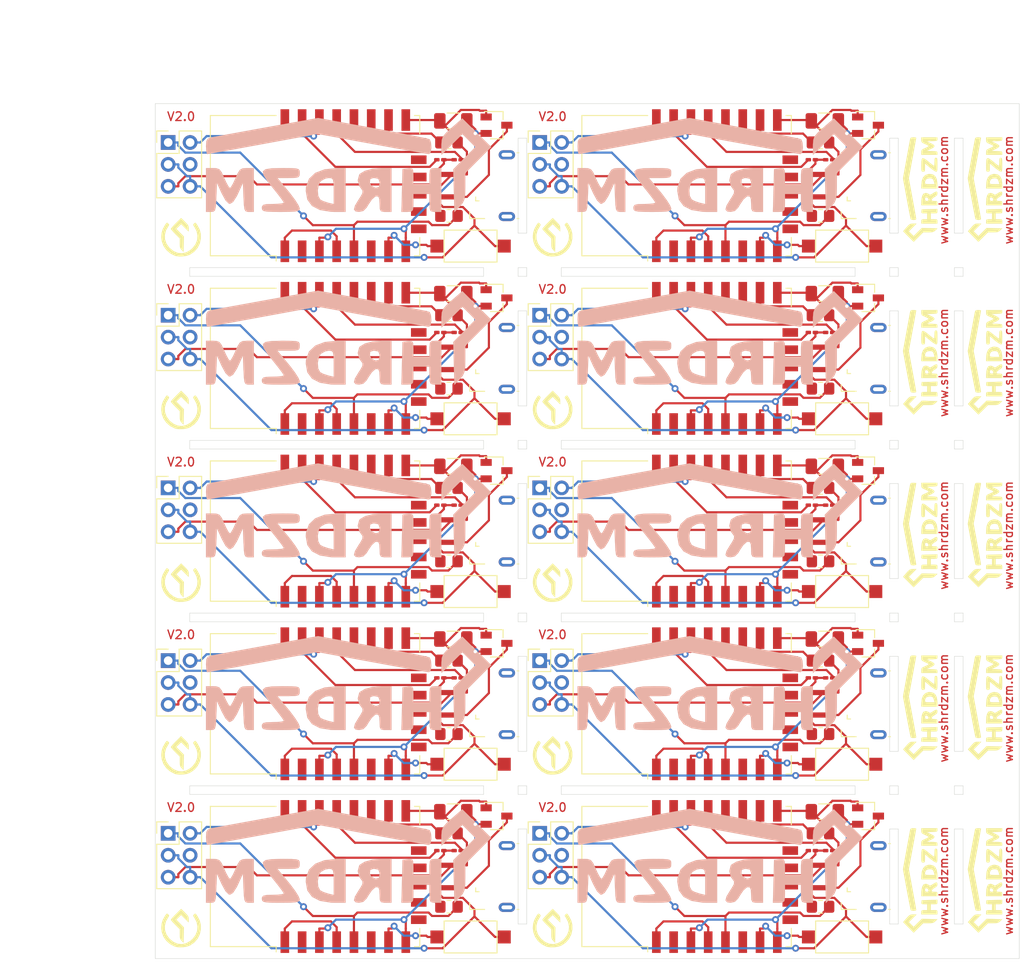
<source format=kicad_pcb>
(kicad_pcb (version 20171130) (host pcbnew "(5.1.9)-1")
  (layers (0 F.Cu signal) (31 B.Cu signal) (34 B.Paste user) (35 F.Paste user) (36 B.SilkS user) (37 F.SilkS user) (38 B.Mask user) (39 F.Mask user) (44 Edge.Cuts user))
  (net 0 "")
  (net 1 +3V3)
  (net 2 "Net-(C2-Pad2)")
  (net 3 /GPIO3)
  (net 4 "Net-(J5-Pad1)")
  (net 5 "Net-(J7-Pad5)")
  (net 6 "Net-(J7-Pad4)")
  (net 7 "Net-(J7-Pad2)")
  (net 8 "Net-(J7-Pad1)")
  (net 9 "Net-(R1-Pad1)")
  (net 10 /GPIO4)
  (net 11 "Net-(SW1-Pad1)")
  (net 12 "Net-(U2-Pad1)")
  (net 13 "Net-(U2-Pad2)")
  (net 14 "Net-(U2-Pad6)")
  (net 15 "Net-(U2-Pad9)")
  (net 16 "Net-(U2-Pad10)")
  (net 17 "Net-(U2-Pad11)")
  (net 18 "Net-(U2-Pad12)")
  (net 19 "Net-(U2-Pad13)")
  (net 20 "Net-(U2-Pad14)")
  (net 21 "Net-(U2-Pad17)")
  (net 22 "Net-(U2-Pad18)")
  (net 23 "Net-(U2-Pad22)")
  (module "SHRDZM:SHRDZM 12x4" (layer F.Cu) (at 124.5 114.5 90)
    (fp_text reference G*** hide)
    (fp_text value LOGO hide)
  )
  (module "SHRDZM:SHRDZM 12x4" (layer F.Cu) (at 117 114.5 90)
    (fp_text reference G*** hide)
    (fp_text value LOGO hide)
  )
  (module "SHRDZM:SHRDZM 12x4" (layer F.Cu) (at 124.5 94.5 90)
    (fp_text reference G*** hide)
    (fp_text value LOGO hide)
  )
  (module "SHRDZM:SHRDZM 12x4" (layer F.Cu) (at 117 94.5 90)
    (fp_text reference G*** hide)
    (fp_text value LOGO hide)
  )
  (module "SHRDZM:SHRDZM 12x4" (layer F.Cu) (at 124.5 74.5 90)
    (fp_text reference G*** hide)
    (fp_text value LOGO hide)
  )
  (module "SHRDZM:SHRDZM 12x4" (layer F.Cu) (at 117 74.5 90)
    (fp_text reference G*** hide)
    (fp_text value LOGO hide)
  )
  (module "SHRDZM:SHRDZM 12x4" (layer F.Cu) (at 117 54.5 90)
    (fp_text reference G*** hide)
    (fp_text value LOGO hide)
  )
  (module "SHRDZM:SHRDZM 12x4" (layer F.Cu) (at 124.5 54.5 90)
    (fp_text reference G*** hide)
    (fp_text value LOGO hide)
  )
  (module "SHRDZM:SHRDZM 12x4" (layer F.Cu) (at 124.5 34.5 90)
    (fp_text reference G*** hide)
    (fp_text value LOGO hide)
  )
  (module "SHRDZM:SHRDZM 12x4" (layer F.Cu) (at 117 34.5 90)
    (fp_text reference G*** hide)
    (fp_text value LOGO hide)
  )
  (module ErichCollection:SOT-23_Handsoldering (layer F.Cu) (at 68 107)
    (fp_text reference U1 hide)
    (fp_text value MCP1700-3302E_SOT23)
    (pad 1 smd rect (at -1.2 -0.95) (size 1.3 0.8) (layers F.Cu F.Paste F.Mask) (net 2 "Net-(C2-Pad2)"))
    (pad 2 smd rect (at -1.2 0.95) (size 1.3 0.8) (layers F.Cu F.Paste F.Mask) (net 1 +3V3))
    (pad 3 smd rect (at 1.2 0) (size 1.3 0.8) (layers F.Cu F.Paste F.Mask) (net 4 "Net-(J5-Pad1)"))
  )
  (module Capacitor_SMD:C_1206_3216Metric_Pad1.33x1.80mm_HandSolder (layer F.Cu) (at 63 106.5 180)
    (fp_text reference C2 hide)
    (fp_text value 100nF hide)
    (pad 1 smd roundrect (at -1.5625 0 180) (size 1.325 1.8) (layers F.Cu F.Paste F.Mask) (roundrect_rratio 0.1886784905660377) (net 1 +3V3))
    (pad 2 smd roundrect (at 1.5625 0 180) (size 1.325 1.8) (layers F.Cu F.Paste F.Mask) (roundrect_rratio 0.1886784905660377) (net 2 "Net-(C2-Pad2)"))
  )
  (module Connector_PinHeader_2.54mm:PinHeader_2x03_P2.54mm_Vertical (layer F.Cu) (at 73 109)
    (fp_text reference J7 hide)
    (fp_text value RJ12)
    (pad 1 thru_hole rect (at 0 0) (size 1.7 1.7) (drill 1) (layers *.Cu *.Mask) (net 8 "Net-(J7-Pad1)"))
    (pad 2 thru_hole oval (at 2.54 0) (size 1.7 1.7) (drill 1) (layers *.Cu *.Mask) (net 7 "Net-(J7-Pad2)"))
    (pad 3 thru_hole oval (at 0 2.54) (size 1.7 1.7) (drill 1) (layers *.Cu *.Mask) (net 2 "Net-(C2-Pad2)"))
    (pad 4 thru_hole oval (at 2.54 2.54) (size 1.7 1.7) (drill 1) (layers *.Cu *.Mask) (net 6 "Net-(J7-Pad4)"))
    (pad 5 thru_hole oval (at 0 5.08) (size 1.7 1.7) (drill 1) (layers *.Cu *.Mask) (net 5 "Net-(J7-Pad5)"))
    (pad 6 thru_hole oval (at 2.54 5.08) (size 1.7 1.7) (drill 1) (layers *.Cu *.Mask) (net 2 "Net-(C2-Pad2)"))
  )
  (module "SHRDZM:SHRDZM Symbol 5x5" (layer F.Cu) (at 74.5 120)
    (fp_text reference G1 hide)
    (fp_text value LOGO hide)
  )
  (module Resistor_SMD:R_0805_2012Metric_Pad1.20x1.40mm_HandSolder (layer F.Cu) (at 105.5 117.5 180)
    (fp_text reference R5 hide)
    (fp_text value 10k hide)
    (pad 2 smd roundrect (at 1 0 180) (size 1.2 1.4) (layers F.Cu F.Paste F.Mask) (roundrect_rratio 0.2083325) (net 5 "Net-(J7-Pad5)"))
    (pad 1 smd roundrect (at -1 0 180) (size 1.2 1.4) (layers F.Cu F.Paste F.Mask) (roundrect_rratio 0.2083325) (net 8 "Net-(J7-Pad1)"))
  )
  (module Resistor_SMD:R_0201_0603Metric_Pad0.64x0.40mm_HandSolder (layer F.Cu) (at 106.5 111)
    (fp_text reference P4 hide)
    (fp_text value 0R)
    (pad 1 smd roundrect (at -0.4075 0) (size 0.635 0.4) (layers F.Cu F.Mask) (net 5 "Net-(J7-Pad5)"))
    (pad 2 smd roundrect (at 0.4075 0) (size 0.635 0.4) (layers F.Cu F.Mask) (net 10 /GPIO4))
  )
  (module SHRDZM:USB_Micro-B_Power (layer F.Cu) (at 111 114 90)
    (fp_text reference J5 hide)
    (fp_text value USB_B_Micro_Power)
    (pad 1 smd rect (at -1.3 -5.15 90) (size 0.6 2.8) (layers F.Cu F.Paste F.Mask) (net 4 "Net-(J5-Pad1)"))
    (pad 5 smd rect (at 1.3 -5.15 90) (size 0.6 2.8) (layers F.Cu F.Paste F.Mask) (net 2 "Net-(C2-Pad2)"))
    (pad "" thru_hole oval (at -3.575 1.2 270) (size 1.05 1.9) (drill oval 0.45 1.25) (layers *.Cu *.Mask))
    (pad "" thru_hole oval (at 3.575 1.2 90) (size 1.05 1.9) (drill oval 0.45 1.25) (layers *.Cu *.Mask))
  )
  (module SHRDZM:USB_Micro-B_Power (layer F.Cu) (at 68 114 90)
    (fp_text reference J5 hide)
    (fp_text value USB_B_Micro_Power)
    (pad "" thru_hole oval (at 3.575 1.2 90) (size 1.05 1.9) (drill oval 0.45 1.25) (layers *.Cu *.Mask))
    (pad "" thru_hole oval (at -3.575 1.2 270) (size 1.05 1.9) (drill oval 0.45 1.25) (layers *.Cu *.Mask))
    (pad 5 smd rect (at 1.3 -5.15 90) (size 0.6 2.8) (layers F.Cu F.Paste F.Mask) (net 2 "Net-(C2-Pad2)"))
    (pad 1 smd rect (at -1.3 -5.15 90) (size 0.6 2.8) (layers F.Cu F.Paste F.Mask) (net 4 "Net-(J5-Pad1)"))
  )
  (module "SHRDZM:SHRDZM Symbol 5x5" (layer F.Cu) (at 31.5 120)
    (fp_text reference G1 hide)
    (fp_text value LOGO hide)
  )
  (module Resistor_SMD:R_0805_2012Metric_Pad1.20x1.40mm_HandSolder (layer F.Cu) (at 62.5 117.5 180)
    (fp_text reference R5 hide)
    (fp_text value 10k hide)
    (pad 1 smd roundrect (at -1 0 180) (size 1.2 1.4) (layers F.Cu F.Paste F.Mask) (roundrect_rratio 0.2083325) (net 8 "Net-(J7-Pad1)"))
    (pad 2 smd roundrect (at 1 0 180) (size 1.2 1.4) (layers F.Cu F.Paste F.Mask) (roundrect_rratio 0.2083325) (net 5 "Net-(J7-Pad5)"))
  )
  (module Button_Switch_SMD:SW_SPST_CK_RS282G05A3 (layer F.Cu) (at 65 121)
    (fp_text reference SW1 hide)
    (fp_text value Pairing hide)
    (pad 1 smd rect (at -3.9 0) (size 1.5 1.5) (layers F.Cu F.Paste F.Mask) (net 11 "Net-(SW1-Pad1)"))
    (pad 2 smd rect (at 3.9 0) (size 1.5 1.5) (layers F.Cu F.Paste F.Mask) (net 2 "Net-(C2-Pad2)"))
  )
  (module Resistor_SMD:R_0805_2012Metric_Pad1.20x1.40mm_HandSolder (layer F.Cu) (at 62.5 109)
    (fp_text reference R1 hide)
    (fp_text value 10k)
    (pad 2 smd roundrect (at 1 0) (size 1.2 1.4) (layers F.Cu F.Paste F.Mask) (roundrect_rratio 0.2083325) (net 2 "Net-(C2-Pad2)"))
    (pad 1 smd roundrect (at -1 0) (size 1.2 1.4) (layers F.Cu F.Paste F.Mask) (roundrect_rratio 0.2083325) (net 9 "Net-(R1-Pad1)"))
  )
  (module "SHRDZM:SHRDZM 33x11" (layer B.Cu) (at 51 111.5 180)
    (fp_text reference G2 hide)
    (fp_text value LOGO hide)
  )
  (module Button_Switch_SMD:SW_SPST_CK_RS282G05A3 (layer F.Cu) (at 108 121)
    (fp_text reference SW1 hide)
    (fp_text value Pairing hide)
    (pad 2 smd rect (at 3.9 0) (size 1.5 1.5) (layers F.Cu F.Paste F.Mask) (net 2 "Net-(C2-Pad2)"))
    (pad 1 smd rect (at -3.9 0) (size 1.5 1.5) (layers F.Cu F.Paste F.Mask) (net 11 "Net-(SW1-Pad1)"))
  )
  (module Resistor_SMD:R_0201_0603Metric_Pad0.64x0.40mm_HandSolder (layer F.Cu) (at 104.5 111 180)
    (fp_text reference P3 hide)
    (fp_text value 0R)
    (pad 2 smd roundrect (at 0.4075 0 180) (size 0.635 0.4) (layers F.Cu F.Mask) (net 3 /GPIO3))
    (pad 1 smd roundrect (at -0.4075 0 180) (size 0.635 0.4) (layers F.Cu F.Mask) (net 5 "Net-(J7-Pad5)"))
  )
  (module Resistor_SMD:R_0805_2012Metric_Pad1.20x1.40mm_HandSolder (layer F.Cu) (at 105.5 109)
    (fp_text reference R1 hide)
    (fp_text value 10k)
    (pad 1 smd roundrect (at -1 0) (size 1.2 1.4) (layers F.Cu F.Paste F.Mask) (roundrect_rratio 0.2083325) (net 9 "Net-(R1-Pad1)"))
    (pad 2 smd roundrect (at 1 0) (size 1.2 1.4) (layers F.Cu F.Paste F.Mask) (roundrect_rratio 0.2083325) (net 2 "Net-(C2-Pad2)"))
  )
  (module ErichCollection:SOT-23_Handsoldering (layer F.Cu) (at 111 107)
    (fp_text reference U1 hide)
    (fp_text value MCP1700-3302E_SOT23)
    (pad 3 smd rect (at 1.2 0) (size 1.3 0.8) (layers F.Cu F.Paste F.Mask) (net 4 "Net-(J5-Pad1)"))
    (pad 2 smd rect (at -1.2 0.95) (size 1.3 0.8) (layers F.Cu F.Paste F.Mask) (net 1 +3V3))
    (pad 1 smd rect (at -1.2 -0.95) (size 1.3 0.8) (layers F.Cu F.Paste F.Mask) (net 2 "Net-(C2-Pad2)"))
  )
  (module Resistor_SMD:R_0201_0603Metric_Pad0.64x0.40mm_HandSolder (layer F.Cu) (at 63.5 111)
    (fp_text reference P4 hide)
    (fp_text value 0R)
    (pad 2 smd roundrect (at 0.4075 0) (size 0.635 0.4) (layers F.Cu F.Mask) (net 10 /GPIO4))
    (pad 1 smd roundrect (at -0.4075 0) (size 0.635 0.4) (layers F.Cu F.Mask) (net 5 "Net-(J7-Pad5)"))
  )
  (module "SHRDZM:SHRDZM 33x11" (layer B.Cu) (at 94 111.5 180)
    (fp_text reference G2 hide)
    (fp_text value LOGO hide)
  )
  (module Capacitor_SMD:C_1206_3216Metric_Pad1.33x1.80mm_HandSolder (layer F.Cu) (at 106 106.5 180)
    (fp_text reference C2 hide)
    (fp_text value 100nF hide)
    (pad 2 smd roundrect (at 1.5625 0 180) (size 1.325 1.8) (layers F.Cu F.Paste F.Mask) (roundrect_rratio 0.1886784905660377) (net 2 "Net-(C2-Pad2)"))
    (pad 1 smd roundrect (at -1.5625 0 180) (size 1.325 1.8) (layers F.Cu F.Paste F.Mask) (roundrect_rratio 0.1886784905660377) (net 1 +3V3))
  )
  (module RF_Module:ESP-12E (layer F.Cu) (at 90 114 90)
    (fp_text reference U2 hide)
    (fp_text value ESP-12F)
    (pad 22 smd rect (at 7.6 -3.5 90) (size 2.5 1) (layers F.Cu F.Paste F.Mask) (net 23 "Net-(U2-Pad22)"))
    (pad 21 smd rect (at 7.6 -1.5 90) (size 2.5 1) (layers F.Cu F.Paste F.Mask) (net 3 /GPIO3))
    (pad 20 smd rect (at 7.6 0.5 90) (size 2.5 1) (layers F.Cu F.Paste F.Mask) (net 7 "Net-(J7-Pad2)"))
    (pad 19 smd rect (at 7.6 2.5 90) (size 2.5 1) (layers F.Cu F.Paste F.Mask) (net 10 /GPIO4))
    (pad 18 smd rect (at 7.6 4.5 90) (size 2.5 1) (layers F.Cu F.Paste F.Mask) (net 22 "Net-(U2-Pad18)"))
    (pad 17 smd rect (at 7.6 6.5 90) (size 2.5 1) (layers F.Cu F.Paste F.Mask) (net 21 "Net-(U2-Pad17)"))
    (pad 16 smd rect (at 7.6 8.5 90) (size 2.5 1) (layers F.Cu F.Paste F.Mask) (net 9 "Net-(R1-Pad1)"))
    (pad 15 smd rect (at 7.6 10.5 90) (size 2.5 1) (layers F.Cu F.Paste F.Mask) (net 2 "Net-(C2-Pad2)"))
    (pad 14 smd rect (at 5 12 90) (size 1 1.8) (layers F.Cu F.Paste F.Mask) (net 20 "Net-(U2-Pad14)"))
    (pad 13 smd rect (at 3 12 90) (size 1 1.8) (layers F.Cu F.Paste F.Mask) (net 19 "Net-(U2-Pad13)"))
    (pad 12 smd rect (at 1 12 90) (size 1 1.8) (layers F.Cu F.Paste F.Mask) (net 18 "Net-(U2-Pad12)"))
    (pad 11 smd rect (at -1 12 90) (size 1 1.8) (layers F.Cu F.Paste F.Mask) (net 17 "Net-(U2-Pad11)"))
    (pad 10 smd rect (at -3 12 90) (size 1 1.8) (layers F.Cu F.Paste F.Mask) (net 16 "Net-(U2-Pad10)"))
    (pad 9 smd rect (at -5 12 90) (size 1 1.8) (layers F.Cu F.Paste F.Mask) (net 15 "Net-(U2-Pad9)"))
    (pad 8 smd rect (at -7.6 10.5 90) (size 2.5 1) (layers F.Cu F.Paste F.Mask) (net 1 +3V3))
    (pad 7 smd rect (at -7.6 8.5 90) (size 2.5 1) (layers F.Cu F.Paste F.Mask) (net 11 "Net-(SW1-Pad1)"))
    (pad 6 smd rect (at -7.6 6.5 90) (size 2.5 1) (layers F.Cu F.Paste F.Mask) (net 14 "Net-(U2-Pad6)"))
    (pad 5 smd rect (at -7.6 4.5 90) (size 2.5 1) (layers F.Cu F.Paste F.Mask) (net 8 "Net-(J7-Pad1)"))
    (pad 4 smd rect (at -7.6 2.5 90) (size 2.5 1) (layers F.Cu F.Paste F.Mask) (net 12 "Net-(U2-Pad1)"))
    (pad 3 smd rect (at -7.6 0.5 90) (size 2.5 1) (layers F.Cu F.Paste F.Mask) (net 1 +3V3))
    (pad 2 smd rect (at -7.6 -1.5 90) (size 2.5 1) (layers F.Cu F.Paste F.Mask) (net 13 "Net-(U2-Pad2)"))
    (pad 1 smd rect (at -7.6 -3.5 90) (size 2.5 1) (layers F.Cu F.Paste F.Mask) (net 12 "Net-(U2-Pad1)"))
  )
  (module RF_Module:ESP-12E (layer F.Cu) (at 47 114 90)
    (fp_text reference U2 hide)
    (fp_text value ESP-12F)
    (pad 1 smd rect (at -7.6 -3.5 90) (size 2.5 1) (layers F.Cu F.Paste F.Mask) (net 12 "Net-(U2-Pad1)"))
    (pad 2 smd rect (at -7.6 -1.5 90) (size 2.5 1) (layers F.Cu F.Paste F.Mask) (net 13 "Net-(U2-Pad2)"))
    (pad 3 smd rect (at -7.6 0.5 90) (size 2.5 1) (layers F.Cu F.Paste F.Mask) (net 1 +3V3))
    (pad 4 smd rect (at -7.6 2.5 90) (size 2.5 1) (layers F.Cu F.Paste F.Mask) (net 12 "Net-(U2-Pad1)"))
    (pad 5 smd rect (at -7.6 4.5 90) (size 2.5 1) (layers F.Cu F.Paste F.Mask) (net 8 "Net-(J7-Pad1)"))
    (pad 6 smd rect (at -7.6 6.5 90) (size 2.5 1) (layers F.Cu F.Paste F.Mask) (net 14 "Net-(U2-Pad6)"))
    (pad 7 smd rect (at -7.6 8.5 90) (size 2.5 1) (layers F.Cu F.Paste F.Mask) (net 11 "Net-(SW1-Pad1)"))
    (pad 8 smd rect (at -7.6 10.5 90) (size 2.5 1) (layers F.Cu F.Paste F.Mask) (net 1 +3V3))
    (pad 9 smd rect (at -5 12 90) (size 1 1.8) (layers F.Cu F.Paste F.Mask) (net 15 "Net-(U2-Pad9)"))
    (pad 10 smd rect (at -3 12 90) (size 1 1.8) (layers F.Cu F.Paste F.Mask) (net 16 "Net-(U2-Pad10)"))
    (pad 11 smd rect (at -1 12 90) (size 1 1.8) (layers F.Cu F.Paste F.Mask) (net 17 "Net-(U2-Pad11)"))
    (pad 12 smd rect (at 1 12 90) (size 1 1.8) (layers F.Cu F.Paste F.Mask) (net 18 "Net-(U2-Pad12)"))
    (pad 13 smd rect (at 3 12 90) (size 1 1.8) (layers F.Cu F.Paste F.Mask) (net 19 "Net-(U2-Pad13)"))
    (pad 14 smd rect (at 5 12 90) (size 1 1.8) (layers F.Cu F.Paste F.Mask) (net 20 "Net-(U2-Pad14)"))
    (pad 15 smd rect (at 7.6 10.5 90) (size 2.5 1) (layers F.Cu F.Paste F.Mask) (net 2 "Net-(C2-Pad2)"))
    (pad 16 smd rect (at 7.6 8.5 90) (size 2.5 1) (layers F.Cu F.Paste F.Mask) (net 9 "Net-(R1-Pad1)"))
    (pad 17 smd rect (at 7.6 6.5 90) (size 2.5 1) (layers F.Cu F.Paste F.Mask) (net 21 "Net-(U2-Pad17)"))
    (pad 18 smd rect (at 7.6 4.5 90) (size 2.5 1) (layers F.Cu F.Paste F.Mask) (net 22 "Net-(U2-Pad18)"))
    (pad 19 smd rect (at 7.6 2.5 90) (size 2.5 1) (layers F.Cu F.Paste F.Mask) (net 10 /GPIO4))
    (pad 20 smd rect (at 7.6 0.5 90) (size 2.5 1) (layers F.Cu F.Paste F.Mask) (net 7 "Net-(J7-Pad2)"))
    (pad 21 smd rect (at 7.6 -1.5 90) (size 2.5 1) (layers F.Cu F.Paste F.Mask) (net 3 /GPIO3))
    (pad 22 smd rect (at 7.6 -3.5 90) (size 2.5 1) (layers F.Cu F.Paste F.Mask) (net 23 "Net-(U2-Pad22)"))
  )
  (module Resistor_SMD:R_0201_0603Metric_Pad0.64x0.40mm_HandSolder (layer F.Cu) (at 61.5 111 180)
    (fp_text reference P3 hide)
    (fp_text value 0R)
    (pad 1 smd roundrect (at -0.4075 0 180) (size 0.635 0.4) (layers F.Cu F.Mask) (net 5 "Net-(J7-Pad5)"))
    (pad 2 smd roundrect (at 0.4075 0 180) (size 0.635 0.4) (layers F.Cu F.Mask) (net 3 /GPIO3))
  )
  (module Connector_PinHeader_2.54mm:PinHeader_2x03_P2.54mm_Vertical (layer F.Cu) (at 30 109)
    (fp_text reference J7 hide)
    (fp_text value RJ12)
    (pad 6 thru_hole oval (at 2.54 5.08) (size 1.7 1.7) (drill 1) (layers *.Cu *.Mask) (net 2 "Net-(C2-Pad2)"))
    (pad 5 thru_hole oval (at 0 5.08) (size 1.7 1.7) (drill 1) (layers *.Cu *.Mask) (net 5 "Net-(J7-Pad5)"))
    (pad 4 thru_hole oval (at 2.54 2.54) (size 1.7 1.7) (drill 1) (layers *.Cu *.Mask) (net 6 "Net-(J7-Pad4)"))
    (pad 3 thru_hole oval (at 0 2.54) (size 1.7 1.7) (drill 1) (layers *.Cu *.Mask) (net 2 "Net-(C2-Pad2)"))
    (pad 2 thru_hole oval (at 2.54 0) (size 1.7 1.7) (drill 1) (layers *.Cu *.Mask) (net 7 "Net-(J7-Pad2)"))
    (pad 1 thru_hole rect (at 0 0) (size 1.7 1.7) (drill 1) (layers *.Cu *.Mask) (net 8 "Net-(J7-Pad1)"))
  )
  (module "SHRDZM:SHRDZM 33x11" (layer B.Cu) (at 51 91.5 180)
    (fp_text reference G2 hide)
    (fp_text value LOGO hide)
  )
  (module SHRDZM:USB_Micro-B_Power (layer F.Cu) (at 68 94 90)
    (fp_text reference J5 hide)
    (fp_text value USB_B_Micro_Power)
    (pad 1 smd rect (at -1.3 -5.15 90) (size 0.6 2.8) (layers F.Cu F.Paste F.Mask) (net 4 "Net-(J5-Pad1)"))
    (pad 5 smd rect (at 1.3 -5.15 90) (size 0.6 2.8) (layers F.Cu F.Paste F.Mask) (net 2 "Net-(C2-Pad2)"))
    (pad "" thru_hole oval (at -3.575 1.2 270) (size 1.05 1.9) (drill oval 0.45 1.25) (layers *.Cu *.Mask))
    (pad "" thru_hole oval (at 3.575 1.2 90) (size 1.05 1.9) (drill oval 0.45 1.25) (layers *.Cu *.Mask))
  )
  (module "SHRDZM:SHRDZM Symbol 5x5" (layer F.Cu) (at 31.5 100)
    (fp_text reference G1 hide)
    (fp_text value LOGO hide)
  )
  (module ErichCollection:SOT-23_Handsoldering (layer F.Cu) (at 68 87)
    (fp_text reference U1 hide)
    (fp_text value MCP1700-3302E_SOT23)
    (pad 3 smd rect (at 1.2 0) (size 1.3 0.8) (layers F.Cu F.Paste F.Mask) (net 4 "Net-(J5-Pad1)"))
    (pad 2 smd rect (at -1.2 0.95) (size 1.3 0.8) (layers F.Cu F.Paste F.Mask) (net 1 +3V3))
    (pad 1 smd rect (at -1.2 -0.95) (size 1.3 0.8) (layers F.Cu F.Paste F.Mask) (net 2 "Net-(C2-Pad2)"))
  )
  (module Resistor_SMD:R_0805_2012Metric_Pad1.20x1.40mm_HandSolder (layer F.Cu) (at 62.5 89)
    (fp_text reference R1 hide)
    (fp_text value 10k)
    (pad 1 smd roundrect (at -1 0) (size 1.2 1.4) (layers F.Cu F.Paste F.Mask) (roundrect_rratio 0.2083325) (net 9 "Net-(R1-Pad1)"))
    (pad 2 smd roundrect (at 1 0) (size 1.2 1.4) (layers F.Cu F.Paste F.Mask) (roundrect_rratio 0.2083325) (net 2 "Net-(C2-Pad2)"))
  )
  (module Connector_PinHeader_2.54mm:PinHeader_2x03_P2.54mm_Vertical (layer F.Cu) (at 73 89)
    (fp_text reference J7 hide)
    (fp_text value RJ12)
    (pad 6 thru_hole oval (at 2.54 5.08) (size 1.7 1.7) (drill 1) (layers *.Cu *.Mask) (net 2 "Net-(C2-Pad2)"))
    (pad 5 thru_hole oval (at 0 5.08) (size 1.7 1.7) (drill 1) (layers *.Cu *.Mask) (net 5 "Net-(J7-Pad5)"))
    (pad 4 thru_hole oval (at 2.54 2.54) (size 1.7 1.7) (drill 1) (layers *.Cu *.Mask) (net 6 "Net-(J7-Pad4)"))
    (pad 3 thru_hole oval (at 0 2.54) (size 1.7 1.7) (drill 1) (layers *.Cu *.Mask) (net 2 "Net-(C2-Pad2)"))
    (pad 2 thru_hole oval (at 2.54 0) (size 1.7 1.7) (drill 1) (layers *.Cu *.Mask) (net 7 "Net-(J7-Pad2)"))
    (pad 1 thru_hole rect (at 0 0) (size 1.7 1.7) (drill 1) (layers *.Cu *.Mask) (net 8 "Net-(J7-Pad1)"))
  )
  (module Resistor_SMD:R_0805_2012Metric_Pad1.20x1.40mm_HandSolder (layer F.Cu) (at 105.5 97.5 180)
    (fp_text reference R5 hide)
    (fp_text value 10k hide)
    (pad 1 smd roundrect (at -1 0 180) (size 1.2 1.4) (layers F.Cu F.Paste F.Mask) (roundrect_rratio 0.2083325) (net 8 "Net-(J7-Pad1)"))
    (pad 2 smd roundrect (at 1 0 180) (size 1.2 1.4) (layers F.Cu F.Paste F.Mask) (roundrect_rratio 0.2083325) (net 5 "Net-(J7-Pad5)"))
  )
  (module Resistor_SMD:R_0805_2012Metric_Pad1.20x1.40mm_HandSolder (layer F.Cu) (at 105.5 89)
    (fp_text reference R1 hide)
    (fp_text value 10k)
    (pad 2 smd roundrect (at 1 0) (size 1.2 1.4) (layers F.Cu F.Paste F.Mask) (roundrect_rratio 0.2083325) (net 2 "Net-(C2-Pad2)"))
    (pad 1 smd roundrect (at -1 0) (size 1.2 1.4) (layers F.Cu F.Paste F.Mask) (roundrect_rratio 0.2083325) (net 9 "Net-(R1-Pad1)"))
  )
  (module Resistor_SMD:R_0805_2012Metric_Pad1.20x1.40mm_HandSolder (layer F.Cu) (at 62.5 97.5 180)
    (fp_text reference R5 hide)
    (fp_text value 10k hide)
    (pad 2 smd roundrect (at 1 0 180) (size 1.2 1.4) (layers F.Cu F.Paste F.Mask) (roundrect_rratio 0.2083325) (net 5 "Net-(J7-Pad5)"))
    (pad 1 smd roundrect (at -1 0 180) (size 1.2 1.4) (layers F.Cu F.Paste F.Mask) (roundrect_rratio 0.2083325) (net 8 "Net-(J7-Pad1)"))
  )
  (module Button_Switch_SMD:SW_SPST_CK_RS282G05A3 (layer F.Cu) (at 108 101)
    (fp_text reference SW1 hide)
    (fp_text value Pairing hide)
    (pad 1 smd rect (at -3.9 0) (size 1.5 1.5) (layers F.Cu F.Paste F.Mask) (net 11 "Net-(SW1-Pad1)"))
    (pad 2 smd rect (at 3.9 0) (size 1.5 1.5) (layers F.Cu F.Paste F.Mask) (net 2 "Net-(C2-Pad2)"))
  )
  (module Button_Switch_SMD:SW_SPST_CK_RS282G05A3 (layer F.Cu) (at 65 101)
    (fp_text reference SW1 hide)
    (fp_text value Pairing hide)
    (pad 2 smd rect (at 3.9 0) (size 1.5 1.5) (layers F.Cu F.Paste F.Mask) (net 2 "Net-(C2-Pad2)"))
    (pad 1 smd rect (at -3.9 0) (size 1.5 1.5) (layers F.Cu F.Paste F.Mask) (net 11 "Net-(SW1-Pad1)"))
  )
  (module Capacitor_SMD:C_1206_3216Metric_Pad1.33x1.80mm_HandSolder (layer F.Cu) (at 63 86.5 180)
    (fp_text reference C2 hide)
    (fp_text value 100nF hide)
    (pad 2 smd roundrect (at 1.5625 0 180) (size 1.325 1.8) (layers F.Cu F.Paste F.Mask) (roundrect_rratio 0.1886784905660377) (net 2 "Net-(C2-Pad2)"))
    (pad 1 smd roundrect (at -1.5625 0 180) (size 1.325 1.8) (layers F.Cu F.Paste F.Mask) (roundrect_rratio 0.1886784905660377) (net 1 +3V3))
  )
  (module Resistor_SMD:R_0201_0603Metric_Pad0.64x0.40mm_HandSolder (layer F.Cu) (at 106.5 91)
    (fp_text reference P4 hide)
    (fp_text value 0R)
    (pad 2 smd roundrect (at 0.4075 0) (size 0.635 0.4) (layers F.Cu F.Mask) (net 10 /GPIO4))
    (pad 1 smd roundrect (at -0.4075 0) (size 0.635 0.4) (layers F.Cu F.Mask) (net 5 "Net-(J7-Pad5)"))
  )
  (module SHRDZM:USB_Micro-B_Power (layer F.Cu) (at 111 94 90)
    (fp_text reference J5 hide)
    (fp_text value USB_B_Micro_Power)
    (pad "" thru_hole oval (at 3.575 1.2 90) (size 1.05 1.9) (drill oval 0.45 1.25) (layers *.Cu *.Mask))
    (pad "" thru_hole oval (at -3.575 1.2 270) (size 1.05 1.9) (drill oval 0.45 1.25) (layers *.Cu *.Mask))
    (pad 5 smd rect (at 1.3 -5.15 90) (size 0.6 2.8) (layers F.Cu F.Paste F.Mask) (net 2 "Net-(C2-Pad2)"))
    (pad 1 smd rect (at -1.3 -5.15 90) (size 0.6 2.8) (layers F.Cu F.Paste F.Mask) (net 4 "Net-(J5-Pad1)"))
  )
  (module Resistor_SMD:R_0201_0603Metric_Pad0.64x0.40mm_HandSolder (layer F.Cu) (at 104.5 91 180)
    (fp_text reference P3 hide)
    (fp_text value 0R)
    (pad 1 smd roundrect (at -0.4075 0 180) (size 0.635 0.4) (layers F.Cu F.Mask) (net 5 "Net-(J7-Pad5)"))
    (pad 2 smd roundrect (at 0.4075 0 180) (size 0.635 0.4) (layers F.Cu F.Mask) (net 3 /GPIO3))
  )
  (module "SHRDZM:SHRDZM Symbol 5x5" (layer F.Cu) (at 74.5 100)
    (fp_text reference G1 hide)
    (fp_text value LOGO hide)
  )
  (module Capacitor_SMD:C_1206_3216Metric_Pad1.33x1.80mm_HandSolder (layer F.Cu) (at 106 86.5 180)
    (fp_text reference C2 hide)
    (fp_text value 100nF hide)
    (pad 1 smd roundrect (at -1.5625 0 180) (size 1.325 1.8) (layers F.Cu F.Paste F.Mask) (roundrect_rratio 0.1886784905660377) (net 1 +3V3))
    (pad 2 smd roundrect (at 1.5625 0 180) (size 1.325 1.8) (layers F.Cu F.Paste F.Mask) (roundrect_rratio 0.1886784905660377) (net 2 "Net-(C2-Pad2)"))
  )
  (module RF_Module:ESP-12E (layer F.Cu) (at 47 94 90)
    (fp_text reference U2 hide)
    (fp_text value ESP-12F)
    (pad 22 smd rect (at 7.6 -3.5 90) (size 2.5 1) (layers F.Cu F.Paste F.Mask) (net 23 "Net-(U2-Pad22)"))
    (pad 21 smd rect (at 7.6 -1.5 90) (size 2.5 1) (layers F.Cu F.Paste F.Mask) (net 3 /GPIO3))
    (pad 20 smd rect (at 7.6 0.5 90) (size 2.5 1) (layers F.Cu F.Paste F.Mask) (net 7 "Net-(J7-Pad2)"))
    (pad 19 smd rect (at 7.6 2.5 90) (size 2.5 1) (layers F.Cu F.Paste F.Mask) (net 10 /GPIO4))
    (pad 18 smd rect (at 7.6 4.5 90) (size 2.5 1) (layers F.Cu F.Paste F.Mask) (net 22 "Net-(U2-Pad18)"))
    (pad 17 smd rect (at 7.6 6.5 90) (size 2.5 1) (layers F.Cu F.Paste F.Mask) (net 21 "Net-(U2-Pad17)"))
    (pad 16 smd rect (at 7.6 8.5 90) (size 2.5 1) (layers F.Cu F.Paste F.Mask) (net 9 "Net-(R1-Pad1)"))
    (pad 15 smd rect (at 7.6 10.5 90) (size 2.5 1) (layers F.Cu F.Paste F.Mask) (net 2 "Net-(C2-Pad2)"))
    (pad 14 smd rect (at 5 12 90) (size 1 1.8) (layers F.Cu F.Paste F.Mask) (net 20 "Net-(U2-Pad14)"))
    (pad 13 smd rect (at 3 12 90) (size 1 1.8) (layers F.Cu F.Paste F.Mask) (net 19 "Net-(U2-Pad13)"))
    (pad 12 smd rect (at 1 12 90) (size 1 1.8) (layers F.Cu F.Paste F.Mask) (net 18 "Net-(U2-Pad12)"))
    (pad 11 smd rect (at -1 12 90) (size 1 1.8) (layers F.Cu F.Paste F.Mask) (net 17 "Net-(U2-Pad11)"))
    (pad 10 smd rect (at -3 12 90) (size 1 1.8) (layers F.Cu F.Paste F.Mask) (net 16 "Net-(U2-Pad10)"))
    (pad 9 smd rect (at -5 12 90) (size 1 1.8) (layers F.Cu F.Paste F.Mask) (net 15 "Net-(U2-Pad9)"))
    (pad 8 smd rect (at -7.6 10.5 90) (size 2.5 1) (layers F.Cu F.Paste F.Mask) (net 1 +3V3))
    (pad 7 smd rect (at -7.6 8.5 90) (size 2.5 1) (layers F.Cu F.Paste F.Mask) (net 11 "Net-(SW1-Pad1)"))
    (pad 6 smd rect (at -7.6 6.5 90) (size 2.5 1) (layers F.Cu F.Paste F.Mask) (net 14 "Net-(U2-Pad6)"))
    (pad 5 smd rect (at -7.6 4.5 90) (size 2.5 1) (layers F.Cu F.Paste F.Mask) (net 8 "Net-(J7-Pad1)"))
    (pad 4 smd rect (at -7.6 2.5 90) (size 2.5 1) (layers F.Cu F.Paste F.Mask) (net 12 "Net-(U2-Pad1)"))
    (pad 3 smd rect (at -7.6 0.5 90) (size 2.5 1) (layers F.Cu F.Paste F.Mask) (net 1 +3V3))
    (pad 2 smd rect (at -7.6 -1.5 90) (size 2.5 1) (layers F.Cu F.Paste F.Mask) (net 13 "Net-(U2-Pad2)"))
    (pad 1 smd rect (at -7.6 -3.5 90) (size 2.5 1) (layers F.Cu F.Paste F.Mask) (net 12 "Net-(U2-Pad1)"))
  )
  (module "SHRDZM:SHRDZM 33x11" (layer B.Cu) (at 94 91.5 180)
    (fp_text reference G2 hide)
    (fp_text value LOGO hide)
  )
  (module RF_Module:ESP-12E (layer F.Cu) (at 90 94 90)
    (fp_text reference U2 hide)
    (fp_text value ESP-12F)
    (pad 1 smd rect (at -7.6 -3.5 90) (size 2.5 1) (layers F.Cu F.Paste F.Mask) (net 12 "Net-(U2-Pad1)"))
    (pad 2 smd rect (at -7.6 -1.5 90) (size 2.5 1) (layers F.Cu F.Paste F.Mask) (net 13 "Net-(U2-Pad2)"))
    (pad 3 smd rect (at -7.6 0.5 90) (size 2.5 1) (layers F.Cu F.Paste F.Mask) (net 1 +3V3))
    (pad 4 smd rect (at -7.6 2.5 90) (size 2.5 1) (layers F.Cu F.Paste F.Mask) (net 12 "Net-(U2-Pad1)"))
    (pad 5 smd rect (at -7.6 4.5 90) (size 2.5 1) (layers F.Cu F.Paste F.Mask) (net 8 "Net-(J7-Pad1)"))
    (pad 6 smd rect (at -7.6 6.5 90) (size 2.5 1) (layers F.Cu F.Paste F.Mask) (net 14 "Net-(U2-Pad6)"))
    (pad 7 smd rect (at -7.6 8.5 90) (size 2.5 1) (layers F.Cu F.Paste F.Mask) (net 11 "Net-(SW1-Pad1)"))
    (pad 8 smd rect (at -7.6 10.5 90) (size 2.5 1) (layers F.Cu F.Paste F.Mask) (net 1 +3V3))
    (pad 9 smd rect (at -5 12 90) (size 1 1.8) (layers F.Cu F.Paste F.Mask) (net 15 "Net-(U2-Pad9)"))
    (pad 10 smd rect (at -3 12 90) (size 1 1.8) (layers F.Cu F.Paste F.Mask) (net 16 "Net-(U2-Pad10)"))
    (pad 11 smd rect (at -1 12 90) (size 1 1.8) (layers F.Cu F.Paste F.Mask) (net 17 "Net-(U2-Pad11)"))
    (pad 12 smd rect (at 1 12 90) (size 1 1.8) (layers F.Cu F.Paste F.Mask) (net 18 "Net-(U2-Pad12)"))
    (pad 13 smd rect (at 3 12 90) (size 1 1.8) (layers F.Cu F.Paste F.Mask) (net 19 "Net-(U2-Pad13)"))
    (pad 14 smd rect (at 5 12 90) (size 1 1.8) (layers F.Cu F.Paste F.Mask) (net 20 "Net-(U2-Pad14)"))
    (pad 15 smd rect (at 7.6 10.5 90) (size 2.5 1) (layers F.Cu F.Paste F.Mask) (net 2 "Net-(C2-Pad2)"))
    (pad 16 smd rect (at 7.6 8.5 90) (size 2.5 1) (layers F.Cu F.Paste F.Mask) (net 9 "Net-(R1-Pad1)"))
    (pad 17 smd rect (at 7.6 6.5 90) (size 2.5 1) (layers F.Cu F.Paste F.Mask) (net 21 "Net-(U2-Pad17)"))
    (pad 18 smd rect (at 7.6 4.5 90) (size 2.5 1) (layers F.Cu F.Paste F.Mask) (net 22 "Net-(U2-Pad18)"))
    (pad 19 smd rect (at 7.6 2.5 90) (size 2.5 1) (layers F.Cu F.Paste F.Mask) (net 10 /GPIO4))
    (pad 20 smd rect (at 7.6 0.5 90) (size 2.5 1) (layers F.Cu F.Paste F.Mask) (net 7 "Net-(J7-Pad2)"))
    (pad 21 smd rect (at 7.6 -1.5 90) (size 2.5 1) (layers F.Cu F.Paste F.Mask) (net 3 /GPIO3))
    (pad 22 smd rect (at 7.6 -3.5 90) (size 2.5 1) (layers F.Cu F.Paste F.Mask) (net 23 "Net-(U2-Pad22)"))
  )
  (module Connector_PinHeader_2.54mm:PinHeader_2x03_P2.54mm_Vertical (layer F.Cu) (at 30 89)
    (fp_text reference J7 hide)
    (fp_text value RJ12)
    (pad 1 thru_hole rect (at 0 0) (size 1.7 1.7) (drill 1) (layers *.Cu *.Mask) (net 8 "Net-(J7-Pad1)"))
    (pad 2 thru_hole oval (at 2.54 0) (size 1.7 1.7) (drill 1) (layers *.Cu *.Mask) (net 7 "Net-(J7-Pad2)"))
    (pad 3 thru_hole oval (at 0 2.54) (size 1.7 1.7) (drill 1) (layers *.Cu *.Mask) (net 2 "Net-(C2-Pad2)"))
    (pad 4 thru_hole oval (at 2.54 2.54) (size 1.7 1.7) (drill 1) (layers *.Cu *.Mask) (net 6 "Net-(J7-Pad4)"))
    (pad 5 thru_hole oval (at 0 5.08) (size 1.7 1.7) (drill 1) (layers *.Cu *.Mask) (net 5 "Net-(J7-Pad5)"))
    (pad 6 thru_hole oval (at 2.54 5.08) (size 1.7 1.7) (drill 1) (layers *.Cu *.Mask) (net 2 "Net-(C2-Pad2)"))
  )
  (module Resistor_SMD:R_0201_0603Metric_Pad0.64x0.40mm_HandSolder (layer F.Cu) (at 61.5 91 180)
    (fp_text reference P3 hide)
    (fp_text value 0R)
    (pad 2 smd roundrect (at 0.4075 0 180) (size 0.635 0.4) (layers F.Cu F.Mask) (net 3 /GPIO3))
    (pad 1 smd roundrect (at -0.4075 0 180) (size 0.635 0.4) (layers F.Cu F.Mask) (net 5 "Net-(J7-Pad5)"))
  )
  (module ErichCollection:SOT-23_Handsoldering (layer F.Cu) (at 111 87)
    (fp_text reference U1 hide)
    (fp_text value MCP1700-3302E_SOT23)
    (pad 1 smd rect (at -1.2 -0.95) (size 1.3 0.8) (layers F.Cu F.Paste F.Mask) (net 2 "Net-(C2-Pad2)"))
    (pad 2 smd rect (at -1.2 0.95) (size 1.3 0.8) (layers F.Cu F.Paste F.Mask) (net 1 +3V3))
    (pad 3 smd rect (at 1.2 0) (size 1.3 0.8) (layers F.Cu F.Paste F.Mask) (net 4 "Net-(J5-Pad1)"))
  )
  (module Resistor_SMD:R_0201_0603Metric_Pad0.64x0.40mm_HandSolder (layer F.Cu) (at 63.5 91)
    (fp_text reference P4 hide)
    (fp_text value 0R)
    (pad 1 smd roundrect (at -0.4075 0) (size 0.635 0.4) (layers F.Cu F.Mask) (net 5 "Net-(J7-Pad5)"))
    (pad 2 smd roundrect (at 0.4075 0) (size 0.635 0.4) (layers F.Cu F.Mask) (net 10 /GPIO4))
  )
  (module "SHRDZM:SHRDZM 33x11" (layer B.Cu) (at 51 71.5 180)
    (fp_text reference G2 hide)
    (fp_text value LOGO hide)
  )
  (module SHRDZM:USB_Micro-B_Power (layer F.Cu) (at 68 74 90)
    (fp_text reference J5 hide)
    (fp_text value USB_B_Micro_Power)
    (pad "" thru_hole oval (at 3.575 1.2 90) (size 1.05 1.9) (drill oval 0.45 1.25) (layers *.Cu *.Mask))
    (pad "" thru_hole oval (at -3.575 1.2 270) (size 1.05 1.9) (drill oval 0.45 1.25) (layers *.Cu *.Mask))
    (pad 5 smd rect (at 1.3 -5.15 90) (size 0.6 2.8) (layers F.Cu F.Paste F.Mask) (net 2 "Net-(C2-Pad2)"))
    (pad 1 smd rect (at -1.3 -5.15 90) (size 0.6 2.8) (layers F.Cu F.Paste F.Mask) (net 4 "Net-(J5-Pad1)"))
  )
  (module "SHRDZM:SHRDZM Symbol 5x5" (layer F.Cu) (at 31.5 80)
    (fp_text reference G1 hide)
    (fp_text value LOGO hide)
  )
  (module Connector_PinHeader_2.54mm:PinHeader_2x03_P2.54mm_Vertical (layer F.Cu) (at 30 69)
    (fp_text reference J7 hide)
    (fp_text value RJ12)
    (pad 6 thru_hole oval (at 2.54 5.08) (size 1.7 1.7) (drill 1) (layers *.Cu *.Mask) (net 2 "Net-(C2-Pad2)"))
    (pad 5 thru_hole oval (at 0 5.08) (size 1.7 1.7) (drill 1) (layers *.Cu *.Mask) (net 5 "Net-(J7-Pad5)"))
    (pad 4 thru_hole oval (at 2.54 2.54) (size 1.7 1.7) (drill 1) (layers *.Cu *.Mask) (net 6 "Net-(J7-Pad4)"))
    (pad 3 thru_hole oval (at 0 2.54) (size 1.7 1.7) (drill 1) (layers *.Cu *.Mask) (net 2 "Net-(C2-Pad2)"))
    (pad 2 thru_hole oval (at 2.54 0) (size 1.7 1.7) (drill 1) (layers *.Cu *.Mask) (net 7 "Net-(J7-Pad2)"))
    (pad 1 thru_hole rect (at 0 0) (size 1.7 1.7) (drill 1) (layers *.Cu *.Mask) (net 8 "Net-(J7-Pad1)"))
  )
  (module ErichCollection:SOT-23_Handsoldering (layer F.Cu) (at 68 67)
    (fp_text reference U1 hide)
    (fp_text value MCP1700-3302E_SOT23)
    (pad 1 smd rect (at -1.2 -0.95) (size 1.3 0.8) (layers F.Cu F.Paste F.Mask) (net 2 "Net-(C2-Pad2)"))
    (pad 2 smd rect (at -1.2 0.95) (size 1.3 0.8) (layers F.Cu F.Paste F.Mask) (net 1 +3V3))
    (pad 3 smd rect (at 1.2 0) (size 1.3 0.8) (layers F.Cu F.Paste F.Mask) (net 4 "Net-(J5-Pad1)"))
  )
  (module Resistor_SMD:R_0201_0603Metric_Pad0.64x0.40mm_HandSolder (layer F.Cu) (at 61.5 71 180)
    (fp_text reference P3 hide)
    (fp_text value 0R)
    (pad 1 smd roundrect (at -0.4075 0 180) (size 0.635 0.4) (layers F.Cu F.Mask) (net 5 "Net-(J7-Pad5)"))
    (pad 2 smd roundrect (at 0.4075 0 180) (size 0.635 0.4) (layers F.Cu F.Mask) (net 3 /GPIO3))
  )
  (module Resistor_SMD:R_0805_2012Metric_Pad1.20x1.40mm_HandSolder (layer F.Cu) (at 62.5 69)
    (fp_text reference R1 hide)
    (fp_text value 10k)
    (pad 2 smd roundrect (at 1 0) (size 1.2 1.4) (layers F.Cu F.Paste F.Mask) (roundrect_rratio 0.2083325) (net 2 "Net-(C2-Pad2)"))
    (pad 1 smd roundrect (at -1 0) (size 1.2 1.4) (layers F.Cu F.Paste F.Mask) (roundrect_rratio 0.2083325) (net 9 "Net-(R1-Pad1)"))
  )
  (module Button_Switch_SMD:SW_SPST_CK_RS282G05A3 (layer F.Cu) (at 65 81)
    (fp_text reference SW1 hide)
    (fp_text value Pairing hide)
    (pad 1 smd rect (at -3.9 0) (size 1.5 1.5) (layers F.Cu F.Paste F.Mask) (net 11 "Net-(SW1-Pad1)"))
    (pad 2 smd rect (at 3.9 0) (size 1.5 1.5) (layers F.Cu F.Paste F.Mask) (net 2 "Net-(C2-Pad2)"))
  )
  (module Capacitor_SMD:C_1206_3216Metric_Pad1.33x1.80mm_HandSolder (layer F.Cu) (at 63 66.5 180)
    (fp_text reference C2 hide)
    (fp_text value 100nF hide)
    (pad 1 smd roundrect (at -1.5625 0 180) (size 1.325 1.8) (layers F.Cu F.Paste F.Mask) (roundrect_rratio 0.1886784905660377) (net 1 +3V3))
    (pad 2 smd roundrect (at 1.5625 0 180) (size 1.325 1.8) (layers F.Cu F.Paste F.Mask) (roundrect_rratio 0.1886784905660377) (net 2 "Net-(C2-Pad2)"))
  )
  (module RF_Module:ESP-12E (layer F.Cu) (at 47 74 90)
    (fp_text reference U2 hide)
    (fp_text value ESP-12F)
    (pad 1 smd rect (at -7.6 -3.5 90) (size 2.5 1) (layers F.Cu F.Paste F.Mask) (net 12 "Net-(U2-Pad1)"))
    (pad 2 smd rect (at -7.6 -1.5 90) (size 2.5 1) (layers F.Cu F.Paste F.Mask) (net 13 "Net-(U2-Pad2)"))
    (pad 3 smd rect (at -7.6 0.5 90) (size 2.5 1) (layers F.Cu F.Paste F.Mask) (net 1 +3V3))
    (pad 4 smd rect (at -7.6 2.5 90) (size 2.5 1) (layers F.Cu F.Paste F.Mask) (net 12 "Net-(U2-Pad1)"))
    (pad 5 smd rect (at -7.6 4.5 90) (size 2.5 1) (layers F.Cu F.Paste F.Mask) (net 8 "Net-(J7-Pad1)"))
    (pad 6 smd rect (at -7.6 6.5 90) (size 2.5 1) (layers F.Cu F.Paste F.Mask) (net 14 "Net-(U2-Pad6)"))
    (pad 7 smd rect (at -7.6 8.5 90) (size 2.5 1) (layers F.Cu F.Paste F.Mask) (net 11 "Net-(SW1-Pad1)"))
    (pad 8 smd rect (at -7.6 10.5 90) (size 2.5 1) (layers F.Cu F.Paste F.Mask) (net 1 +3V3))
    (pad 9 smd rect (at -5 12 90) (size 1 1.8) (layers F.Cu F.Paste F.Mask) (net 15 "Net-(U2-Pad9)"))
    (pad 10 smd rect (at -3 12 90) (size 1 1.8) (layers F.Cu F.Paste F.Mask) (net 16 "Net-(U2-Pad10)"))
    (pad 11 smd rect (at -1 12 90) (size 1 1.8) (layers F.Cu F.Paste F.Mask) (net 17 "Net-(U2-Pad11)"))
    (pad 12 smd rect (at 1 12 90) (size 1 1.8) (layers F.Cu F.Paste F.Mask) (net 18 "Net-(U2-Pad12)"))
    (pad 13 smd rect (at 3 12 90) (size 1 1.8) (layers F.Cu F.Paste F.Mask) (net 19 "Net-(U2-Pad13)"))
    (pad 14 smd rect (at 5 12 90) (size 1 1.8) (layers F.Cu F.Paste F.Mask) (net 20 "Net-(U2-Pad14)"))
    (pad 15 smd rect (at 7.6 10.5 90) (size 2.5 1) (layers F.Cu F.Paste F.Mask) (net 2 "Net-(C2-Pad2)"))
    (pad 16 smd rect (at 7.6 8.5 90) (size 2.5 1) (layers F.Cu F.Paste F.Mask) (net 9 "Net-(R1-Pad1)"))
    (pad 17 smd rect (at 7.6 6.5 90) (size 2.5 1) (layers F.Cu F.Paste F.Mask) (net 21 "Net-(U2-Pad17)"))
    (pad 18 smd rect (at 7.6 4.5 90) (size 2.5 1) (layers F.Cu F.Paste F.Mask) (net 22 "Net-(U2-Pad18)"))
    (pad 19 smd rect (at 7.6 2.5 90) (size 2.5 1) (layers F.Cu F.Paste F.Mask) (net 10 /GPIO4))
    (pad 20 smd rect (at 7.6 0.5 90) (size 2.5 1) (layers F.Cu F.Paste F.Mask) (net 7 "Net-(J7-Pad2)"))
    (pad 21 smd rect (at 7.6 -1.5 90) (size 2.5 1) (layers F.Cu F.Paste F.Mask) (net 3 /GPIO3))
    (pad 22 smd rect (at 7.6 -3.5 90) (size 2.5 1) (layers F.Cu F.Paste F.Mask) (net 23 "Net-(U2-Pad22)"))
  )
  (module Resistor_SMD:R_0805_2012Metric_Pad1.20x1.40mm_HandSolder (layer F.Cu) (at 62.5 77.5 180)
    (fp_text reference R5 hide)
    (fp_text value 10k hide)
    (pad 1 smd roundrect (at -1 0 180) (size 1.2 1.4) (layers F.Cu F.Paste F.Mask) (roundrect_rratio 0.2083325) (net 8 "Net-(J7-Pad1)"))
    (pad 2 smd roundrect (at 1 0 180) (size 1.2 1.4) (layers F.Cu F.Paste F.Mask) (roundrect_rratio 0.2083325) (net 5 "Net-(J7-Pad5)"))
  )
  (module "SHRDZM:SHRDZM 33x11" (layer B.Cu) (at 94 71.5 180)
    (fp_text reference G2 hide)
    (fp_text value LOGO hide)
  )
  (module ErichCollection:SOT-23_Handsoldering (layer F.Cu) (at 111 67)
    (fp_text reference U1 hide)
    (fp_text value MCP1700-3302E_SOT23)
    (pad 3 smd rect (at 1.2 0) (size 1.3 0.8) (layers F.Cu F.Paste F.Mask) (net 4 "Net-(J5-Pad1)"))
    (pad 2 smd rect (at -1.2 0.95) (size 1.3 0.8) (layers F.Cu F.Paste F.Mask) (net 1 +3V3))
    (pad 1 smd rect (at -1.2 -0.95) (size 1.3 0.8) (layers F.Cu F.Paste F.Mask) (net 2 "Net-(C2-Pad2)"))
  )
  (module Button_Switch_SMD:SW_SPST_CK_RS282G05A3 (layer F.Cu) (at 108 81)
    (fp_text reference SW1 hide)
    (fp_text value Pairing hide)
    (pad 2 smd rect (at 3.9 0) (size 1.5 1.5) (layers F.Cu F.Paste F.Mask) (net 2 "Net-(C2-Pad2)"))
    (pad 1 smd rect (at -3.9 0) (size 1.5 1.5) (layers F.Cu F.Paste F.Mask) (net 11 "Net-(SW1-Pad1)"))
  )
  (module Resistor_SMD:R_0201_0603Metric_Pad0.64x0.40mm_HandSolder (layer F.Cu) (at 106.5 71)
    (fp_text reference P4 hide)
    (fp_text value 0R)
    (pad 1 smd roundrect (at -0.4075 0) (size 0.635 0.4) (layers F.Cu F.Mask) (net 5 "Net-(J7-Pad5)"))
    (pad 2 smd roundrect (at 0.4075 0) (size 0.635 0.4) (layers F.Cu F.Mask) (net 10 /GPIO4))
  )
  (module SHRDZM:USB_Micro-B_Power (layer F.Cu) (at 111 74 90)
    (fp_text reference J5 hide)
    (fp_text value USB_B_Micro_Power)
    (pad 1 smd rect (at -1.3 -5.15 90) (size 0.6 2.8) (layers F.Cu F.Paste F.Mask) (net 4 "Net-(J5-Pad1)"))
    (pad 5 smd rect (at 1.3 -5.15 90) (size 0.6 2.8) (layers F.Cu F.Paste F.Mask) (net 2 "Net-(C2-Pad2)"))
    (pad "" thru_hole oval (at -3.575 1.2 270) (size 1.05 1.9) (drill oval 0.45 1.25) (layers *.Cu *.Mask))
    (pad "" thru_hole oval (at 3.575 1.2 90) (size 1.05 1.9) (drill oval 0.45 1.25) (layers *.Cu *.Mask))
  )
  (module RF_Module:ESP-12E (layer F.Cu) (at 90 74 90)
    (fp_text reference U2 hide)
    (fp_text value ESP-12F)
    (pad 22 smd rect (at 7.6 -3.5 90) (size 2.5 1) (layers F.Cu F.Paste F.Mask) (net 23 "Net-(U2-Pad22)"))
    (pad 21 smd rect (at 7.6 -1.5 90) (size 2.5 1) (layers F.Cu F.Paste F.Mask) (net 3 /GPIO3))
    (pad 20 smd rect (at 7.6 0.5 90) (size 2.5 1) (layers F.Cu F.Paste F.Mask) (net 7 "Net-(J7-Pad2)"))
    (pad 19 smd rect (at 7.6 2.5 90) (size 2.5 1) (layers F.Cu F.Paste F.Mask) (net 10 /GPIO4))
    (pad 18 smd rect (at 7.6 4.5 90) (size 2.5 1) (layers F.Cu F.Paste F.Mask) (net 22 "Net-(U2-Pad18)"))
    (pad 17 smd rect (at 7.6 6.5 90) (size 2.5 1) (layers F.Cu F.Paste F.Mask) (net 21 "Net-(U2-Pad17)"))
    (pad 16 smd rect (at 7.6 8.5 90) (size 2.5 1) (layers F.Cu F.Paste F.Mask) (net 9 "Net-(R1-Pad1)"))
    (pad 15 smd rect (at 7.6 10.5 90) (size 2.5 1) (layers F.Cu F.Paste F.Mask) (net 2 "Net-(C2-Pad2)"))
    (pad 14 smd rect (at 5 12 90) (size 1 1.8) (layers F.Cu F.Paste F.Mask) (net 20 "Net-(U2-Pad14)"))
    (pad 13 smd rect (at 3 12 90) (size 1 1.8) (layers F.Cu F.Paste F.Mask) (net 19 "Net-(U2-Pad13)"))
    (pad 12 smd rect (at 1 12 90) (size 1 1.8) (layers F.Cu F.Paste F.Mask) (net 18 "Net-(U2-Pad12)"))
    (pad 11 smd rect (at -1 12 90) (size 1 1.8) (layers F.Cu F.Paste F.Mask) (net 17 "Net-(U2-Pad11)"))
    (pad 10 smd rect (at -3 12 90) (size 1 1.8) (layers F.Cu F.Paste F.Mask) (net 16 "Net-(U2-Pad10)"))
    (pad 9 smd rect (at -5 12 90) (size 1 1.8) (layers F.Cu F.Paste F.Mask) (net 15 "Net-(U2-Pad9)"))
    (pad 8 smd rect (at -7.6 10.5 90) (size 2.5 1) (layers F.Cu F.Paste F.Mask) (net 1 +3V3))
    (pad 7 smd rect (at -7.6 8.5 90) (size 2.5 1) (layers F.Cu F.Paste F.Mask) (net 11 "Net-(SW1-Pad1)"))
    (pad 6 smd rect (at -7.6 6.5 90) (size 2.5 1) (layers F.Cu F.Paste F.Mask) (net 14 "Net-(U2-Pad6)"))
    (pad 5 smd rect (at -7.6 4.5 90) (size 2.5 1) (layers F.Cu F.Paste F.Mask) (net 8 "Net-(J7-Pad1)"))
    (pad 4 smd rect (at -7.6 2.5 90) (size 2.5 1) (layers F.Cu F.Paste F.Mask) (net 12 "Net-(U2-Pad1)"))
    (pad 3 smd rect (at -7.6 0.5 90) (size 2.5 1) (layers F.Cu F.Paste F.Mask) (net 1 +3V3))
    (pad 2 smd rect (at -7.6 -1.5 90) (size 2.5 1) (layers F.Cu F.Paste F.Mask) (net 13 "Net-(U2-Pad2)"))
    (pad 1 smd rect (at -7.6 -3.5 90) (size 2.5 1) (layers F.Cu F.Paste F.Mask) (net 12 "Net-(U2-Pad1)"))
  )
  (module Connector_PinHeader_2.54mm:PinHeader_2x03_P2.54mm_Vertical (layer F.Cu) (at 73 69)
    (fp_text reference J7 hide)
    (fp_text value RJ12)
    (pad 1 thru_hole rect (at 0 0) (size 1.7 1.7) (drill 1) (layers *.Cu *.Mask) (net 8 "Net-(J7-Pad1)"))
    (pad 2 thru_hole oval (at 2.54 0) (size 1.7 1.7) (drill 1) (layers *.Cu *.Mask) (net 7 "Net-(J7-Pad2)"))
    (pad 3 thru_hole oval (at 0 2.54) (size 1.7 1.7) (drill 1) (layers *.Cu *.Mask) (net 2 "Net-(C2-Pad2)"))
    (pad 4 thru_hole oval (at 2.54 2.54) (size 1.7 1.7) (drill 1) (layers *.Cu *.Mask) (net 6 "Net-(J7-Pad4)"))
    (pad 5 thru_hole oval (at 0 5.08) (size 1.7 1.7) (drill 1) (layers *.Cu *.Mask) (net 5 "Net-(J7-Pad5)"))
    (pad 6 thru_hole oval (at 2.54 5.08) (size 1.7 1.7) (drill 1) (layers *.Cu *.Mask) (net 2 "Net-(C2-Pad2)"))
  )
  (module "SHRDZM:SHRDZM Symbol 5x5" (layer F.Cu) (at 74.5 80)
    (fp_text reference G1 hide)
    (fp_text value LOGO hide)
  )
  (module Resistor_SMD:R_0201_0603Metric_Pad0.64x0.40mm_HandSolder (layer F.Cu) (at 104.5 71 180)
    (fp_text reference P3 hide)
    (fp_text value 0R)
    (pad 2 smd roundrect (at 0.4075 0 180) (size 0.635 0.4) (layers F.Cu F.Mask) (net 3 /GPIO3))
    (pad 1 smd roundrect (at -0.4075 0 180) (size 0.635 0.4) (layers F.Cu F.Mask) (net 5 "Net-(J7-Pad5)"))
  )
  (module Resistor_SMD:R_0201_0603Metric_Pad0.64x0.40mm_HandSolder (layer F.Cu) (at 63.5 71)
    (fp_text reference P4 hide)
    (fp_text value 0R)
    (pad 2 smd roundrect (at 0.4075 0) (size 0.635 0.4) (layers F.Cu F.Mask) (net 10 /GPIO4))
    (pad 1 smd roundrect (at -0.4075 0) (size 0.635 0.4) (layers F.Cu F.Mask) (net 5 "Net-(J7-Pad5)"))
  )
  (module Resistor_SMD:R_0805_2012Metric_Pad1.20x1.40mm_HandSolder (layer F.Cu) (at 105.5 69)
    (fp_text reference R1 hide)
    (fp_text value 10k)
    (pad 1 smd roundrect (at -1 0) (size 1.2 1.4) (layers F.Cu F.Paste F.Mask) (roundrect_rratio 0.2083325) (net 9 "Net-(R1-Pad1)"))
    (pad 2 smd roundrect (at 1 0) (size 1.2 1.4) (layers F.Cu F.Paste F.Mask) (roundrect_rratio 0.2083325) (net 2 "Net-(C2-Pad2)"))
  )
  (module Resistor_SMD:R_0805_2012Metric_Pad1.20x1.40mm_HandSolder (layer F.Cu) (at 105.5 77.5 180)
    (fp_text reference R5 hide)
    (fp_text value 10k hide)
    (pad 2 smd roundrect (at 1 0 180) (size 1.2 1.4) (layers F.Cu F.Paste F.Mask) (roundrect_rratio 0.2083325) (net 5 "Net-(J7-Pad5)"))
    (pad 1 smd roundrect (at -1 0 180) (size 1.2 1.4) (layers F.Cu F.Paste F.Mask) (roundrect_rratio 0.2083325) (net 8 "Net-(J7-Pad1)"))
  )
  (module Capacitor_SMD:C_1206_3216Metric_Pad1.33x1.80mm_HandSolder (layer F.Cu) (at 106 66.5 180)
    (fp_text reference C2 hide)
    (fp_text value 100nF hide)
    (pad 2 smd roundrect (at 1.5625 0 180) (size 1.325 1.8) (layers F.Cu F.Paste F.Mask) (roundrect_rratio 0.1886784905660377) (net 2 "Net-(C2-Pad2)"))
    (pad 1 smd roundrect (at -1.5625 0 180) (size 1.325 1.8) (layers F.Cu F.Paste F.Mask) (roundrect_rratio 0.1886784905660377) (net 1 +3V3))
  )
  (module RF_Module:ESP-12E (layer F.Cu) (at 47 54 90)
    (fp_text reference U2 hide)
    (fp_text value ESP-12F)
    (pad 22 smd rect (at 7.6 -3.5 90) (size 2.5 1) (layers F.Cu F.Paste F.Mask) (net 23 "Net-(U2-Pad22)"))
    (pad 21 smd rect (at 7.6 -1.5 90) (size 2.5 1) (layers F.Cu F.Paste F.Mask) (net 3 /GPIO3))
    (pad 20 smd rect (at 7.6 0.5 90) (size 2.5 1) (layers F.Cu F.Paste F.Mask) (net 7 "Net-(J7-Pad2)"))
    (pad 19 smd rect (at 7.6 2.5 90) (size 2.5 1) (layers F.Cu F.Paste F.Mask) (net 10 /GPIO4))
    (pad 18 smd rect (at 7.6 4.5 90) (size 2.5 1) (layers F.Cu F.Paste F.Mask) (net 22 "Net-(U2-Pad18)"))
    (pad 17 smd rect (at 7.6 6.5 90) (size 2.5 1) (layers F.Cu F.Paste F.Mask) (net 21 "Net-(U2-Pad17)"))
    (pad 16 smd rect (at 7.6 8.5 90) (size 2.5 1) (layers F.Cu F.Paste F.Mask) (net 9 "Net-(R1-Pad1)"))
    (pad 15 smd rect (at 7.6 10.5 90) (size 2.5 1) (layers F.Cu F.Paste F.Mask) (net 2 "Net-(C2-Pad2)"))
    (pad 14 smd rect (at 5 12 90) (size 1 1.8) (layers F.Cu F.Paste F.Mask) (net 20 "Net-(U2-Pad14)"))
    (pad 13 smd rect (at 3 12 90) (size 1 1.8) (layers F.Cu F.Paste F.Mask) (net 19 "Net-(U2-Pad13)"))
    (pad 12 smd rect (at 1 12 90) (size 1 1.8) (layers F.Cu F.Paste F.Mask) (net 18 "Net-(U2-Pad12)"))
    (pad 11 smd rect (at -1 12 90) (size 1 1.8) (layers F.Cu F.Paste F.Mask) (net 17 "Net-(U2-Pad11)"))
    (pad 10 smd rect (at -3 12 90) (size 1 1.8) (layers F.Cu F.Paste F.Mask) (net 16 "Net-(U2-Pad10)"))
    (pad 9 smd rect (at -5 12 90) (size 1 1.8) (layers F.Cu F.Paste F.Mask) (net 15 "Net-(U2-Pad9)"))
    (pad 8 smd rect (at -7.6 10.5 90) (size 2.5 1) (layers F.Cu F.Paste F.Mask) (net 1 +3V3))
    (pad 7 smd rect (at -7.6 8.5 90) (size 2.5 1) (layers F.Cu F.Paste F.Mask) (net 11 "Net-(SW1-Pad1)"))
    (pad 6 smd rect (at -7.6 6.5 90) (size 2.5 1) (layers F.Cu F.Paste F.Mask) (net 14 "Net-(U2-Pad6)"))
    (pad 5 smd rect (at -7.6 4.5 90) (size 2.5 1) (layers F.Cu F.Paste F.Mask) (net 8 "Net-(J7-Pad1)"))
    (pad 4 smd rect (at -7.6 2.5 90) (size 2.5 1) (layers F.Cu F.Paste F.Mask) (net 12 "Net-(U2-Pad1)"))
    (pad 3 smd rect (at -7.6 0.5 90) (size 2.5 1) (layers F.Cu F.Paste F.Mask) (net 1 +3V3))
    (pad 2 smd rect (at -7.6 -1.5 90) (size 2.5 1) (layers F.Cu F.Paste F.Mask) (net 13 "Net-(U2-Pad2)"))
    (pad 1 smd rect (at -7.6 -3.5 90) (size 2.5 1) (layers F.Cu F.Paste F.Mask) (net 12 "Net-(U2-Pad1)"))
  )
  (module ErichCollection:SOT-23_Handsoldering (layer F.Cu) (at 68 47)
    (fp_text reference U1 hide)
    (fp_text value MCP1700-3302E_SOT23)
    (pad 3 smd rect (at 1.2 0) (size 1.3 0.8) (layers F.Cu F.Paste F.Mask) (net 4 "Net-(J5-Pad1)"))
    (pad 2 smd rect (at -1.2 0.95) (size 1.3 0.8) (layers F.Cu F.Paste F.Mask) (net 1 +3V3))
    (pad 1 smd rect (at -1.2 -0.95) (size 1.3 0.8) (layers F.Cu F.Paste F.Mask) (net 2 "Net-(C2-Pad2)"))
  )
  (module "SHRDZM:SHRDZM Symbol 5x5" (layer F.Cu) (at 31.5 60)
    (fp_text reference G1 hide)
    (fp_text value LOGO hide)
  )
  (module Button_Switch_SMD:SW_SPST_CK_RS282G05A3 (layer F.Cu) (at 65 61)
    (fp_text reference SW1 hide)
    (fp_text value Pairing hide)
    (pad 2 smd rect (at 3.9 0) (size 1.5 1.5) (layers F.Cu F.Paste F.Mask) (net 2 "Net-(C2-Pad2)"))
    (pad 1 smd rect (at -3.9 0) (size 1.5 1.5) (layers F.Cu F.Paste F.Mask) (net 11 "Net-(SW1-Pad1)"))
  )
  (module Resistor_SMD:R_0201_0603Metric_Pad0.64x0.40mm_HandSolder (layer F.Cu) (at 61.5 51 180)
    (fp_text reference P3 hide)
    (fp_text value 0R)
    (pad 2 smd roundrect (at 0.4075 0 180) (size 0.635 0.4) (layers F.Cu F.Mask) (net 3 /GPIO3))
    (pad 1 smd roundrect (at -0.4075 0 180) (size 0.635 0.4) (layers F.Cu F.Mask) (net 5 "Net-(J7-Pad5)"))
  )
  (module Resistor_SMD:R_0805_2012Metric_Pad1.20x1.40mm_HandSolder (layer F.Cu) (at 62.5 49)
    (fp_text reference R1 hide)
    (fp_text value 10k)
    (pad 1 smd roundrect (at -1 0) (size 1.2 1.4) (layers F.Cu F.Paste F.Mask) (roundrect_rratio 0.2083325) (net 9 "Net-(R1-Pad1)"))
    (pad 2 smd roundrect (at 1 0) (size 1.2 1.4) (layers F.Cu F.Paste F.Mask) (roundrect_rratio 0.2083325) (net 2 "Net-(C2-Pad2)"))
  )
  (module "SHRDZM:SHRDZM 33x11" (layer B.Cu) (at 51 51.5 180)
    (fp_text reference G2 hide)
    (fp_text value LOGO hide)
  )
  (module Resistor_SMD:R_0805_2012Metric_Pad1.20x1.40mm_HandSolder (layer F.Cu) (at 62.5 57.5 180)
    (fp_text reference R5 hide)
    (fp_text value 10k hide)
    (pad 2 smd roundrect (at 1 0 180) (size 1.2 1.4) (layers F.Cu F.Paste F.Mask) (roundrect_rratio 0.2083325) (net 5 "Net-(J7-Pad5)"))
    (pad 1 smd roundrect (at -1 0 180) (size 1.2 1.4) (layers F.Cu F.Paste F.Mask) (roundrect_rratio 0.2083325) (net 8 "Net-(J7-Pad1)"))
  )
  (module SHRDZM:USB_Micro-B_Power (layer F.Cu) (at 68 54 90)
    (fp_text reference J5 hide)
    (fp_text value USB_B_Micro_Power)
    (pad 1 smd rect (at -1.3 -5.15 90) (size 0.6 2.8) (layers F.Cu F.Paste F.Mask) (net 4 "Net-(J5-Pad1)"))
    (pad 5 smd rect (at 1.3 -5.15 90) (size 0.6 2.8) (layers F.Cu F.Paste F.Mask) (net 2 "Net-(C2-Pad2)"))
    (pad "" thru_hole oval (at -3.575 1.2 270) (size 1.05 1.9) (drill oval 0.45 1.25) (layers *.Cu *.Mask))
    (pad "" thru_hole oval (at 3.575 1.2 90) (size 1.05 1.9) (drill oval 0.45 1.25) (layers *.Cu *.Mask))
  )
  (module Capacitor_SMD:C_1206_3216Metric_Pad1.33x1.80mm_HandSolder (layer F.Cu) (at 63 46.5 180)
    (fp_text reference C2 hide)
    (fp_text value 100nF hide)
    (pad 2 smd roundrect (at 1.5625 0 180) (size 1.325 1.8) (layers F.Cu F.Paste F.Mask) (roundrect_rratio 0.1886784905660377) (net 2 "Net-(C2-Pad2)"))
    (pad 1 smd roundrect (at -1.5625 0 180) (size 1.325 1.8) (layers F.Cu F.Paste F.Mask) (roundrect_rratio 0.1886784905660377) (net 1 +3V3))
  )
  (module Connector_PinHeader_2.54mm:PinHeader_2x03_P2.54mm_Vertical (layer F.Cu) (at 30 49)
    (fp_text reference J7 hide)
    (fp_text value RJ12)
    (pad 1 thru_hole rect (at 0 0) (size 1.7 1.7) (drill 1) (layers *.Cu *.Mask) (net 8 "Net-(J7-Pad1)"))
    (pad 2 thru_hole oval (at 2.54 0) (size 1.7 1.7) (drill 1) (layers *.Cu *.Mask) (net 7 "Net-(J7-Pad2)"))
    (pad 3 thru_hole oval (at 0 2.54) (size 1.7 1.7) (drill 1) (layers *.Cu *.Mask) (net 2 "Net-(C2-Pad2)"))
    (pad 4 thru_hole oval (at 2.54 2.54) (size 1.7 1.7) (drill 1) (layers *.Cu *.Mask) (net 6 "Net-(J7-Pad4)"))
    (pad 5 thru_hole oval (at 0 5.08) (size 1.7 1.7) (drill 1) (layers *.Cu *.Mask) (net 5 "Net-(J7-Pad5)"))
    (pad 6 thru_hole oval (at 2.54 5.08) (size 1.7 1.7) (drill 1) (layers *.Cu *.Mask) (net 2 "Net-(C2-Pad2)"))
  )
  (module Resistor_SMD:R_0201_0603Metric_Pad0.64x0.40mm_HandSolder (layer F.Cu) (at 63.5 51)
    (fp_text reference P4 hide)
    (fp_text value 0R)
    (pad 1 smd roundrect (at -0.4075 0) (size 0.635 0.4) (layers F.Cu F.Mask) (net 5 "Net-(J7-Pad5)"))
    (pad 2 smd roundrect (at 0.4075 0) (size 0.635 0.4) (layers F.Cu F.Mask) (net 10 /GPIO4))
  )
  (module Resistor_SMD:R_0201_0603Metric_Pad0.64x0.40mm_HandSolder (layer F.Cu) (at 104.5 51 180)
    (fp_text reference P3 hide)
    (fp_text value 0R)
    (pad 1 smd roundrect (at -0.4075 0 180) (size 0.635 0.4) (layers F.Cu F.Mask) (net 5 "Net-(J7-Pad5)"))
    (pad 2 smd roundrect (at 0.4075 0 180) (size 0.635 0.4) (layers F.Cu F.Mask) (net 3 /GPIO3))
  )
  (module Resistor_SMD:R_0805_2012Metric_Pad1.20x1.40mm_HandSolder (layer F.Cu) (at 105.5 49)
    (fp_text reference R1 hide)
    (fp_text value 10k)
    (pad 2 smd roundrect (at 1 0) (size 1.2 1.4) (layers F.Cu F.Paste F.Mask) (roundrect_rratio 0.2083325) (net 2 "Net-(C2-Pad2)"))
    (pad 1 smd roundrect (at -1 0) (size 1.2 1.4) (layers F.Cu F.Paste F.Mask) (roundrect_rratio 0.2083325) (net 9 "Net-(R1-Pad1)"))
  )
  (module RF_Module:ESP-12E (layer F.Cu) (at 90 54 90)
    (fp_text reference U2 hide)
    (fp_text value ESP-12F)
    (pad 1 smd rect (at -7.6 -3.5 90) (size 2.5 1) (layers F.Cu F.Paste F.Mask) (net 12 "Net-(U2-Pad1)"))
    (pad 2 smd rect (at -7.6 -1.5 90) (size 2.5 1) (layers F.Cu F.Paste F.Mask) (net 13 "Net-(U2-Pad2)"))
    (pad 3 smd rect (at -7.6 0.5 90) (size 2.5 1) (layers F.Cu F.Paste F.Mask) (net 1 +3V3))
    (pad 4 smd rect (at -7.6 2.5 90) (size 2.5 1) (layers F.Cu F.Paste F.Mask) (net 12 "Net-(U2-Pad1)"))
    (pad 5 smd rect (at -7.6 4.5 90) (size 2.5 1) (layers F.Cu F.Paste F.Mask) (net 8 "Net-(J7-Pad1)"))
    (pad 6 smd rect (at -7.6 6.5 90) (size 2.5 1) (layers F.Cu F.Paste F.Mask) (net 14 "Net-(U2-Pad6)"))
    (pad 7 smd rect (at -7.6 8.5 90) (size 2.5 1) (layers F.Cu F.Paste F.Mask) (net 11 "Net-(SW1-Pad1)"))
    (pad 8 smd rect (at -7.6 10.5 90) (size 2.5 1) (layers F.Cu F.Paste F.Mask) (net 1 +3V3))
    (pad 9 smd rect (at -5 12 90) (size 1 1.8) (layers F.Cu F.Paste F.Mask) (net 15 "Net-(U2-Pad9)"))
    (pad 10 smd rect (at -3 12 90) (size 1 1.8) (layers F.Cu F.Paste F.Mask) (net 16 "Net-(U2-Pad10)"))
    (pad 11 smd rect (at -1 12 90) (size 1 1.8) (layers F.Cu F.Paste F.Mask) (net 17 "Net-(U2-Pad11)"))
    (pad 12 smd rect (at 1 12 90) (size 1 1.8) (layers F.Cu F.Paste F.Mask) (net 18 "Net-(U2-Pad12)"))
    (pad 13 smd rect (at 3 12 90) (size 1 1.8) (layers F.Cu F.Paste F.Mask) (net 19 "Net-(U2-Pad13)"))
    (pad 14 smd rect (at 5 12 90) (size 1 1.8) (layers F.Cu F.Paste F.Mask) (net 20 "Net-(U2-Pad14)"))
    (pad 15 smd rect (at 7.6 10.5 90) (size 2.5 1) (layers F.Cu F.Paste F.Mask) (net 2 "Net-(C2-Pad2)"))
    (pad 16 smd rect (at 7.6 8.5 90) (size 2.5 1) (layers F.Cu F.Paste F.Mask) (net 9 "Net-(R1-Pad1)"))
    (pad 17 smd rect (at 7.6 6.5 90) (size 2.5 1) (layers F.Cu F.Paste F.Mask) (net 21 "Net-(U2-Pad17)"))
    (pad 18 smd rect (at 7.6 4.5 90) (size 2.5 1) (layers F.Cu F.Paste F.Mask) (net 22 "Net-(U2-Pad18)"))
    (pad 19 smd rect (at 7.6 2.5 90) (size 2.5 1) (layers F.Cu F.Paste F.Mask) (net 10 /GPIO4))
    (pad 20 smd rect (at 7.6 0.5 90) (size 2.5 1) (layers F.Cu F.Paste F.Mask) (net 7 "Net-(J7-Pad2)"))
    (pad 21 smd rect (at 7.6 -1.5 90) (size 2.5 1) (layers F.Cu F.Paste F.Mask) (net 3 /GPIO3))
    (pad 22 smd rect (at 7.6 -3.5 90) (size 2.5 1) (layers F.Cu F.Paste F.Mask) (net 23 "Net-(U2-Pad22)"))
  )
  (module Resistor_SMD:R_0805_2012Metric_Pad1.20x1.40mm_HandSolder (layer F.Cu) (at 105.5 57.5 180)
    (fp_text reference R5 hide)
    (fp_text value 10k hide)
    (pad 1 smd roundrect (at -1 0 180) (size 1.2 1.4) (layers F.Cu F.Paste F.Mask) (roundrect_rratio 0.2083325) (net 8 "Net-(J7-Pad1)"))
    (pad 2 smd roundrect (at 1 0 180) (size 1.2 1.4) (layers F.Cu F.Paste F.Mask) (roundrect_rratio 0.2083325) (net 5 "Net-(J7-Pad5)"))
  )
  (module Capacitor_SMD:C_1206_3216Metric_Pad1.33x1.80mm_HandSolder (layer F.Cu) (at 106 46.5 180)
    (fp_text reference C2 hide)
    (fp_text value 100nF hide)
    (pad 1 smd roundrect (at -1.5625 0 180) (size 1.325 1.8) (layers F.Cu F.Paste F.Mask) (roundrect_rratio 0.1886784905660377) (net 1 +3V3))
    (pad 2 smd roundrect (at 1.5625 0 180) (size 1.325 1.8) (layers F.Cu F.Paste F.Mask) (roundrect_rratio 0.1886784905660377) (net 2 "Net-(C2-Pad2)"))
  )
  (module Connector_PinHeader_2.54mm:PinHeader_2x03_P2.54mm_Vertical (layer F.Cu) (at 73 49)
    (fp_text reference J7 hide)
    (fp_text value RJ12)
    (pad 6 thru_hole oval (at 2.54 5.08) (size 1.7 1.7) (drill 1) (layers *.Cu *.Mask) (net 2 "Net-(C2-Pad2)"))
    (pad 5 thru_hole oval (at 0 5.08) (size 1.7 1.7) (drill 1) (layers *.Cu *.Mask) (net 5 "Net-(J7-Pad5)"))
    (pad 4 thru_hole oval (at 2.54 2.54) (size 1.7 1.7) (drill 1) (layers *.Cu *.Mask) (net 6 "Net-(J7-Pad4)"))
    (pad 3 thru_hole oval (at 0 2.54) (size 1.7 1.7) (drill 1) (layers *.Cu *.Mask) (net 2 "Net-(C2-Pad2)"))
    (pad 2 thru_hole oval (at 2.54 0) (size 1.7 1.7) (drill 1) (layers *.Cu *.Mask) (net 7 "Net-(J7-Pad2)"))
    (pad 1 thru_hole rect (at 0 0) (size 1.7 1.7) (drill 1) (layers *.Cu *.Mask) (net 8 "Net-(J7-Pad1)"))
  )
  (module "SHRDZM:SHRDZM 33x11" (layer B.Cu) (at 94 51.5 180)
    (fp_text reference G2 hide)
    (fp_text value LOGO hide)
  )
  (module ErichCollection:SOT-23_Handsoldering (layer F.Cu) (at 111 47)
    (fp_text reference U1 hide)
    (fp_text value MCP1700-3302E_SOT23)
    (pad 1 smd rect (at -1.2 -0.95) (size 1.3 0.8) (layers F.Cu F.Paste F.Mask) (net 2 "Net-(C2-Pad2)"))
    (pad 2 smd rect (at -1.2 0.95) (size 1.3 0.8) (layers F.Cu F.Paste F.Mask) (net 1 +3V3))
    (pad 3 smd rect (at 1.2 0) (size 1.3 0.8) (layers F.Cu F.Paste F.Mask) (net 4 "Net-(J5-Pad1)"))
  )
  (module SHRDZM:USB_Micro-B_Power (layer F.Cu) (at 111 54 90)
    (fp_text reference J5 hide)
    (fp_text value USB_B_Micro_Power)
    (pad "" thru_hole oval (at 3.575 1.2 90) (size 1.05 1.9) (drill oval 0.45 1.25) (layers *.Cu *.Mask))
    (pad "" thru_hole oval (at -3.575 1.2 270) (size 1.05 1.9) (drill oval 0.45 1.25) (layers *.Cu *.Mask))
    (pad 5 smd rect (at 1.3 -5.15 90) (size 0.6 2.8) (layers F.Cu F.Paste F.Mask) (net 2 "Net-(C2-Pad2)"))
    (pad 1 smd rect (at -1.3 -5.15 90) (size 0.6 2.8) (layers F.Cu F.Paste F.Mask) (net 4 "Net-(J5-Pad1)"))
  )
  (module Button_Switch_SMD:SW_SPST_CK_RS282G05A3 (layer F.Cu) (at 108 61)
    (fp_text reference SW1 hide)
    (fp_text value Pairing hide)
    (pad 1 smd rect (at -3.9 0) (size 1.5 1.5) (layers F.Cu F.Paste F.Mask) (net 11 "Net-(SW1-Pad1)"))
    (pad 2 smd rect (at 3.9 0) (size 1.5 1.5) (layers F.Cu F.Paste F.Mask) (net 2 "Net-(C2-Pad2)"))
  )
  (module "SHRDZM:SHRDZM Symbol 5x5" (layer F.Cu) (at 74.5 60)
    (fp_text reference G1 hide)
    (fp_text value LOGO hide)
  )
  (module Resistor_SMD:R_0201_0603Metric_Pad0.64x0.40mm_HandSolder (layer F.Cu) (at 106.5 51)
    (fp_text reference P4 hide)
    (fp_text value 0R)
    (pad 2 smd roundrect (at 0.4075 0) (size 0.635 0.4) (layers F.Cu F.Mask) (net 10 /GPIO4))
    (pad 1 smd roundrect (at -0.4075 0) (size 0.635 0.4) (layers F.Cu F.Mask) (net 5 "Net-(J7-Pad5)"))
  )
  (module RF_Module:ESP-12E (layer F.Cu) (at 90 34 90)
    (fp_text reference U2 hide)
    (fp_text value ESP-12F)
    (pad 22 smd rect (at 7.6 -3.5 90) (size 2.5 1) (layers F.Cu F.Paste F.Mask) (net 23 "Net-(U2-Pad22)"))
    (pad 21 smd rect (at 7.6 -1.5 90) (size 2.5 1) (layers F.Cu F.Paste F.Mask) (net 3 /GPIO3))
    (pad 20 smd rect (at 7.6 0.5 90) (size 2.5 1) (layers F.Cu F.Paste F.Mask) (net 7 "Net-(J7-Pad2)"))
    (pad 19 smd rect (at 7.6 2.5 90) (size 2.5 1) (layers F.Cu F.Paste F.Mask) (net 10 /GPIO4))
    (pad 18 smd rect (at 7.6 4.5 90) (size 2.5 1) (layers F.Cu F.Paste F.Mask) (net 22 "Net-(U2-Pad18)"))
    (pad 17 smd rect (at 7.6 6.5 90) (size 2.5 1) (layers F.Cu F.Paste F.Mask) (net 21 "Net-(U2-Pad17)"))
    (pad 16 smd rect (at 7.6 8.5 90) (size 2.5 1) (layers F.Cu F.Paste F.Mask) (net 9 "Net-(R1-Pad1)"))
    (pad 15 smd rect (at 7.6 10.5 90) (size 2.5 1) (layers F.Cu F.Paste F.Mask) (net 2 "Net-(C2-Pad2)"))
    (pad 14 smd rect (at 5 12 90) (size 1 1.8) (layers F.Cu F.Paste F.Mask) (net 20 "Net-(U2-Pad14)"))
    (pad 13 smd rect (at 3 12 90) (size 1 1.8) (layers F.Cu F.Paste F.Mask) (net 19 "Net-(U2-Pad13)"))
    (pad 12 smd rect (at 1 12 90) (size 1 1.8) (layers F.Cu F.Paste F.Mask) (net 18 "Net-(U2-Pad12)"))
    (pad 11 smd rect (at -1 12 90) (size 1 1.8) (layers F.Cu F.Paste F.Mask) (net 17 "Net-(U2-Pad11)"))
    (pad 10 smd rect (at -3 12 90) (size 1 1.8) (layers F.Cu F.Paste F.Mask) (net 16 "Net-(U2-Pad10)"))
    (pad 9 smd rect (at -5 12 90) (size 1 1.8) (layers F.Cu F.Paste F.Mask) (net 15 "Net-(U2-Pad9)"))
    (pad 8 smd rect (at -7.6 10.5 90) (size 2.5 1) (layers F.Cu F.Paste F.Mask) (net 1 +3V3))
    (pad 7 smd rect (at -7.6 8.5 90) (size 2.5 1) (layers F.Cu F.Paste F.Mask) (net 11 "Net-(SW1-Pad1)"))
    (pad 6 smd rect (at -7.6 6.5 90) (size 2.5 1) (layers F.Cu F.Paste F.Mask) (net 14 "Net-(U2-Pad6)"))
    (pad 5 smd rect (at -7.6 4.5 90) (size 2.5 1) (layers F.Cu F.Paste F.Mask) (net 8 "Net-(J7-Pad1)"))
    (pad 4 smd rect (at -7.6 2.5 90) (size 2.5 1) (layers F.Cu F.Paste F.Mask) (net 12 "Net-(U2-Pad1)"))
    (pad 3 smd rect (at -7.6 0.5 90) (size 2.5 1) (layers F.Cu F.Paste F.Mask) (net 1 +3V3))
    (pad 2 smd rect (at -7.6 -1.5 90) (size 2.5 1) (layers F.Cu F.Paste F.Mask) (net 13 "Net-(U2-Pad2)"))
    (pad 1 smd rect (at -7.6 -3.5 90) (size 2.5 1) (layers F.Cu F.Paste F.Mask) (net 12 "Net-(U2-Pad1)"))
  )
  (module ErichCollection:SOT-23_Handsoldering (layer F.Cu) (at 111 27)
    (fp_text reference U1 hide)
    (fp_text value MCP1700-3302E_SOT23)
    (pad 3 smd rect (at 1.2 0) (size 1.3 0.8) (layers F.Cu F.Paste F.Mask) (net 4 "Net-(J5-Pad1)"))
    (pad 2 smd rect (at -1.2 0.95) (size 1.3 0.8) (layers F.Cu F.Paste F.Mask) (net 1 +3V3))
    (pad 1 smd rect (at -1.2 -0.95) (size 1.3 0.8) (layers F.Cu F.Paste F.Mask) (net 2 "Net-(C2-Pad2)"))
  )
  (module "SHRDZM:SHRDZM Symbol 5x5" (layer F.Cu) (at 74.5 40)
    (fp_text reference G1 hide)
    (fp_text value LOGO hide)
  )
  (module Button_Switch_SMD:SW_SPST_CK_RS282G05A3 (layer F.Cu) (at 108 41)
    (fp_text reference SW1 hide)
    (fp_text value Pairing hide)
    (pad 2 smd rect (at 3.9 0) (size 1.5 1.5) (layers F.Cu F.Paste F.Mask) (net 2 "Net-(C2-Pad2)"))
    (pad 1 smd rect (at -3.9 0) (size 1.5 1.5) (layers F.Cu F.Paste F.Mask) (net 11 "Net-(SW1-Pad1)"))
  )
  (module Resistor_SMD:R_0201_0603Metric_Pad0.64x0.40mm_HandSolder (layer F.Cu) (at 104.5 31 180)
    (fp_text reference P3 hide)
    (fp_text value 0R)
    (pad 2 smd roundrect (at 0.4075 0 180) (size 0.635 0.4) (layers F.Cu F.Mask) (net 3 /GPIO3))
    (pad 1 smd roundrect (at -0.4075 0 180) (size 0.635 0.4) (layers F.Cu F.Mask) (net 5 "Net-(J7-Pad5)"))
  )
  (module Resistor_SMD:R_0805_2012Metric_Pad1.20x1.40mm_HandSolder (layer F.Cu) (at 105.5 29)
    (fp_text reference R1 hide)
    (fp_text value 10k)
    (pad 1 smd roundrect (at -1 0) (size 1.2 1.4) (layers F.Cu F.Paste F.Mask) (roundrect_rratio 0.2083325) (net 9 "Net-(R1-Pad1)"))
    (pad 2 smd roundrect (at 1 0) (size 1.2 1.4) (layers F.Cu F.Paste F.Mask) (roundrect_rratio 0.2083325) (net 2 "Net-(C2-Pad2)"))
  )
  (module "SHRDZM:SHRDZM 33x11" (layer B.Cu) (at 94 31.5 180)
    (fp_text reference G2 hide)
    (fp_text value LOGO hide)
  )
  (module Resistor_SMD:R_0805_2012Metric_Pad1.20x1.40mm_HandSolder (layer F.Cu) (at 105.5 37.5 180)
    (fp_text reference R5 hide)
    (fp_text value 10k hide)
    (pad 2 smd roundrect (at 1 0 180) (size 1.2 1.4) (layers F.Cu F.Paste F.Mask) (roundrect_rratio 0.2083325) (net 5 "Net-(J7-Pad5)"))
    (pad 1 smd roundrect (at -1 0 180) (size 1.2 1.4) (layers F.Cu F.Paste F.Mask) (roundrect_rratio 0.2083325) (net 8 "Net-(J7-Pad1)"))
  )
  (module SHRDZM:USB_Micro-B_Power (layer F.Cu) (at 111 34 90)
    (fp_text reference J5 hide)
    (fp_text value USB_B_Micro_Power)
    (pad 1 smd rect (at -1.3 -5.15 90) (size 0.6 2.8) (layers F.Cu F.Paste F.Mask) (net 4 "Net-(J5-Pad1)"))
    (pad 5 smd rect (at 1.3 -5.15 90) (size 0.6 2.8) (layers F.Cu F.Paste F.Mask) (net 2 "Net-(C2-Pad2)"))
    (pad "" thru_hole oval (at -3.575 1.2 270) (size 1.05 1.9) (drill oval 0.45 1.25) (layers *.Cu *.Mask))
    (pad "" thru_hole oval (at 3.575 1.2 90) (size 1.05 1.9) (drill oval 0.45 1.25) (layers *.Cu *.Mask))
  )
  (module Capacitor_SMD:C_1206_3216Metric_Pad1.33x1.80mm_HandSolder (layer F.Cu) (at 106 26.5 180)
    (fp_text reference C2 hide)
    (fp_text value 100nF hide)
    (pad 2 smd roundrect (at 1.5625 0 180) (size 1.325 1.8) (layers F.Cu F.Paste F.Mask) (roundrect_rratio 0.1886784905660377) (net 2 "Net-(C2-Pad2)"))
    (pad 1 smd roundrect (at -1.5625 0 180) (size 1.325 1.8) (layers F.Cu F.Paste F.Mask) (roundrect_rratio 0.1886784905660377) (net 1 +3V3))
  )
  (module Connector_PinHeader_2.54mm:PinHeader_2x03_P2.54mm_Vertical (layer F.Cu) (at 73 29)
    (fp_text reference J7 hide)
    (fp_text value RJ12)
    (pad 1 thru_hole rect (at 0 0) (size 1.7 1.7) (drill 1) (layers *.Cu *.Mask) (net 8 "Net-(J7-Pad1)"))
    (pad 2 thru_hole oval (at 2.54 0) (size 1.7 1.7) (drill 1) (layers *.Cu *.Mask) (net 7 "Net-(J7-Pad2)"))
    (pad 3 thru_hole oval (at 0 2.54) (size 1.7 1.7) (drill 1) (layers *.Cu *.Mask) (net 2 "Net-(C2-Pad2)"))
    (pad 4 thru_hole oval (at 2.54 2.54) (size 1.7 1.7) (drill 1) (layers *.Cu *.Mask) (net 6 "Net-(J7-Pad4)"))
    (pad 5 thru_hole oval (at 0 5.08) (size 1.7 1.7) (drill 1) (layers *.Cu *.Mask) (net 5 "Net-(J7-Pad5)"))
    (pad 6 thru_hole oval (at 2.54 5.08) (size 1.7 1.7) (drill 1) (layers *.Cu *.Mask) (net 2 "Net-(C2-Pad2)"))
  )
  (module Resistor_SMD:R_0201_0603Metric_Pad0.64x0.40mm_HandSolder (layer F.Cu) (at 106.5 31)
    (fp_text reference P4 hide)
    (fp_text value 0R)
    (pad 1 smd roundrect (at -0.4075 0) (size 0.635 0.4) (layers F.Cu F.Mask) (net 5 "Net-(J7-Pad5)"))
    (pad 2 smd roundrect (at 0.4075 0) (size 0.635 0.4) (layers F.Cu F.Mask) (net 10 /GPIO4))
  )
  (module "SHRDZM:SHRDZM 33x11" (layer B.Cu) (at 51 31.5 180)
    (fp_text reference G2 hide)
    (fp_text value LOGO hide)
  )
  (module "SHRDZM:SHRDZM Symbol 5x5" (layer F.Cu) (at 31.5 40)
    (fp_text reference G1 hide)
    (fp_text value LOGO hide)
  )
  (module Connector_PinHeader_2.54mm:PinHeader_2x03_P2.54mm_Vertical (layer F.Cu) (at 30 29)
    (fp_text reference J7 hide)
    (fp_text value RJ12)
    (pad 6 thru_hole oval (at 2.54 5.08) (size 1.7 1.7) (drill 1) (layers *.Cu *.Mask) (net 2 "Net-(C2-Pad2)"))
    (pad 5 thru_hole oval (at 0 5.08) (size 1.7 1.7) (drill 1) (layers *.Cu *.Mask) (net 5 "Net-(J7-Pad5)"))
    (pad 4 thru_hole oval (at 2.54 2.54) (size 1.7 1.7) (drill 1) (layers *.Cu *.Mask) (net 6 "Net-(J7-Pad4)"))
    (pad 3 thru_hole oval (at 0 2.54) (size 1.7 1.7) (drill 1) (layers *.Cu *.Mask) (net 2 "Net-(C2-Pad2)"))
    (pad 2 thru_hole oval (at 2.54 0) (size 1.7 1.7) (drill 1) (layers *.Cu *.Mask) (net 7 "Net-(J7-Pad2)"))
    (pad 1 thru_hole rect (at 0 0) (size 1.7 1.7) (drill 1) (layers *.Cu *.Mask) (net 8 "Net-(J7-Pad1)"))
  )
  (module Capacitor_SMD:C_1206_3216Metric_Pad1.33x1.80mm_HandSolder (layer F.Cu) (at 63 26.5 180)
    (fp_text reference C2 hide)
    (fp_text value 100nF hide)
    (pad 1 smd roundrect (at -1.5625 0 180) (size 1.325 1.8) (layers F.Cu F.Paste F.Mask) (roundrect_rratio 0.1886784905660377) (net 1 +3V3))
    (pad 2 smd roundrect (at 1.5625 0 180) (size 1.325 1.8) (layers F.Cu F.Paste F.Mask) (roundrect_rratio 0.1886784905660377) (net 2 "Net-(C2-Pad2)"))
  )
  (module SHRDZM:USB_Micro-B_Power (layer F.Cu) (at 68 34 90)
    (fp_text reference J5 hide)
    (fp_text value USB_B_Micro_Power)
    (pad "" thru_hole oval (at 3.575 1.2 90) (size 1.05 1.9) (drill oval 0.45 1.25) (layers *.Cu *.Mask))
    (pad "" thru_hole oval (at -3.575 1.2 270) (size 1.05 1.9) (drill oval 0.45 1.25) (layers *.Cu *.Mask))
    (pad 5 smd rect (at 1.3 -5.15 90) (size 0.6 2.8) (layers F.Cu F.Paste F.Mask) (net 2 "Net-(C2-Pad2)"))
    (pad 1 smd rect (at -1.3 -5.15 90) (size 0.6 2.8) (layers F.Cu F.Paste F.Mask) (net 4 "Net-(J5-Pad1)"))
  )
  (module Resistor_SMD:R_0201_0603Metric_Pad0.64x0.40mm_HandSolder (layer F.Cu) (at 61.5 31 180)
    (fp_text reference P3 hide)
    (fp_text value 0R)
    (pad 1 smd roundrect (at -0.4075 0 180) (size 0.635 0.4) (layers F.Cu F.Mask) (net 5 "Net-(J7-Pad5)"))
    (pad 2 smd roundrect (at 0.4075 0 180) (size 0.635 0.4) (layers F.Cu F.Mask) (net 3 /GPIO3))
  )
  (module Resistor_SMD:R_0201_0603Metric_Pad0.64x0.40mm_HandSolder (layer F.Cu) (at 63.5 31)
    (fp_text reference P4 hide)
    (fp_text value 0R)
    (pad 2 smd roundrect (at 0.4075 0) (size 0.635 0.4) (layers F.Cu F.Mask) (net 10 /GPIO4))
    (pad 1 smd roundrect (at -0.4075 0) (size 0.635 0.4) (layers F.Cu F.Mask) (net 5 "Net-(J7-Pad5)"))
  )
  (module Resistor_SMD:R_0805_2012Metric_Pad1.20x1.40mm_HandSolder (layer F.Cu) (at 62.5 29)
    (fp_text reference R1 hide)
    (fp_text value 10k)
    (pad 2 smd roundrect (at 1 0) (size 1.2 1.4) (layers F.Cu F.Paste F.Mask) (roundrect_rratio 0.2083325) (net 2 "Net-(C2-Pad2)"))
    (pad 1 smd roundrect (at -1 0) (size 1.2 1.4) (layers F.Cu F.Paste F.Mask) (roundrect_rratio 0.2083325) (net 9 "Net-(R1-Pad1)"))
  )
  (module Resistor_SMD:R_0805_2012Metric_Pad1.20x1.40mm_HandSolder (layer F.Cu) (at 62.5 37.5 180)
    (fp_text reference R5 hide)
    (fp_text value 10k hide)
    (pad 1 smd roundrect (at -1 0 180) (size 1.2 1.4) (layers F.Cu F.Paste F.Mask) (roundrect_rratio 0.2083325) (net 8 "Net-(J7-Pad1)"))
    (pad 2 smd roundrect (at 1 0 180) (size 1.2 1.4) (layers F.Cu F.Paste F.Mask) (roundrect_rratio 0.2083325) (net 5 "Net-(J7-Pad5)"))
  )
  (module Button_Switch_SMD:SW_SPST_CK_RS282G05A3 (layer F.Cu) (at 65 41)
    (fp_text reference SW1 hide)
    (fp_text value Pairing hide)
    (pad 1 smd rect (at -3.9 0) (size 1.5 1.5) (layers F.Cu F.Paste F.Mask) (net 11 "Net-(SW1-Pad1)"))
    (pad 2 smd rect (at 3.9 0) (size 1.5 1.5) (layers F.Cu F.Paste F.Mask) (net 2 "Net-(C2-Pad2)"))
  )
  (module ErichCollection:SOT-23_Handsoldering (layer F.Cu) (at 68 27)
    (fp_text reference U1 hide)
    (fp_text value MCP1700-3302E_SOT23)
    (pad 1 smd rect (at -1.2 -0.95) (size 1.3 0.8) (layers F.Cu F.Paste F.Mask) (net 2 "Net-(C2-Pad2)"))
    (pad 2 smd rect (at -1.2 0.95) (size 1.3 0.8) (layers F.Cu F.Paste F.Mask) (net 1 +3V3))
    (pad 3 smd rect (at 1.2 0) (size 1.3 0.8) (layers F.Cu F.Paste F.Mask) (net 4 "Net-(J5-Pad1)"))
  )
  (module RF_Module:ESP-12E (layer F.Cu) (at 47 34 90)
    (fp_text reference U2 hide)
    (fp_text value ESP-12F)
    (pad 1 smd rect (at -7.6 -3.5 90) (size 2.5 1) (layers F.Cu F.Paste F.Mask) (net 12 "Net-(U2-Pad1)"))
    (pad 2 smd rect (at -7.6 -1.5 90) (size 2.5 1) (layers F.Cu F.Paste F.Mask) (net 13 "Net-(U2-Pad2)"))
    (pad 3 smd rect (at -7.6 0.5 90) (size 2.5 1) (layers F.Cu F.Paste F.Mask) (net 1 +3V3))
    (pad 4 smd rect (at -7.6 2.5 90) (size 2.5 1) (layers F.Cu F.Paste F.Mask) (net 12 "Net-(U2-Pad1)"))
    (pad 5 smd rect (at -7.6 4.5 90) (size 2.5 1) (layers F.Cu F.Paste F.Mask) (net 8 "Net-(J7-Pad1)"))
    (pad 6 smd rect (at -7.6 6.5 90) (size 2.5 1) (layers F.Cu F.Paste F.Mask) (net 14 "Net-(U2-Pad6)"))
    (pad 7 smd rect (at -7.6 8.5 90) (size 2.5 1) (layers F.Cu F.Paste F.Mask) (net 11 "Net-(SW1-Pad1)"))
    (pad 8 smd rect (at -7.6 10.5 90) (size 2.5 1) (layers F.Cu F.Paste F.Mask) (net 1 +3V3))
    (pad 9 smd rect (at -5 12 90) (size 1 1.8) (layers F.Cu F.Paste F.Mask) (net 15 "Net-(U2-Pad9)"))
    (pad 10 smd rect (at -3 12 90) (size 1 1.8) (layers F.Cu F.Paste F.Mask) (net 16 "Net-(U2-Pad10)"))
    (pad 11 smd rect (at -1 12 90) (size 1 1.8) (layers F.Cu F.Paste F.Mask) (net 17 "Net-(U2-Pad11)"))
    (pad 12 smd rect (at 1 12 90) (size 1 1.8) (layers F.Cu F.Paste F.Mask) (net 18 "Net-(U2-Pad12)"))
    (pad 13 smd rect (at 3 12 90) (size 1 1.8) (layers F.Cu F.Paste F.Mask) (net 19 "Net-(U2-Pad13)"))
    (pad 14 smd rect (at 5 12 90) (size 1 1.8) (layers F.Cu F.Paste F.Mask) (net 20 "Net-(U2-Pad14)"))
    (pad 15 smd rect (at 7.6 10.5 90) (size 2.5 1) (layers F.Cu F.Paste F.Mask) (net 2 "Net-(C2-Pad2)"))
    (pad 16 smd rect (at 7.6 8.5 90) (size 2.5 1) (layers F.Cu F.Paste F.Mask) (net 9 "Net-(R1-Pad1)"))
    (pad 17 smd rect (at 7.6 6.5 90) (size 2.5 1) (layers F.Cu F.Paste F.Mask) (net 21 "Net-(U2-Pad17)"))
    (pad 18 smd rect (at 7.6 4.5 90) (size 2.5 1) (layers F.Cu F.Paste F.Mask) (net 22 "Net-(U2-Pad18)"))
    (pad 19 smd rect (at 7.6 2.5 90) (size 2.5 1) (layers F.Cu F.Paste F.Mask) (net 10 /GPIO4))
    (pad 20 smd rect (at 7.6 0.5 90) (size 2.5 1) (layers F.Cu F.Paste F.Mask) (net 7 "Net-(J7-Pad2)"))
    (pad 21 smd rect (at 7.6 -1.5 90) (size 2.5 1) (layers F.Cu F.Paste F.Mask) (net 3 /GPIO3))
    (pad 22 smd rect (at 7.6 -3.5 90) (size 2.5 1) (layers F.Cu F.Paste F.Mask) (net 23 "Net-(U2-Pad22)"))
  )
  (gr_line (start 121 79.5) (end 121 68.5) (layer Edge.Cuts) (width 0.05))
  (gr_line (start 122 79.5) (end 121 79.5) (layer Edge.Cuts) (width 0.05))
  (gr_line (start 122 68.5) (end 122 79.5) (layer Edge.Cuts) (width 0.05))
  (gr_line (start 121 68.5) (end 122 68.5) (layer Edge.Cuts) (width 0.05))
  (gr_line (start 121 99.5) (end 121 88.5) (layer Edge.Cuts) (width 0.05))
  (gr_line (start 122 99.5) (end 121 99.5) (layer Edge.Cuts) (width 0.05))
  (gr_line (start 122 88.5) (end 122 99.5) (layer Edge.Cuts) (width 0.05))
  (gr_line (start 121 88.5) (end 122 88.5) (layer Edge.Cuts) (width 0.05))
  (gr_line (start 121 119.5) (end 121 108.5) (layer Edge.Cuts) (width 0.05))
  (gr_line (start 122 119.5) (end 121 119.5) (layer Edge.Cuts) (width 0.05))
  (gr_line (start 122 108.5) (end 122 119.5) (layer Edge.Cuts) (width 0.05))
  (gr_line (start 121 108.5) (end 122 108.5) (layer Edge.Cuts) (width 0.05))
  (gr_line (start 121 104.5) (end 121 103.5) (layer Edge.Cuts) (width 0.05))
  (gr_line (start 122 104.5) (end 121 104.5) (layer Edge.Cuts) (width 0.05))
  (gr_line (start 122 103.5) (end 122 104.5) (layer Edge.Cuts) (width 0.05))
  (gr_line (start 121 103.5) (end 122 103.5) (layer Edge.Cuts) (width 0.05))
  (gr_line (start 121 84.5) (end 121 83.5) (layer Edge.Cuts) (width 0.05))
  (gr_line (start 122 84.5) (end 121 84.5) (layer Edge.Cuts) (width 0.05))
  (gr_line (start 122 83.5) (end 122 84.5) (layer Edge.Cuts) (width 0.05))
  (gr_line (start 121 83.5) (end 122 83.5) (layer Edge.Cuts) (width 0.05))
  (gr_line (start 121 59.5) (end 121 48.5) (layer Edge.Cuts) (width 0.05))
  (gr_line (start 122 59.5) (end 121 59.5) (layer Edge.Cuts) (width 0.05))
  (gr_line (start 122 48.5) (end 122 59.5) (layer Edge.Cuts) (width 0.05))
  (gr_line (start 121 48.5) (end 122 48.5) (layer Edge.Cuts) (width 0.05))
  (gr_line (start 121 64.5) (end 121 63.5) (layer Edge.Cuts) (width 0.05))
  (gr_line (start 122 64.5) (end 121 64.5) (layer Edge.Cuts) (width 0.05))
  (gr_line (start 122 63.5) (end 122 64.5) (layer Edge.Cuts) (width 0.05))
  (gr_line (start 121 63.5) (end 122 63.5) (layer Edge.Cuts) (width 0.05))
  (gr_line (start 121 44.5) (end 121 43.5) (layer Edge.Cuts) (width 0.05))
  (gr_line (start 122 44.5) (end 121 44.5) (layer Edge.Cuts) (width 0.05))
  (gr_line (start 122 43.5) (end 122 44.5) (layer Edge.Cuts) (width 0.05))
  (gr_line (start 121 43.5) (end 122 43.5) (layer Edge.Cuts) (width 0.05))
  (gr_line (start 121 39.5) (end 121 28.5) (layer Edge.Cuts) (width 0.05))
  (gr_line (start 122 39.5) (end 121 39.5) (layer Edge.Cuts) (width 0.05))
  (gr_line (start 122 28.5) (end 122 39.5) (layer Edge.Cuts) (width 0.05))
  (gr_line (start 121 28.5) (end 122 28.5) (layer Edge.Cuts) (width 0.05))
  (gr_line (start 113.5 119.5) (end 113.5 108.5) (layer Edge.Cuts) (width 0.05))
  (gr_line (start 114.5 119.5) (end 113.5 119.5) (layer Edge.Cuts) (width 0.05))
  (gr_line (start 114.5 108.5) (end 114.5 119.5) (layer Edge.Cuts) (width 0.05))
  (gr_line (start 113.5 108.5) (end 114.5 108.5) (layer Edge.Cuts) (width 0.05))
  (gr_line (start 113.5 99.5) (end 113.5 88.5) (layer Edge.Cuts) (width 0.05))
  (gr_line (start 114.5 99.5) (end 113.5 99.5) (layer Edge.Cuts) (width 0.05))
  (gr_line (start 114.5 88.5) (end 114.5 99.5) (layer Edge.Cuts) (width 0.05))
  (gr_line (start 113.5 88.5) (end 114.5 88.5) (layer Edge.Cuts) (width 0.05))
  (gr_line (start 113.5 79.5) (end 113.5 68.5) (layer Edge.Cuts) (width 0.05))
  (gr_line (start 114.5 79.5) (end 113.5 79.5) (layer Edge.Cuts) (width 0.05))
  (gr_line (start 114.5 68.5) (end 114.5 79.5) (layer Edge.Cuts) (width 0.05))
  (gr_line (start 113.5 68.5) (end 114.5 68.5) (layer Edge.Cuts) (width 0.05))
  (gr_line (start 113.5 59.5) (end 113.5 48.5) (layer Edge.Cuts) (width 0.05))
  (gr_line (start 114.5 59.5) (end 113.5 59.5) (layer Edge.Cuts) (width 0.05))
  (gr_line (start 114.5 48.5) (end 114.5 59.5) (layer Edge.Cuts) (width 0.05))
  (gr_line (start 113.5 48.5) (end 114.5 48.5) (layer Edge.Cuts) (width 0.05))
  (gr_line (start 70.5 119.5) (end 70.5 108.5) (layer Edge.Cuts) (width 0.05))
  (gr_line (start 71.5 119.5) (end 70.5 119.5) (layer Edge.Cuts) (width 0.05))
  (gr_line (start 71.5 108.5) (end 71.5 119.5) (layer Edge.Cuts) (width 0.05))
  (gr_line (start 70.5 108.5) (end 71.5 108.5) (layer Edge.Cuts) (width 0.05))
  (gr_line (start 70.5 99.5) (end 70.5 88.5) (layer Edge.Cuts) (width 0.05))
  (gr_line (start 71.5 99.5) (end 70.5 99.5) (layer Edge.Cuts) (width 0.05))
  (gr_line (start 71.5 88.5) (end 71.5 99.5) (layer Edge.Cuts) (width 0.05))
  (gr_line (start 70.5 88.5) (end 71.5 88.5) (layer Edge.Cuts) (width 0.05))
  (gr_line (start 75.5 104.5) (end 75.5 103.5) (layer Edge.Cuts) (width 0.05))
  (gr_line (start 109.5 104.5) (end 75.5 104.5) (layer Edge.Cuts) (width 0.05))
  (gr_line (start 109.5 103.5) (end 109.5 104.5) (layer Edge.Cuts) (width 0.05))
  (gr_line (start 75.5 103.5) (end 109.5 103.5) (layer Edge.Cuts) (width 0.05))
  (gr_line (start 32.5 104.5) (end 32.5 103.5) (layer Edge.Cuts) (width 0.05))
  (gr_line (start 66.5 104.5) (end 32.5 104.5) (layer Edge.Cuts) (width 0.05))
  (gr_line (start 66.5 103.5) (end 66.5 104.5) (layer Edge.Cuts) (width 0.05))
  (gr_line (start 32.5 103.5) (end 66.5 103.5) (layer Edge.Cuts) (width 0.05))
  (gr_line (start 32.5 63.5) (end 32.5 64.5) (layer Edge.Cuts) (width 0.05))
  (gr_line (start 75.5 84.5) (end 75.5 83.5) (layer Edge.Cuts) (width 0.05))
  (gr_line (start 109.5 84.5) (end 75.5 84.5) (layer Edge.Cuts) (width 0.05))
  (gr_line (start 109.5 83.5) (end 109.5 84.5) (layer Edge.Cuts) (width 0.05))
  (gr_line (start 75.5 83.5) (end 109.5 83.5) (layer Edge.Cuts) (width 0.05))
  (gr_line (start 70.5 79.5) (end 70.5 68.5) (layer Edge.Cuts) (width 0.05))
  (gr_line (start 71.5 79.5) (end 70.5 79.5) (layer Edge.Cuts) (width 0.05))
  (gr_line (start 71.5 68.5) (end 71.5 79.5) (layer Edge.Cuts) (width 0.05))
  (gr_line (start 70.5 68.5) (end 71.5 68.5) (layer Edge.Cuts) (width 0.05))
  (gr_line (start 32.5 84.5) (end 32.5 83.5) (layer Edge.Cuts) (width 0.05))
  (gr_line (start 66.5 84.5) (end 32.5 84.5) (layer Edge.Cuts) (width 0.05))
  (gr_line (start 66.5 83.5) (end 66.5 84.5) (layer Edge.Cuts) (width 0.05))
  (gr_line (start 32.5 83.5) (end 66.5 83.5) (layer Edge.Cuts) (width 0.05))
  (gr_line (start 75.5 64.5) (end 75.5 63.5) (layer Edge.Cuts) (width 0.05))
  (gr_line (start 109.5 64.5) (end 75.5 64.5) (layer Edge.Cuts) (width 0.05))
  (gr_line (start 109.5 63.5) (end 109.5 64.5) (layer Edge.Cuts) (width 0.05))
  (gr_line (start 75.5 63.5) (end 109.5 63.5) (layer Edge.Cuts) (width 0.05))
  (gr_line (start 66.5 64.5) (end 32.5 64.5) (layer Edge.Cuts) (width 0.05))
  (gr_line (start 66.5 63.5) (end 66.5 64.5) (layer Edge.Cuts) (width 0.05))
  (gr_line (start 32.5 63.5) (end 66.5 63.5) (layer Edge.Cuts) (width 0.05))
  (gr_line (start 70.5 59.5) (end 70.5 48.5) (layer Edge.Cuts) (width 0.05))
  (gr_line (start 71.5 59.5) (end 70.5 59.5) (layer Edge.Cuts) (width 0.05))
  (gr_line (start 71.5 48.5) (end 71.5 59.5) (layer Edge.Cuts) (width 0.05))
  (gr_line (start 70.5 48.5) (end 71.5 48.5) (layer Edge.Cuts) (width 0.05))
  (gr_line (start 114.5 63.5) (end 113.5 63.5) (layer Edge.Cuts) (width 0.05))
  (gr_line (start 114.5 64.5) (end 114.5 63.5) (layer Edge.Cuts) (width 0.05))
  (gr_line (start 113.5 64.5) (end 114.5 64.5) (layer Edge.Cuts) (width 0.05))
  (gr_line (start 113.5 63.5) (end 113.5 64.5) (layer Edge.Cuts) (width 0.05))
  (gr_line (start 75.5 44.5) (end 75.5 43.5) (layer Edge.Cuts) (width 0.05))
  (gr_line (start 109.5 44.5) (end 75.5 44.5) (layer Edge.Cuts) (width 0.05))
  (gr_line (start 109.5 43.5) (end 109.5 44.5) (layer Edge.Cuts) (width 0.05))
  (gr_line (start 75.5 43.5) (end 109.5 43.5) (layer Edge.Cuts) (width 0.05))
  (gr_line (start 114.5 44.5) (end 114.5 43.5) (layer Edge.Cuts) (width 0.05))
  (gr_line (start 113.5 44.5) (end 114.5 44.5) (layer Edge.Cuts) (width 0.05))
  (gr_line (start 113.5 43.5) (end 113.5 44.5) (layer Edge.Cuts) (width 0.05))
  (gr_line (start 114.5 43.5) (end 113.5 43.5) (layer Edge.Cuts) (width 0.05))
  (gr_line (start 113.5 28.5) (end 114.5 28.5) (layer Edge.Cuts) (width 0.05))
  (gr_line (start 113.5 39.5) (end 113.5 28.5) (layer Edge.Cuts) (width 0.05))
  (gr_line (start 114.5 39.5) (end 113.5 39.5) (layer Edge.Cuts) (width 0.05))
  (gr_line (start 114.5 28.5) (end 114.5 39.5) (layer Edge.Cuts) (width 0.05))
  (gr_line (start 70.5 39.5) (end 71.5 39.5) (layer Edge.Cuts) (width 0.05))
  (gr_line (start 70.5 28.5) (end 70.5 39.5) (layer Edge.Cuts) (width 0.05))
  (gr_line (start 71.5 28.5) (end 70.5 28.5) (layer Edge.Cuts) (width 0.05))
  (gr_line (start 71.5 39.5) (end 71.5 28.5) (layer Edge.Cuts) (width 0.05))
  (gr_line (start 32.5 44.5) (end 32.5 43.5) (layer Edge.Cuts) (width 0.05))
  (gr_line (start 66.5 44.5) (end 32.5 44.5) (layer Edge.Cuts) (width 0.05))
  (gr_line (start 66.5 43.5) (end 66.5 44.5) (layer Edge.Cuts) (width 0.05))
  (gr_line (start 32.5 43.5) (end 66.5 43.5) (layer Edge.Cuts) (width 0.05))
  (gr_line (start 71.5 43.5) (end 70.5 43.5) (layer Edge.Cuts) (width 0.05))
  (gr_line (start 71.5 44.5) (end 71.5 43.5) (layer Edge.Cuts) (width 0.05))
  (gr_line (start 70.5 44.5) (end 71.5 44.5) (layer Edge.Cuts) (width 0.05))
  (gr_line (start 70.5 43.5) (end 70.5 44.5) (layer Edge.Cuts) (width 0.05))
  (gr_text www.shrdzm.com (at 119.75 114.5 90) (layer F.Cu) (effects (font (size 1 1))))
  (gr_text www.shrdzm.com (at 127.25 114.5 90) (layer F.Cu) (effects (font (size 1 1))))
  (gr_text www.shrdzm.com (at 119.75 94.5 90) (layer F.Cu) (effects (font (size 1 1))))
  (gr_text www.shrdzm.com (at 127.25 94.5 90) (layer F.Cu) (effects (font (size 1 1))))
  (gr_text www.shrdzm.com (at 127.25 74.5 90) (layer F.Cu) (effects (font (size 1 1))))
  (gr_text www.shrdzm.com (at 119.75 74.5 90) (layer F.Cu) (effects (font (size 1 1))))
  (gr_text www.shrdzm.com (at 119.75 54.5 90) (layer F.Cu) (effects (font (size 1 1))))
  (gr_text www.shrdzm.com (at 127.25 54.5 90) (layer F.Cu) (effects (font (size 1 1))))
  (gr_text www.shrdzm.com (at 127.25 34.5 90) (layer F.Cu) (effects (font (size 1 1))))
  (gr_text www.shrdzm.com (at 119.75 34.5 90) (layer F.Cu) (effects (font (size 1 1))))
  (gr_line (start 113.5 104.5) (end 113.5 103.5) (layer Edge.Cuts) (width 0.05))
  (gr_line (start 114.5 104.5) (end 113.5 104.5) (layer Edge.Cuts) (width 0.05))
  (gr_line (start 114.5 103.5) (end 114.5 104.5) (layer Edge.Cuts) (width 0.05))
  (gr_line (start 113.5 103.5) (end 114.5 103.5) (layer Edge.Cuts) (width 0.05))
  (gr_line (start 70.5 104.5) (end 70.5 103.5) (layer Edge.Cuts) (width 0.05))
  (gr_line (start 71.5 104.5) (end 70.5 104.5) (layer Edge.Cuts) (width 0.05))
  (gr_line (start 71.5 103.5) (end 71.5 104.5) (layer Edge.Cuts) (width 0.05))
  (gr_line (start 70.5 103.5) (end 71.5 103.5) (layer Edge.Cuts) (width 0.05))
  (gr_line (start 113.5 84.5) (end 113.5 83.5) (layer Edge.Cuts) (width 0.05))
  (gr_line (start 114.5 84.5) (end 113.5 84.5) (layer Edge.Cuts) (width 0.05))
  (gr_line (start 114.5 83.5) (end 114.5 84.5) (layer Edge.Cuts) (width 0.05))
  (gr_line (start 113.5 83.5) (end 114.5 83.5) (layer Edge.Cuts) (width 0.05))
  (gr_line (start 70.5 84.5) (end 70.5 83.5) (layer Edge.Cuts) (width 0.05))
  (gr_line (start 71.5 84.5) (end 70.5 84.5) (layer Edge.Cuts) (width 0.05))
  (gr_line (start 71.5 83.5) (end 71.5 84.5) (layer Edge.Cuts) (width 0.05))
  (gr_line (start 70.5 83.5) (end 71.5 83.5) (layer Edge.Cuts) (width 0.05))
  (gr_line (start 70.5 64.5) (end 70.5 63.5) (layer Edge.Cuts) (width 0.05))
  (gr_line (start 71.5 64.5) (end 70.5 64.5) (layer Edge.Cuts) (width 0.05))
  (gr_line (start 71.5 63.5) (end 71.5 64.5) (layer Edge.Cuts) (width 0.05))
  (gr_line (start 70.5 63.5) (end 71.5 63.5) (layer Edge.Cuts) (width 0.05))
  (gr_line (start 28.5 123.5) (end 28.5 24.5) (layer Edge.Cuts) (width 0.05))
  (gr_line (start 128.5 123.5) (end 28.5 123.5) (layer Edge.Cuts) (width 0.05))
  (gr_line (start 128.5 24.5) (end 128.5 123.5) (layer Edge.Cuts) (width 0.05))
  (gr_line (start 28.5 24.5) (end 128.5 24.5) (layer Edge.Cuts) (width 0.05))
  (gr_text V2.0 (at 74.5 106) (layer F.Cu) (effects (font (size 1 1))))
  (gr_text V2.0 (at 31.5 106) (layer F.Cu) (effects (font (size 1 1))))
  (gr_text V2.0 (at 74.5 86) (layer F.Cu) (effects (font (size 1 1))))
  (gr_text V2.0 (at 31.5 86) (layer F.Cu) (effects (font (size 1 1))))
  (gr_text V2.0 (at 74.5 66) (layer F.Cu) (effects (font (size 1 1))))
  (gr_text V2.0 (at 31.5 66) (layer F.Cu) (effects (font (size 1 1))))
  (gr_text V2.0 (at 74.5 46) (layer F.Cu) (effects (font (size 1 1))))
  (gr_text V2.0 (at 31.5 46) (layer F.Cu) (effects (font (size 1 1))))
  (gr_text V2.0 (at 74.5 26) (layer F.Cu) (effects (font (size 1 1))))
  (gr_text V2.0 (at 31.5 26) (layer F.Cu) (effects (font (size 1 1))))
  (segment (start 65.5452 27.95) (end 65.5452 27.4827) (width 0.25) (layer F.Cu) (net 1))
  (segment (start 65.5452 27.4827) (end 64.5625 26.5) (width 0.25) (layer F.Cu) (net 1))
  (segment (start 65.8247 27.95) (end 65.5452 27.95) (width 0.25) (layer F.Cu) (net 1))
  (segment (start 57.2896 38.9935) (end 65.5452 30.7379) (width 0.25) (layer B.Cu) (net 1))
  (segment (start 65.5452 30.7379) (end 65.5452 27.95) (width 0.25) (layer B.Cu) (net 1))
  (segment (start 66.8 27.95) (end 65.8247 27.95) (width 0.25) (layer F.Cu) (net 1))
  (segment (start 57.2896 38.9935) (end 57.5 39.2039) (width 0.25) (layer F.Cu) (net 1))
  (segment (start 57.5 39.2039) (end 57.5 40.0247) (width 0.25) (layer F.Cu) (net 1))
  (segment (start 48.4785 39.936) (end 49.421 38.9935) (width 0.25) (layer B.Cu) (net 1))
  (segment (start 49.421 38.9935) (end 57.2896 38.9935) (width 0.25) (layer B.Cu) (net 1))
  (segment (start 57.5 41.6) (end 57.5 40.0247) (width 0.25) (layer F.Cu) (net 1))
  (segment (start 47.5 41.6) (end 47.5 40.0247) (width 0.25) (layer F.Cu) (net 1))
  (segment (start 48.4785 39.936) (end 48.3898 40.0247) (width 0.25) (layer F.Cu) (net 1))
  (segment (start 48.3898 40.0247) (end 47.5 40.0247) (width 0.25) (layer F.Cu) (net 1))
  (via (at 65.5452 27.95) (size 0.8) (layers F.Cu B.Cu) (net 1))
  (via (at 57.2896 38.9935) (size 0.8) (layers F.Cu B.Cu) (net 1))
  (via (at 48.4785 39.936) (size 0.8) (layers F.Cu B.Cu) (net 1))
  (via (at 108.5452 27.95) (size 0.8) (layers F.Cu B.Cu) (net 1))
  (via (at 91.4785 39.936) (size 0.8) (layers F.Cu B.Cu) (net 1))
  (via (at 100.2896 38.9935) (size 0.8) (layers F.Cu B.Cu) (net 1))
  (segment (start 108.5452 27.4827) (end 107.5625 26.5) (width 0.25) (layer F.Cu) (net 1))
  (segment (start 108.8247 27.95) (end 108.5452 27.95) (width 0.25) (layer F.Cu) (net 1))
  (segment (start 108.5452 27.95) (end 108.5452 27.4827) (width 0.25) (layer F.Cu) (net 1))
  (segment (start 100.2896 38.9935) (end 100.5 39.2039) (width 0.25) (layer F.Cu) (net 1))
  (segment (start 100.5 41.6) (end 100.5 40.0247) (width 0.25) (layer F.Cu) (net 1))
  (segment (start 91.4785 39.936) (end 92.421 38.9935) (width 0.25) (layer B.Cu) (net 1))
  (segment (start 100.5 39.2039) (end 100.5 40.0247) (width 0.25) (layer F.Cu) (net 1))
  (segment (start 90.5 41.6) (end 90.5 40.0247) (width 0.25) (layer F.Cu) (net 1))
  (segment (start 92.421 38.9935) (end 100.2896 38.9935) (width 0.25) (layer B.Cu) (net 1))
  (segment (start 91.4785 39.936) (end 91.3898 40.0247) (width 0.25) (layer F.Cu) (net 1))
  (segment (start 109.8 27.95) (end 108.8247 27.95) (width 0.25) (layer F.Cu) (net 1))
  (segment (start 100.2896 38.9935) (end 108.5452 30.7379) (width 0.25) (layer B.Cu) (net 1))
  (segment (start 91.3898 40.0247) (end 90.5 40.0247) (width 0.25) (layer F.Cu) (net 1))
  (segment (start 108.5452 30.7379) (end 108.5452 27.95) (width 0.25) (layer B.Cu) (net 1))
  (via (at 65.5452 47.95) (size 0.8) (layers F.Cu B.Cu) (net 1))
  (via (at 48.4785 59.936) (size 0.8) (layers F.Cu B.Cu) (net 1))
  (via (at 57.2896 58.9935) (size 0.8) (layers F.Cu B.Cu) (net 1))
  (segment (start 100.5 59.2039) (end 100.5 60.0247) (width 0.25) (layer F.Cu) (net 1))
  (segment (start 90.5 61.6) (end 90.5 60.0247) (width 0.25) (layer F.Cu) (net 1))
  (segment (start 92.421 58.9935) (end 100.2896 58.9935) (width 0.25) (layer B.Cu) (net 1))
  (segment (start 91.4785 59.936) (end 91.3898 60.0247) (width 0.25) (layer F.Cu) (net 1))
  (segment (start 100.2896 58.9935) (end 100.5 59.2039) (width 0.25) (layer F.Cu) (net 1))
  (segment (start 100.5 61.6) (end 100.5 60.0247) (width 0.25) (layer F.Cu) (net 1))
  (segment (start 108.8247 47.95) (end 108.5452 47.95) (width 0.25) (layer F.Cu) (net 1))
  (segment (start 91.4785 59.936) (end 92.421 58.9935) (width 0.25) (layer B.Cu) (net 1))
  (segment (start 108.5452 47.4827) (end 107.5625 46.5) (width 0.25) (layer F.Cu) (net 1))
  (segment (start 108.5452 47.95) (end 108.5452 47.4827) (width 0.25) (layer F.Cu) (net 1))
  (segment (start 65.5452 47.4827) (end 64.5625 46.5) (width 0.25) (layer F.Cu) (net 1))
  (segment (start 65.8247 47.95) (end 65.5452 47.95) (width 0.25) (layer F.Cu) (net 1))
  (segment (start 65.5452 47.95) (end 65.5452 47.4827) (width 0.25) (layer F.Cu) (net 1))
  (segment (start 57.2896 58.9935) (end 57.5 59.2039) (width 0.25) (layer F.Cu) (net 1))
  (segment (start 57.5 61.6) (end 57.5 60.0247) (width 0.25) (layer F.Cu) (net 1))
  (segment (start 48.4785 59.936) (end 49.421 58.9935) (width 0.25) (layer B.Cu) (net 1))
  (segment (start 57.5 59.2039) (end 57.5 60.0247) (width 0.25) (layer F.Cu) (net 1))
  (segment (start 47.5 61.6) (end 47.5 60.0247) (width 0.25) (layer F.Cu) (net 1))
  (segment (start 49.421 58.9935) (end 57.2896 58.9935) (width 0.25) (layer B.Cu) (net 1))
  (segment (start 48.4785 59.936) (end 48.3898 60.0247) (width 0.25) (layer F.Cu) (net 1))
  (segment (start 66.8 47.95) (end 65.8247 47.95) (width 0.25) (layer F.Cu) (net 1))
  (segment (start 57.2896 58.9935) (end 65.5452 50.7379) (width 0.25) (layer B.Cu) (net 1))
  (segment (start 48.3898 60.0247) (end 47.5 60.0247) (width 0.25) (layer F.Cu) (net 1))
  (segment (start 65.5452 50.7379) (end 65.5452 47.95) (width 0.25) (layer B.Cu) (net 1))
  (segment (start 109.8 47.95) (end 108.8247 47.95) (width 0.25) (layer F.Cu) (net 1))
  (segment (start 100.2896 58.9935) (end 108.5452 50.7379) (width 0.25) (layer B.Cu) (net 1))
  (segment (start 91.3898 60.0247) (end 90.5 60.0247) (width 0.25) (layer F.Cu) (net 1))
  (segment (start 108.5452 50.7379) (end 108.5452 47.95) (width 0.25) (layer B.Cu) (net 1))
  (via (at 108.5452 47.95) (size 0.8) (layers F.Cu B.Cu) (net 1))
  (via (at 91.4785 59.936) (size 0.8) (layers F.Cu B.Cu) (net 1))
  (via (at 100.2896 58.9935) (size 0.8) (layers F.Cu B.Cu) (net 1))
  (segment (start 57.2896 78.9935) (end 57.5 79.2039) (width 0.25) (layer F.Cu) (net 1))
  (segment (start 65.8247 67.95) (end 65.5452 67.95) (width 0.25) (layer F.Cu) (net 1))
  (segment (start 57.5 81.6) (end 57.5 80.0247) (width 0.25) (layer F.Cu) (net 1))
  (segment (start 100.2896 78.9935) (end 100.5 79.2039) (width 0.25) (layer F.Cu) (net 1))
  (segment (start 100.5 81.6) (end 100.5 80.0247) (width 0.25) (layer F.Cu) (net 1))
  (segment (start 108.8247 67.95) (end 108.5452 67.95) (width 0.25) (layer F.Cu) (net 1))
  (segment (start 91.4785 79.936) (end 92.421 78.9935) (width 0.25) (layer B.Cu) (net 1))
  (segment (start 108.5452 67.4827) (end 107.5625 66.5) (width 0.25) (layer F.Cu) (net 1))
  (segment (start 108.5452 67.95) (end 108.5452 67.4827) (width 0.25) (layer F.Cu) (net 1))
  (segment (start 100.5 79.2039) (end 100.5 80.0247) (width 0.25) (layer F.Cu) (net 1))
  (segment (start 65.5452 67.4827) (end 64.5625 66.5) (width 0.25) (layer F.Cu) (net 1))
  (segment (start 65.5452 67.95) (end 65.5452 67.4827) (width 0.25) (layer F.Cu) (net 1))
  (segment (start 91.4785 79.936) (end 91.3898 80.0247) (width 0.25) (layer F.Cu) (net 1))
  (segment (start 90.5 81.6) (end 90.5 80.0247) (width 0.25) (layer F.Cu) (net 1))
  (segment (start 92.421 78.9935) (end 100.2896 78.9935) (width 0.25) (layer B.Cu) (net 1))
  (segment (start 91.3898 80.0247) (end 90.5 80.0247) (width 0.25) (layer F.Cu) (net 1))
  (segment (start 108.5452 70.7379) (end 108.5452 67.95) (width 0.25) (layer B.Cu) (net 1))
  (segment (start 100.2896 78.9935) (end 108.5452 70.7379) (width 0.25) (layer B.Cu) (net 1))
  (segment (start 109.8 67.95) (end 108.8247 67.95) (width 0.25) (layer F.Cu) (net 1))
  (segment (start 66.8 67.95) (end 65.8247 67.95) (width 0.25) (layer F.Cu) (net 1))
  (segment (start 48.3898 80.0247) (end 47.5 80.0247) (width 0.25) (layer F.Cu) (net 1))
  (segment (start 57.2896 78.9935) (end 65.5452 70.7379) (width 0.25) (layer B.Cu) (net 1))
  (segment (start 65.5452 70.7379) (end 65.5452 67.95) (width 0.25) (layer B.Cu) (net 1))
  (segment (start 57.5 79.2039) (end 57.5 80.0247) (width 0.25) (layer F.Cu) (net 1))
  (segment (start 48.4785 79.936) (end 48.3898 80.0247) (width 0.25) (layer F.Cu) (net 1))
  (segment (start 47.5 81.6) (end 47.5 80.0247) (width 0.25) (layer F.Cu) (net 1))
  (segment (start 49.421 78.9935) (end 57.2896 78.9935) (width 0.25) (layer B.Cu) (net 1))
  (segment (start 48.4785 79.936) (end 49.421 78.9935) (width 0.25) (layer B.Cu) (net 1))
  (via (at 65.5452 67.95) (size 0.8) (layers F.Cu B.Cu) (net 1))
  (via (at 108.5452 67.95) (size 0.8) (layers F.Cu B.Cu) (net 1))
  (via (at 91.4785 79.936) (size 0.8) (layers F.Cu B.Cu) (net 1))
  (via (at 57.2896 78.9935) (size 0.8) (layers F.Cu B.Cu) (net 1))
  (via (at 48.4785 79.936) (size 0.8) (layers F.Cu B.Cu) (net 1))
  (via (at 100.2896 78.9935) (size 0.8) (layers F.Cu B.Cu) (net 1))
  (segment (start 57.5 101.6) (end 57.5 100.0247) (width 0.25) (layer F.Cu) (net 1))
  (segment (start 57.2896 98.9935) (end 57.5 99.2039) (width 0.25) (layer F.Cu) (net 1))
  (segment (start 65.8247 87.95) (end 65.5452 87.95) (width 0.25) (layer F.Cu) (net 1))
  (segment (start 91.3898 100.0247) (end 90.5 100.0247) (width 0.25) (layer F.Cu) (net 1))
  (segment (start 108.5452 90.7379) (end 108.5452 87.95) (width 0.25) (layer B.Cu) (net 1))
  (segment (start 100.2896 98.9935) (end 108.5452 90.7379) (width 0.25) (layer B.Cu) (net 1))
  (segment (start 66.8 87.95) (end 65.8247 87.95) (width 0.25) (layer F.Cu) (net 1))
  (segment (start 57.2896 98.9935) (end 65.5452 90.7379) (width 0.25) (layer B.Cu) (net 1))
  (segment (start 48.3898 100.0247) (end 47.5 100.0247) (width 0.25) (layer F.Cu) (net 1))
  (segment (start 65.5452 90.7379) (end 65.5452 87.95) (width 0.25) (layer B.Cu) (net 1))
  (segment (start 109.8 87.95) (end 108.8247 87.95) (width 0.25) (layer F.Cu) (net 1))
  (segment (start 92.421 98.9935) (end 100.2896 98.9935) (width 0.25) (layer B.Cu) (net 1))
  (segment (start 100.5 99.2039) (end 100.5 100.0247) (width 0.25) (layer F.Cu) (net 1))
  (segment (start 108.5452 87.4827) (end 107.5625 86.5) (width 0.25) (layer F.Cu) (net 1))
  (segment (start 91.4785 99.936) (end 91.3898 100.0247) (width 0.25) (layer F.Cu) (net 1))
  (segment (start 100.2896 98.9935) (end 100.5 99.2039) (width 0.25) (layer F.Cu) (net 1))
  (segment (start 91.4785 99.936) (end 92.421 98.9935) (width 0.25) (layer B.Cu) (net 1))
  (segment (start 100.5 101.6) (end 100.5 100.0247) (width 0.25) (layer F.Cu) (net 1))
  (segment (start 108.8247 87.95) (end 108.5452 87.95) (width 0.25) (layer F.Cu) (net 1))
  (segment (start 108.5452 87.95) (end 108.5452 87.4827) (width 0.25) (layer F.Cu) (net 1))
  (segment (start 65.5452 87.4827) (end 64.5625 86.5) (width 0.25) (layer F.Cu) (net 1))
  (segment (start 65.5452 87.95) (end 65.5452 87.4827) (width 0.25) (layer F.Cu) (net 1))
  (segment (start 90.5 101.6) (end 90.5 100.0247) (width 0.25) (layer F.Cu) (net 1))
  (segment (start 48.4785 99.936) (end 49.421 98.9935) (width 0.25) (layer B.Cu) (net 1))
  (segment (start 47.5 101.6) (end 47.5 100.0247) (width 0.25) (layer F.Cu) (net 1))
  (segment (start 49.421 98.9935) (end 57.2896 98.9935) (width 0.25) (layer B.Cu) (net 1))
  (segment (start 48.4785 99.936) (end 48.3898 100.0247) (width 0.25) (layer F.Cu) (net 1))
  (segment (start 57.5 99.2039) (end 57.5 100.0247) (width 0.25) (layer F.Cu) (net 1))
  (via (at 100.2896 98.9935) (size 0.8) (layers F.Cu B.Cu) (net 1))
  (via (at 65.5452 87.95) (size 0.8) (layers F.Cu B.Cu) (net 1))
  (via (at 91.4785 99.936) (size 0.8) (layers F.Cu B.Cu) (net 1))
  (via (at 108.5452 87.95) (size 0.8) (layers F.Cu B.Cu) (net 1))
  (via (at 57.2896 98.9935) (size 0.8) (layers F.Cu B.Cu) (net 1))
  (via (at 48.4785 99.936) (size 0.8) (layers F.Cu B.Cu) (net 1))
  (segment (start 100.2896 118.9935) (end 100.5 119.2039) (width 0.25) (layer F.Cu) (net 1))
  (segment (start 91.4785 119.936) (end 92.421 118.9935) (width 0.25) (layer B.Cu) (net 1))
  (segment (start 91.4785 119.936) (end 91.3898 120.0247) (width 0.25) (layer F.Cu) (net 1))
  (segment (start 100.5 121.6) (end 100.5 120.0247) (width 0.25) (layer F.Cu) (net 1))
  (segment (start 108.5452 107.4827) (end 107.5625 106.5) (width 0.25) (layer F.Cu) (net 1))
  (segment (start 100.5 119.2039) (end 100.5 120.0247) (width 0.25) (layer F.Cu) (net 1))
  (segment (start 108.8247 107.95) (end 108.5452 107.95) (width 0.25) (layer F.Cu) (net 1))
  (segment (start 92.421 118.9935) (end 100.2896 118.9935) (width 0.25) (layer B.Cu) (net 1))
  (segment (start 57.5 119.2039) (end 57.5 120.0247) (width 0.25) (layer F.Cu) (net 1))
  (segment (start 65.5452 107.4827) (end 64.5625 106.5) (width 0.25) (layer F.Cu) (net 1))
  (segment (start 47.5 121.6) (end 47.5 120.0247) (width 0.25) (layer F.Cu) (net 1))
  (segment (start 65.5452 107.95) (end 65.5452 107.4827) (width 0.25) (layer F.Cu) (net 1))
  (segment (start 48.4785 119.936) (end 49.421 118.9935) (width 0.25) (layer B.Cu) (net 1))
  (segment (start 48.4785 119.936) (end 48.3898 120.0247) (width 0.25) (layer F.Cu) (net 1))
  (segment (start 108.5452 107.95) (end 108.5452 107.4827) (width 0.25) (layer F.Cu) (net 1))
  (segment (start 90.5 121.6) (end 90.5 120.0247) (width 0.25) (layer F.Cu) (net 1))
  (segment (start 49.421 118.9935) (end 57.2896 118.9935) (width 0.25) (layer B.Cu) (net 1))
  (segment (start 91.3898 120.0247) (end 90.5 120.0247) (width 0.25) (layer F.Cu) (net 1))
  (segment (start 108.5452 110.7379) (end 108.5452 107.95) (width 0.25) (layer B.Cu) (net 1))
  (segment (start 65.8247 107.95) (end 65.5452 107.95) (width 0.25) (layer F.Cu) (net 1))
  (segment (start 57.5 121.6) (end 57.5 120.0247) (width 0.25) (layer F.Cu) (net 1))
  (segment (start 57.2896 118.9935) (end 57.5 119.2039) (width 0.25) (layer F.Cu) (net 1))
  (segment (start 109.8 107.95) (end 108.8247 107.95) (width 0.25) (layer F.Cu) (net 1))
  (segment (start 57.2896 118.9935) (end 65.5452 110.7379) (width 0.25) (layer B.Cu) (net 1))
  (segment (start 66.8 107.95) (end 65.8247 107.95) (width 0.25) (layer F.Cu) (net 1))
  (segment (start 100.2896 118.9935) (end 108.5452 110.7379) (width 0.25) (layer B.Cu) (net 1))
  (segment (start 48.3898 120.0247) (end 47.5 120.0247) (width 0.25) (layer F.Cu) (net 1))
  (segment (start 65.5452 110.7379) (end 65.5452 107.95) (width 0.25) (layer B.Cu) (net 1))
  (via (at 100.2896 118.9935) (size 0.8) (layers F.Cu B.Cu) (net 1))
  (via (at 65.5452 107.95) (size 0.8) (layers F.Cu B.Cu) (net 1))
  (via (at 91.4785 119.936) (size 0.8) (layers F.Cu B.Cu) (net 1))
  (via (at 48.4785 119.936) (size 0.8) (layers F.Cu B.Cu) (net 1))
  (via (at 57.2896 118.9935) (size 0.8) (layers F.Cu B.Cu) (net 1))
  (via (at 108.5452 107.95) (size 0.8) (layers F.Cu B.Cu) (net 1))
  (segment (start 62.0246 27.087) (end 63.5 28.5625) (width 0.25) (layer F.Cu) (net 2))
  (segment (start 63.5 28.5625) (end 63.5 29) (width 0.25) (layer F.Cu) (net 2))
  (segment (start 61.4375 26.5) (end 62.0246 27.087) (width 0.25) (layer F.Cu) (net 2))
  (segment (start 66.8 25.3247) (end 66.0747 25.3247) (width 0.25) (layer F.Cu) (net 2))
  (segment (start 66.0747 25.3247) (end 65.9848 25.2348) (width 0.25) (layer F.Cu) (net 2))
  (segment (start 65.9848 25.2348) (end 63.8768 25.2348) (width 0.25) (layer F.Cu) (net 2))
  (segment (start 63.8768 25.2348) (end 62.0246 27.087) (width 0.25) (layer F.Cu) (net 2))
  (segment (start 66.8 26.05) (end 66.8 25.3247) (width 0.25) (layer F.Cu) (net 2))
  (segment (start 63.5 29) (end 64.5753 30.0753) (width 0.25) (layer F.Cu) (net 2))
  (segment (start 64.5753 30.0753) (end 64.5753 32.7) (width 0.25) (layer F.Cu) (net 2))
  (segment (start 62.85 32.7) (end 64.5753 32.7) (width 0.25) (layer F.Cu) (net 2))
  (segment (start 57.5 26.4) (end 61.3375 26.4) (width 0.25) (layer F.Cu) (net 2))
  (segment (start 61.3375 26.4) (end 61.4375 26.5) (width 0.25) (layer F.Cu) (net 2))
  (segment (start 65.45 38.6252) (end 61.7677 42.3075) (width 0.25) (layer F.Cu) (net 2))
  (segment (start 61.7677 42.3075) (end 59.6205 42.3075) (width 0.25) (layer F.Cu) (net 2))
  (segment (start 62.85 32.7) (end 61.1246 34.4254) (width 0.25) (layer F.Cu) (net 2))
  (segment (start 61.1246 34.4254) (end 61.1246 35.7852) (width 0.25) (layer F.Cu) (net 2))
  (segment (start 61.1246 35.7852) (end 61.813 36.4736) (width 0.25) (layer F.Cu) (net 2))
  (segment (start 61.813 36.4736) (end 64.1048 36.4736) (width 0.25) (layer F.Cu) (net 2))
  (segment (start 64.1048 36.4736) (end 65.45 37.8188) (width 0.25) (layer F.Cu) (net 2))
  (segment (start 65.45 37.8188) (end 65.45 38.6252) (width 0.25) (layer F.Cu) (net 2))
  (segment (start 67.8247 41) (end 65.45 38.6252) (width 0.25) (layer F.Cu) (net 2))
  (segment (start 32.54 34.08) (end 33.7153 34.08) (width 0.25) (layer B.Cu) (net 2))
  (segment (start 59.6205 42.3075) (end 41.9428 42.3075) (width 0.25) (layer B.Cu) (net 2))
  (segment (start 41.9428 42.3075) (end 33.7153 34.08) (width 0.25) (layer B.Cu) (net 2))
  (segment (start 68.9 41) (end 67.8247 41) (width 0.25) (layer F.Cu) (net 2))
  (segment (start 32.54 34.08) (end 32.54 32.9047) (width 0.25) (layer B.Cu) (net 2))
  (segment (start 30 31.54) (end 31.1753 31.54) (width 0.25) (layer B.Cu) (net 2))
  (segment (start 31.1753 31.54) (end 31.1753 31.9073) (width 0.25) (layer B.Cu) (net 2))
  (segment (start 31.1753 31.9073) (end 32.1727 32.9047) (width 0.25) (layer B.Cu) (net 2))
  (segment (start 32.1727 32.9047) (end 32.54 32.9047) (width 0.25) (layer B.Cu) (net 2))
  (via (at 59.6205 42.3075) (size 0.8) (layers F.Cu B.Cu) (net 2))
  (via (at 102.6205 42.3075) (size 0.8) (layers F.Cu B.Cu) (net 2))
  (segment (start 106.5 29) (end 107.5753 30.0753) (width 0.25) (layer F.Cu) (net 2))
  (segment (start 74.1753 31.54) (end 74.1753 31.9073) (width 0.25) (layer B.Cu) (net 2))
  (segment (start 109.8 25.3247) (end 109.0747 25.3247) (width 0.25) (layer F.Cu) (net 2))
  (segment (start 75.54 34.08) (end 75.54 32.9047) (width 0.25) (layer B.Cu) (net 2))
  (segment (start 105.0246 27.087) (end 106.5 28.5625) (width 0.25) (layer F.Cu) (net 2))
  (segment (start 104.7677 42.3075) (end 102.6205 42.3075) (width 0.25) (layer F.Cu) (net 2))
  (segment (start 102.6205 42.3075) (end 84.9428 42.3075) (width 0.25) (layer B.Cu) (net 2))
  (segment (start 104.4375 26.5) (end 105.0246 27.087) (width 0.25) (layer F.Cu) (net 2))
  (segment (start 100.5 26.4) (end 104.3375 26.4) (width 0.25) (layer F.Cu) (net 2))
  (segment (start 104.3375 26.4) (end 104.4375 26.5) (width 0.25) (layer F.Cu) (net 2))
  (segment (start 104.1246 34.4254) (end 104.1246 35.7852) (width 0.25) (layer F.Cu) (net 2))
  (segment (start 111.9 41) (end 110.8247 41) (width 0.25) (layer F.Cu) (net 2))
  (segment (start 108.9848 25.2348) (end 106.8768 25.2348) (width 0.25) (layer F.Cu) (net 2))
  (segment (start 75.54 34.08) (end 76.7153 34.08) (width 0.25) (layer B.Cu) (net 2))
  (segment (start 110.8247 41) (end 108.45 38.6252) (width 0.25) (layer F.Cu) (net 2))
  (segment (start 105.85 32.7) (end 104.1246 34.4254) (width 0.25) (layer F.Cu) (net 2))
  (segment (start 109.0747 25.3247) (end 108.9848 25.2348) (width 0.25) (layer F.Cu) (net 2))
  (segment (start 84.9428 42.3075) (end 76.7153 34.08) (width 0.25) (layer B.Cu) (net 2))
  (segment (start 75.1727 32.9047) (end 75.54 32.9047) (width 0.25) (layer B.Cu) (net 2))
  (segment (start 108.45 38.6252) (end 104.7677 42.3075) (width 0.25) (layer F.Cu) (net 2))
  (segment (start 105.85 32.7) (end 107.5753 32.7) (width 0.25) (layer F.Cu) (net 2))
  (segment (start 106.8768 25.2348) (end 105.0246 27.087) (width 0.25) (layer F.Cu) (net 2))
  (segment (start 107.5753 30.0753) (end 107.5753 32.7) (width 0.25) (layer F.Cu) (net 2))
  (segment (start 106.5 28.5625) (end 106.5 29) (width 0.25) (layer F.Cu) (net 2))
  (segment (start 107.1048 36.4736) (end 108.45 37.8188) (width 0.25) (layer F.Cu) (net 2))
  (segment (start 108.45 37.8188) (end 108.45 38.6252) (width 0.25) (layer F.Cu) (net 2))
  (segment (start 73 31.54) (end 74.1753 31.54) (width 0.25) (layer B.Cu) (net 2))
  (segment (start 104.813 36.4736) (end 107.1048 36.4736) (width 0.25) (layer F.Cu) (net 2))
  (segment (start 74.1753 31.9073) (end 75.1727 32.9047) (width 0.25) (layer B.Cu) (net 2))
  (segment (start 104.1246 35.7852) (end 104.813 36.4736) (width 0.25) (layer F.Cu) (net 2))
  (segment (start 109.8 26.05) (end 109.8 25.3247) (width 0.25) (layer F.Cu) (net 2))
  (via (at 59.6205 62.3075) (size 0.8) (layers F.Cu B.Cu) (net 2))
  (segment (start 108.45 57.8188) (end 108.45 58.6252) (width 0.25) (layer F.Cu) (net 2))
  (segment (start 104.813 56.4736) (end 107.1048 56.4736) (width 0.25) (layer F.Cu) (net 2))
  (segment (start 74.1753 51.9073) (end 75.1727 52.9047) (width 0.25) (layer B.Cu) (net 2))
  (segment (start 109.8 46.05) (end 109.8 45.3247) (width 0.25) (layer F.Cu) (net 2))
  (segment (start 73 51.54) (end 74.1753 51.54) (width 0.25) (layer B.Cu) (net 2))
  (segment (start 104.1246 55.7852) (end 104.813 56.4736) (width 0.25) (layer F.Cu) (net 2))
  (segment (start 111.9 61) (end 110.8247 61) (width 0.25) (layer F.Cu) (net 2))
  (segment (start 100.5 46.4) (end 104.3375 46.4) (width 0.25) (layer F.Cu) (net 2))
  (segment (start 108.9848 45.2348) (end 106.8768 45.2348) (width 0.25) (layer F.Cu) (net 2))
  (segment (start 104.4375 46.5) (end 105.0246 47.087) (width 0.25) (layer F.Cu) (net 2))
  (segment (start 108.45 58.6252) (end 104.7677 62.3075) (width 0.25) (layer F.Cu) (net 2))
  (segment (start 104.7677 62.3075) (end 102.6205 62.3075) (width 0.25) (layer F.Cu) (net 2))
  (segment (start 102.6205 62.3075) (end 84.9428 62.3075) (width 0.25) (layer B.Cu) (net 2))
  (segment (start 75.54 54.08) (end 75.54 52.9047) (width 0.25) (layer B.Cu) (net 2))
  (segment (start 104.3375 46.4) (end 104.4375 46.5) (width 0.25) (layer F.Cu) (net 2))
  (segment (start 104.1246 54.4254) (end 104.1246 55.7852) (width 0.25) (layer F.Cu) (net 2))
  (segment (start 110.8247 61) (end 108.45 58.6252) (width 0.25) (layer F.Cu) (net 2))
  (segment (start 105.85 52.7) (end 104.1246 54.4254) (width 0.25) (layer F.Cu) (net 2))
  (segment (start 109.0747 45.3247) (end 108.9848 45.2348) (width 0.25) (layer F.Cu) (net 2))
  (segment (start 105.0246 47.087) (end 106.5 48.5625) (width 0.25) (layer F.Cu) (net 2))
  (segment (start 75.54 54.08) (end 76.7153 54.08) (width 0.25) (layer B.Cu) (net 2))
  (segment (start 84.9428 62.3075) (end 76.7153 54.08) (width 0.25) (layer B.Cu) (net 2))
  (segment (start 75.1727 52.9047) (end 75.54 52.9047) (width 0.25) (layer B.Cu) (net 2))
  (segment (start 106.5 49) (end 107.5753 50.0753) (width 0.25) (layer F.Cu) (net 2))
  (segment (start 74.1753 51.54) (end 74.1753 51.9073) (width 0.25) (layer B.Cu) (net 2))
  (segment (start 109.8 45.3247) (end 109.0747 45.3247) (width 0.25) (layer F.Cu) (net 2))
  (segment (start 63.5 49) (end 64.5753 50.0753) (width 0.25) (layer F.Cu) (net 2))
  (segment (start 31.1753 51.54) (end 31.1753 51.9073) (width 0.25) (layer B.Cu) (net 2))
  (segment (start 66.8 45.3247) (end 66.0747 45.3247) (width 0.25) (layer F.Cu) (net 2))
  (segment (start 32.54 54.08) (end 32.54 52.9047) (width 0.25) (layer B.Cu) (net 2))
  (segment (start 62.0246 47.087) (end 63.5 48.5625) (width 0.25) (layer F.Cu) (net 2))
  (segment (start 61.7677 62.3075) (end 59.6205 62.3075) (width 0.25) (layer F.Cu) (net 2))
  (segment (start 59.6205 62.3075) (end 41.9428 62.3075) (width 0.25) (layer B.Cu) (net 2))
  (segment (start 61.4375 46.5) (end 62.0246 47.087) (width 0.25) (layer F.Cu) (net 2))
  (segment (start 57.5 46.4) (end 61.3375 46.4) (width 0.25) (layer F.Cu) (net 2))
  (segment (start 61.3375 46.4) (end 61.4375 46.5) (width 0.25) (layer F.Cu) (net 2))
  (segment (start 61.1246 54.4254) (end 61.1246 55.7852) (width 0.25) (layer F.Cu) (net 2))
  (segment (start 68.9 61) (end 67.8247 61) (width 0.25) (layer F.Cu) (net 2))
  (segment (start 65.9848 45.2348) (end 63.8768 45.2348) (width 0.25) (layer F.Cu) (net 2))
  (segment (start 32.54 54.08) (end 33.7153 54.08) (width 0.25) (layer B.Cu) (net 2))
  (segment (start 67.8247 61) (end 65.45 58.6252) (width 0.25) (layer F.Cu) (net 2))
  (segment (start 62.85 52.7) (end 61.1246 54.4254) (width 0.25) (layer F.Cu) (net 2))
  (segment (start 66.0747 45.3247) (end 65.9848 45.2348) (width 0.25) (layer F.Cu) (net 2))
  (segment (start 41.9428 62.3075) (end 33.7153 54.08) (width 0.25) (layer B.Cu) (net 2))
  (segment (start 32.1727 52.9047) (end 32.54 52.9047) (width 0.25) (layer B.Cu) (net 2))
  (segment (start 65.45 58.6252) (end 61.7677 62.3075) (width 0.25) (layer F.Cu) (net 2))
  (segment (start 62.85 52.7) (end 64.5753 52.7) (width 0.25) (layer F.Cu) (net 2))
  (segment (start 63.8768 45.2348) (end 62.0246 47.087) (width 0.25) (layer F.Cu) (net 2))
  (segment (start 64.5753 50.0753) (end 64.5753 52.7) (width 0.25) (layer F.Cu) (net 2))
  (segment (start 63.5 48.5625) (end 63.5 49) (width 0.25) (layer F.Cu) (net 2))
  (segment (start 64.1048 56.4736) (end 65.45 57.8188) (width 0.25) (layer F.Cu) (net 2))
  (segment (start 65.45 57.8188) (end 65.45 58.6252) (width 0.25) (layer F.Cu) (net 2))
  (segment (start 30 51.54) (end 31.1753 51.54) (width 0.25) (layer B.Cu) (net 2))
  (segment (start 61.813 56.4736) (end 64.1048 56.4736) (width 0.25) (layer F.Cu) (net 2))
  (segment (start 31.1753 51.9073) (end 32.1727 52.9047) (width 0.25) (layer B.Cu) (net 2))
  (segment (start 61.1246 55.7852) (end 61.813 56.4736) (width 0.25) (layer F.Cu) (net 2))
  (segment (start 66.8 46.05) (end 66.8 45.3247) (width 0.25) (layer F.Cu) (net 2))
  (segment (start 107.1048 56.4736) (end 108.45 57.8188) (width 0.25) (layer F.Cu) (net 2))
  (segment (start 106.5 48.5625) (end 106.5 49) (width 0.25) (layer F.Cu) (net 2))
  (segment (start 107.5753 50.0753) (end 107.5753 52.7) (width 0.25) (layer F.Cu) (net 2))
  (segment (start 106.8768 45.2348) (end 105.0246 47.087) (width 0.25) (layer F.Cu) (net 2))
  (segment (start 105.85 52.7) (end 107.5753 52.7) (width 0.25) (layer F.Cu) (net 2))
  (via (at 102.6205 62.3075) (size 0.8) (layers F.Cu B.Cu) (net 2))
  (segment (start 102.6205 82.3075) (end 84.9428 82.3075) (width 0.25) (layer B.Cu) (net 2))
  (segment (start 105.85 72.7) (end 104.1246 74.4254) (width 0.25) (layer F.Cu) (net 2))
  (segment (start 110.8247 81) (end 108.45 78.6252) (width 0.25) (layer F.Cu) (net 2))
  (segment (start 31.1753 71.54) (end 31.1753 71.9073) (width 0.25) (layer B.Cu) (net 2))
  (segment (start 104.4375 66.5) (end 105.0246 67.087) (width 0.25) (layer F.Cu) (net 2))
  (segment (start 106.5 69) (end 107.5753 70.0753) (width 0.25) (layer F.Cu) (net 2))
  (segment (start 74.1753 71.54) (end 74.1753 71.9073) (width 0.25) (layer B.Cu) (net 2))
  (segment (start 63.5 69) (end 64.5753 70.0753) (width 0.25) (layer F.Cu) (net 2))
  (segment (start 104.1246 74.4254) (end 104.1246 75.7852) (width 0.25) (layer F.Cu) (net 2))
  (segment (start 104.3375 66.4) (end 104.4375 66.5) (width 0.25) (layer F.Cu) (net 2))
  (segment (start 108.9848 65.2348) (end 106.8768 65.2348) (width 0.25) (layer F.Cu) (net 2))
  (segment (start 75.54 74.08) (end 75.54 72.9047) (width 0.25) (layer B.Cu) (net 2))
  (segment (start 104.7677 82.3075) (end 102.6205 82.3075) (width 0.25) (layer F.Cu) (net 2))
  (segment (start 105.0246 67.087) (end 106.5 68.5625) (width 0.25) (layer F.Cu) (net 2))
  (segment (start 84.9428 82.3075) (end 76.7153 74.08) (width 0.25) (layer B.Cu) (net 2))
  (segment (start 104.1246 75.7852) (end 104.813 76.4736) (width 0.25) (layer F.Cu) (net 2))
  (segment (start 75.54 74.08) (end 76.7153 74.08) (width 0.25) (layer B.Cu) (net 2))
  (segment (start 109.8 65.3247) (end 109.0747 65.3247) (width 0.25) (layer F.Cu) (net 2))
  (segment (start 100.5 66.4) (end 104.3375 66.4) (width 0.25) (layer F.Cu) (net 2))
  (segment (start 109.0747 65.3247) (end 108.9848 65.2348) (width 0.25) (layer F.Cu) (net 2))
  (segment (start 75.1727 72.9047) (end 75.54 72.9047) (width 0.25) (layer B.Cu) (net 2))
  (segment (start 111.9 81) (end 110.8247 81) (width 0.25) (layer F.Cu) (net 2))
  (segment (start 108.45 78.6252) (end 104.7677 82.3075) (width 0.25) (layer F.Cu) (net 2))
  (segment (start 105.85 72.7) (end 107.5753 72.7) (width 0.25) (layer F.Cu) (net 2))
  (segment (start 107.5753 70.0753) (end 107.5753 72.7) (width 0.25) (layer F.Cu) (net 2))
  (segment (start 106.8768 65.2348) (end 105.0246 67.087) (width 0.25) (layer F.Cu) (net 2))
  (segment (start 106.5 68.5625) (end 106.5 69) (width 0.25) (layer F.Cu) (net 2))
  (segment (start 107.1048 76.4736) (end 108.45 77.8188) (width 0.25) (layer F.Cu) (net 2))
  (segment (start 74.1753 71.9073) (end 75.1727 72.9047) (width 0.25) (layer B.Cu) (net 2))
  (segment (start 109.8 66.05) (end 109.8 65.3247) (width 0.25) (layer F.Cu) (net 2))
  (segment (start 73 71.54) (end 74.1753 71.54) (width 0.25) (layer B.Cu) (net 2))
  (segment (start 108.45 77.8188) (end 108.45 78.6252) (width 0.25) (layer F.Cu) (net 2))
  (segment (start 104.813 76.4736) (end 107.1048 76.4736) (width 0.25) (layer F.Cu) (net 2))
  (segment (start 65.45 78.6252) (end 61.7677 82.3075) (width 0.25) (layer F.Cu) (net 2))
  (segment (start 64.1048 76.4736) (end 65.45 77.8188) (width 0.25) (layer F.Cu) (net 2))
  (segment (start 65.45 77.8188) (end 65.45 78.6252) (width 0.25) (layer F.Cu) (net 2))
  (segment (start 66.8 66.05) (end 66.8 65.3247) (width 0.25) (layer F.Cu) (net 2))
  (segment (start 63.5 68.5625) (end 63.5 69) (width 0.25) (layer F.Cu) (net 2))
  (segment (start 63.8768 65.2348) (end 62.0246 67.087) (width 0.25) (layer F.Cu) (net 2))
  (segment (start 30 71.54) (end 31.1753 71.54) (width 0.25) (layer B.Cu) (net 2))
  (segment (start 62.85 72.7) (end 64.5753 72.7) (width 0.25) (layer F.Cu) (net 2))
  (segment (start 61.813 76.4736) (end 64.1048 76.4736) (width 0.25) (layer F.Cu) (net 2))
  (segment (start 31.1753 71.9073) (end 32.1727 72.9047) (width 0.25) (layer B.Cu) (net 2))
  (segment (start 61.1246 75.7852) (end 61.813 76.4736) (width 0.25) (layer F.Cu) (net 2))
  (segment (start 64.5753 70.0753) (end 64.5753 72.7) (width 0.25) (layer F.Cu) (net 2))
  (segment (start 68.9 81) (end 67.8247 81) (width 0.25) (layer F.Cu) (net 2))
  (segment (start 65.9848 65.2348) (end 63.8768 65.2348) (width 0.25) (layer F.Cu) (net 2))
  (segment (start 57.5 66.4) (end 61.3375 66.4) (width 0.25) (layer F.Cu) (net 2))
  (segment (start 61.3375 66.4) (end 61.4375 66.5) (width 0.25) (layer F.Cu) (net 2))
  (segment (start 61.7677 82.3075) (end 59.6205 82.3075) (width 0.25) (layer F.Cu) (net 2))
  (segment (start 62.0246 67.087) (end 63.5 68.5625) (width 0.25) (layer F.Cu) (net 2))
  (segment (start 32.54 74.08) (end 33.7153 74.08) (width 0.25) (layer B.Cu) (net 2))
  (segment (start 66.0747 65.3247) (end 65.9848 65.2348) (width 0.25) (layer F.Cu) (net 2))
  (segment (start 61.4375 66.5) (end 62.0246 67.087) (width 0.25) (layer F.Cu) (net 2))
  (segment (start 41.9428 82.3075) (end 33.7153 74.08) (width 0.25) (layer B.Cu) (net 2))
  (segment (start 32.54 74.08) (end 32.54 72.9047) (width 0.25) (layer B.Cu) (net 2))
  (segment (start 66.8 65.3247) (end 66.0747 65.3247) (width 0.25) (layer F.Cu) (net 2))
  (segment (start 32.1727 72.9047) (end 32.54 72.9047) (width 0.25) (layer B.Cu) (net 2))
  (segment (start 67.8247 81) (end 65.45 78.6252) (width 0.25) (layer F.Cu) (net 2))
  (segment (start 62.85 72.7) (end 61.1246 74.4254) (width 0.25) (layer F.Cu) (net 2))
  (segment (start 59.6205 82.3075) (end 41.9428 82.3075) (width 0.25) (layer B.Cu) (net 2))
  (segment (start 61.1246 74.4254) (end 61.1246 75.7852) (width 0.25) (layer F.Cu) (net 2))
  (via (at 102.6205 82.3075) (size 0.8) (layers F.Cu B.Cu) (net 2))
  (via (at 59.6205 82.3075) (size 0.8) (layers F.Cu B.Cu) (net 2))
  (segment (start 104.4375 86.5) (end 105.0246 87.087) (width 0.25) (layer F.Cu) (net 2))
  (segment (start 106.5 89) (end 107.5753 90.0753) (width 0.25) (layer F.Cu) (net 2))
  (segment (start 74.1753 91.54) (end 74.1753 91.9073) (width 0.25) (layer B.Cu) (net 2))
  (segment (start 104.3375 86.4) (end 104.4375 86.5) (width 0.25) (layer F.Cu) (net 2))
  (segment (start 63.5 89) (end 64.5753 90.0753) (width 0.25) (layer F.Cu) (net 2))
  (segment (start 105.85 92.7) (end 104.1246 94.4254) (width 0.25) (layer F.Cu) (net 2))
  (segment (start 102.6205 102.3075) (end 84.9428 102.3075) (width 0.25) (layer B.Cu) (net 2))
  (segment (start 75.54 94.08) (end 75.54 92.9047) (width 0.25) (layer B.Cu) (net 2))
  (segment (start 104.1246 94.4254) (end 104.1246 95.7852) (width 0.25) (layer F.Cu) (net 2))
  (segment (start 108.9848 85.2348) (end 106.8768 85.2348) (width 0.25) (layer F.Cu) (net 2))
  (segment (start 110.8247 101) (end 108.45 98.6252) (width 0.25) (layer F.Cu) (net 2))
  (segment (start 31.1753 91.54) (end 31.1753 91.9073) (width 0.25) (layer B.Cu) (net 2))
  (segment (start 105.85 92.7) (end 107.5753 92.7) (width 0.25) (layer F.Cu) (net 2))
  (segment (start 107.5753 90.0753) (end 107.5753 92.7) (width 0.25) (layer F.Cu) (net 2))
  (segment (start 106.8768 85.2348) (end 105.0246 87.087) (width 0.25) (layer F.Cu) (net 2))
  (segment (start 63.8768 85.2348) (end 62.0246 87.087) (width 0.25) (layer F.Cu) (net 2))
  (segment (start 30 91.54) (end 31.1753 91.54) (width 0.25) (layer B.Cu) (net 2))
  (segment (start 62.85 92.7) (end 64.5753 92.7) (width 0.25) (layer F.Cu) (net 2))
  (segment (start 31.1753 91.9073) (end 32.1727 92.9047) (width 0.25) (layer B.Cu) (net 2))
  (segment (start 61.1246 95.7852) (end 61.813 96.4736) (width 0.25) (layer F.Cu) (net 2))
  (segment (start 107.1048 96.4736) (end 108.45 97.8188) (width 0.25) (layer F.Cu) (net 2))
  (segment (start 63.5 88.5625) (end 63.5 89) (width 0.25) (layer F.Cu) (net 2))
  (segment (start 104.813 96.4736) (end 107.1048 96.4736) (width 0.25) (layer F.Cu) (net 2))
  (segment (start 74.1753 91.9073) (end 75.1727 92.9047) (width 0.25) (layer B.Cu) (net 2))
  (segment (start 109.8 86.05) (end 109.8 85.3247) (width 0.25) (layer F.Cu) (net 2))
  (segment (start 108.45 97.8188) (end 108.45 98.6252) (width 0.25) (layer F.Cu) (net 2))
  (segment (start 66.8 86.05) (end 66.8 85.3247) (width 0.25) (layer F.Cu) (net 2))
  (segment (start 61.813 96.4736) (end 64.1048 96.4736) (width 0.25) (layer F.Cu) (net 2))
  (segment (start 65.45 98.6252) (end 61.7677 102.3075) (width 0.25) (layer F.Cu) (net 2))
  (segment (start 64.1048 96.4736) (end 65.45 97.8188) (width 0.25) (layer F.Cu) (net 2))
  (segment (start 73 91.54) (end 74.1753 91.54) (width 0.25) (layer B.Cu) (net 2))
  (segment (start 106.5 88.5625) (end 106.5 89) (width 0.25) (layer F.Cu) (net 2))
  (segment (start 65.45 97.8188) (end 65.45 98.6252) (width 0.25) (layer F.Cu) (net 2))
  (segment (start 105.0246 87.087) (end 106.5 88.5625) (width 0.25) (layer F.Cu) (net 2))
  (segment (start 75.1727 92.9047) (end 75.54 92.9047) (width 0.25) (layer B.Cu) (net 2))
  (segment (start 75.54 94.08) (end 76.7153 94.08) (width 0.25) (layer B.Cu) (net 2))
  (segment (start 108.45 98.6252) (end 104.7677 102.3075) (width 0.25) (layer F.Cu) (net 2))
  (segment (start 109.8 85.3247) (end 109.0747 85.3247) (width 0.25) (layer F.Cu) (net 2))
  (segment (start 104.1246 95.7852) (end 104.813 96.4736) (width 0.25) (layer F.Cu) (net 2))
  (segment (start 111.9 101) (end 110.8247 101) (width 0.25) (layer F.Cu) (net 2))
  (segment (start 109.0747 85.3247) (end 108.9848 85.2348) (width 0.25) (layer F.Cu) (net 2))
  (segment (start 84.9428 102.3075) (end 76.7153 94.08) (width 0.25) (layer B.Cu) (net 2))
  (segment (start 100.5 86.4) (end 104.3375 86.4) (width 0.25) (layer F.Cu) (net 2))
  (segment (start 104.7677 102.3075) (end 102.6205 102.3075) (width 0.25) (layer F.Cu) (net 2))
  (segment (start 59.6205 102.3075) (end 41.9428 102.3075) (width 0.25) (layer B.Cu) (net 2))
  (segment (start 62.85 92.7) (end 61.1246 94.4254) (width 0.25) (layer F.Cu) (net 2))
  (segment (start 61.1246 94.4254) (end 61.1246 95.7852) (width 0.25) (layer F.Cu) (net 2))
  (segment (start 66.8 85.3247) (end 66.0747 85.3247) (width 0.25) (layer F.Cu) (net 2))
  (segment (start 66.0747 85.3247) (end 65.9848 85.2348) (width 0.25) (layer F.Cu) (net 2))
  (segment (start 32.1727 92.9047) (end 32.54 92.9047) (width 0.25) (layer B.Cu) (net 2))
  (segment (start 67.8247 101) (end 65.45 98.6252) (width 0.25) (layer F.Cu) (net 2))
  (segment (start 61.4375 86.5) (end 62.0246 87.087) (width 0.25) (layer F.Cu) (net 2))
  (segment (start 65.9848 85.2348) (end 63.8768 85.2348) (width 0.25) (layer F.Cu) (net 2))
  (segment (start 68.9 101) (end 67.8247 101) (width 0.25) (layer F.Cu) (net 2))
  (segment (start 64.5753 90.0753) (end 64.5753 92.7) (width 0.25) (layer F.Cu) (net 2))
  (segment (start 57.5 86.4) (end 61.3375 86.4) (width 0.25) (layer F.Cu) (net 2))
  (segment (start 61.3375 86.4) (end 61.4375 86.5) (width 0.25) (layer F.Cu) (net 2))
  (segment (start 61.7677 102.3075) (end 59.6205 102.3075) (width 0.25) (layer F.Cu) (net 2))
  (segment (start 32.54 94.08) (end 32.54 92.9047) (width 0.25) (layer B.Cu) (net 2))
  (segment (start 41.9428 102.3075) (end 33.7153 94.08) (width 0.25) (layer B.Cu) (net 2))
  (segment (start 62.0246 87.087) (end 63.5 88.5625) (width 0.25) (layer F.Cu) (net 2))
  (segment (start 32.54 94.08) (end 33.7153 94.08) (width 0.25) (layer B.Cu) (net 2))
  (via (at 102.6205 102.3075) (size 0.8) (layers F.Cu B.Cu) (net 2))
  (via (at 59.6205 102.3075) (size 0.8) (layers F.Cu B.Cu) (net 2))
  (segment (start 75.54 114.08) (end 76.7153 114.08) (width 0.25) (layer B.Cu) (net 2))
  (segment (start 66.8 106.05) (end 66.8 105.3247) (width 0.25) (layer F.Cu) (net 2))
  (segment (start 108.45 117.8188) (end 108.45 118.6252) (width 0.25) (layer F.Cu) (net 2))
  (segment (start 106.5 108.5625) (end 106.5 109) (width 0.25) (layer F.Cu) (net 2))
  (segment (start 75.1727 112.9047) (end 75.54 112.9047) (width 0.25) (layer B.Cu) (net 2))
  (segment (start 108.45 118.6252) (end 104.7677 122.3075) (width 0.25) (layer F.Cu) (net 2))
  (segment (start 64.1048 116.4736) (end 65.45 117.8188) (width 0.25) (layer F.Cu) (net 2))
  (segment (start 65.45 117.8188) (end 65.45 118.6252) (width 0.25) (layer F.Cu) (net 2))
  (segment (start 61.813 116.4736) (end 64.1048 116.4736) (width 0.25) (layer F.Cu) (net 2))
  (segment (start 105.0246 107.087) (end 106.5 108.5625) (width 0.25) (layer F.Cu) (net 2))
  (segment (start 73 111.54) (end 74.1753 111.54) (width 0.25) (layer B.Cu) (net 2))
  (segment (start 65.45 118.6252) (end 61.7677 122.3075) (width 0.25) (layer F.Cu) (net 2))
  (segment (start 62.0246 107.087) (end 63.5 108.5625) (width 0.25) (layer F.Cu) (net 2))
  (segment (start 61.1246 114.4254) (end 61.1246 115.7852) (width 0.25) (layer F.Cu) (net 2))
  (segment (start 32.54 114.08) (end 33.7153 114.08) (width 0.25) (layer B.Cu) (net 2))
  (segment (start 111.9 121) (end 110.8247 121) (width 0.25) (layer F.Cu) (net 2))
  (segment (start 65.9848 105.2348) (end 63.8768 105.2348) (width 0.25) (layer F.Cu) (net 2))
  (segment (start 61.3375 106.4) (end 61.4375 106.5) (width 0.25) (layer F.Cu) (net 2))
  (segment (start 104.7677 122.3075) (end 102.6205 122.3075) (width 0.25) (layer F.Cu) (net 2))
  (segment (start 64.5753 110.0753) (end 64.5753 112.7) (width 0.25) (layer F.Cu) (net 2))
  (segment (start 61.7677 122.3075) (end 59.6205 122.3075) (width 0.25) (layer F.Cu) (net 2))
  (segment (start 100.5 106.4) (end 104.3375 106.4) (width 0.25) (layer F.Cu) (net 2))
  (segment (start 68.9 121) (end 67.8247 121) (width 0.25) (layer F.Cu) (net 2))
  (segment (start 104.1246 115.7852) (end 104.813 116.4736) (width 0.25) (layer F.Cu) (net 2))
  (segment (start 62.85 112.7) (end 61.1246 114.4254) (width 0.25) (layer F.Cu) (net 2))
  (segment (start 32.1727 112.9047) (end 32.54 112.9047) (width 0.25) (layer B.Cu) (net 2))
  (segment (start 59.6205 122.3075) (end 41.9428 122.3075) (width 0.25) (layer B.Cu) (net 2))
  (segment (start 84.9428 122.3075) (end 76.7153 114.08) (width 0.25) (layer B.Cu) (net 2))
  (segment (start 67.8247 121) (end 65.45 118.6252) (width 0.25) (layer F.Cu) (net 2))
  (segment (start 32.54 114.08) (end 32.54 112.9047) (width 0.25) (layer B.Cu) (net 2))
  (segment (start 109.8 105.3247) (end 109.0747 105.3247) (width 0.25) (layer F.Cu) (net 2))
  (segment (start 109.0747 105.3247) (end 108.9848 105.2348) (width 0.25) (layer F.Cu) (net 2))
  (segment (start 66.0747 105.3247) (end 65.9848 105.2348) (width 0.25) (layer F.Cu) (net 2))
  (segment (start 61.4375 106.5) (end 62.0246 107.087) (width 0.25) (layer F.Cu) (net 2))
  (segment (start 57.5 106.4) (end 61.3375 106.4) (width 0.25) (layer F.Cu) (net 2))
  (segment (start 66.8 105.3247) (end 66.0747 105.3247) (width 0.25) (layer F.Cu) (net 2))
  (segment (start 41.9428 122.3075) (end 33.7153 114.08) (width 0.25) (layer B.Cu) (net 2))
  (segment (start 104.4375 106.5) (end 105.0246 107.087) (width 0.25) (layer F.Cu) (net 2))
  (segment (start 105.85 112.7) (end 107.5753 112.7) (width 0.25) (layer F.Cu) (net 2))
  (segment (start 102.6205 122.3075) (end 84.9428 122.3075) (width 0.25) (layer B.Cu) (net 2))
  (segment (start 107.5753 110.0753) (end 107.5753 112.7) (width 0.25) (layer F.Cu) (net 2))
  (segment (start 31.1753 111.54) (end 31.1753 111.9073) (width 0.25) (layer B.Cu) (net 2))
  (segment (start 75.54 114.08) (end 75.54 112.9047) (width 0.25) (layer B.Cu) (net 2))
  (segment (start 63.5 109) (end 64.5753 110.0753) (width 0.25) (layer F.Cu) (net 2))
  (segment (start 104.1246 114.4254) (end 104.1246 115.7852) (width 0.25) (layer F.Cu) (net 2))
  (segment (start 108.9848 105.2348) (end 106.8768 105.2348) (width 0.25) (layer F.Cu) (net 2))
  (segment (start 104.3375 106.4) (end 104.4375 106.5) (width 0.25) (layer F.Cu) (net 2))
  (segment (start 74.1753 111.54) (end 74.1753 111.9073) (width 0.25) (layer B.Cu) (net 2))
  (segment (start 110.8247 121) (end 108.45 118.6252) (width 0.25) (layer F.Cu) (net 2))
  (segment (start 106.5 109) (end 107.5753 110.0753) (width 0.25) (layer F.Cu) (net 2))
  (segment (start 105.85 112.7) (end 104.1246 114.4254) (width 0.25) (layer F.Cu) (net 2))
  (segment (start 63.8768 105.2348) (end 62.0246 107.087) (width 0.25) (layer F.Cu) (net 2))
  (segment (start 31.1753 111.9073) (end 32.1727 112.9047) (width 0.25) (layer B.Cu) (net 2))
  (segment (start 104.813 116.4736) (end 107.1048 116.4736) (width 0.25) (layer F.Cu) (net 2))
  (segment (start 109.8 106.05) (end 109.8 105.3247) (width 0.25) (layer F.Cu) (net 2))
  (segment (start 62.85 112.7) (end 64.5753 112.7) (width 0.25) (layer F.Cu) (net 2))
  (segment (start 61.1246 115.7852) (end 61.813 116.4736) (width 0.25) (layer F.Cu) (net 2))
  (segment (start 30 111.54) (end 31.1753 111.54) (width 0.25) (layer B.Cu) (net 2))
  (segment (start 107.1048 116.4736) (end 108.45 117.8188) (width 0.25) (layer F.Cu) (net 2))
  (segment (start 106.8768 105.2348) (end 105.0246 107.087) (width 0.25) (layer F.Cu) (net 2))
  (segment (start 63.5 108.5625) (end 63.5 109) (width 0.25) (layer F.Cu) (net 2))
  (segment (start 74.1753 111.9073) (end 75.1727 112.9047) (width 0.25) (layer B.Cu) (net 2))
  (via (at 102.6205 122.3075) (size 0.8) (layers F.Cu B.Cu) (net 2))
  (via (at 59.6205 122.3075) (size 0.8) (layers F.Cu B.Cu) (net 2))
  (segment (start 45.5 27.9753) (end 49.3501 31.8254) (width 0.25) (layer F.Cu) (net 3))
  (segment (start 49.3501 31.8254) (end 60.2671 31.8254) (width 0.25) (layer F.Cu) (net 3))
  (segment (start 60.2671 31.8254) (end 61.0925 31) (width 0.25) (layer F.Cu) (net 3))
  (segment (start 45.5 26.4) (end 45.5 27.9753) (width 0.25) (layer F.Cu) (net 3))
  (segment (start 92.3501 31.8254) (end 103.2671 31.8254) (width 0.25) (layer F.Cu) (net 3))
  (segment (start 88.5 26.4) (end 88.5 27.9753) (width 0.25) (layer F.Cu) (net 3))
  (segment (start 103.2671 31.8254) (end 104.0925 31) (width 0.25) (layer F.Cu) (net 3))
  (segment (start 88.5 27.9753) (end 92.3501 31.8254) (width 0.25) (layer F.Cu) (net 3))
  (segment (start 88.5 47.9753) (end 92.3501 51.8254) (width 0.25) (layer F.Cu) (net 3))
  (segment (start 103.2671 51.8254) (end 104.0925 51) (width 0.25) (layer F.Cu) (net 3))
  (segment (start 92.3501 51.8254) (end 103.2671 51.8254) (width 0.25) (layer F.Cu) (net 3))
  (segment (start 88.5 46.4) (end 88.5 47.9753) (width 0.25) (layer F.Cu) (net 3))
  (segment (start 49.3501 51.8254) (end 60.2671 51.8254) (width 0.25) (layer F.Cu) (net 3))
  (segment (start 45.5 46.4) (end 45.5 47.9753) (width 0.25) (layer F.Cu) (net 3))
  (segment (start 60.2671 51.8254) (end 61.0925 51) (width 0.25) (layer F.Cu) (net 3))
  (segment (start 45.5 47.9753) (end 49.3501 51.8254) (width 0.25) (layer F.Cu) (net 3))
  (segment (start 103.2671 71.8254) (end 104.0925 71) (width 0.25) (layer F.Cu) (net 3))
  (segment (start 88.5 66.4) (end 88.5 67.9753) (width 0.25) (layer F.Cu) (net 3))
  (segment (start 88.5 67.9753) (end 92.3501 71.8254) (width 0.25) (layer F.Cu) (net 3))
  (segment (start 92.3501 71.8254) (end 103.2671 71.8254) (width 0.25) (layer F.Cu) (net 3))
  (segment (start 45.5 67.9753) (end 49.3501 71.8254) (width 0.25) (layer F.Cu) (net 3))
  (segment (start 60.2671 71.8254) (end 61.0925 71) (width 0.25) (layer F.Cu) (net 3))
  (segment (start 45.5 66.4) (end 45.5 67.9753) (width 0.25) (layer F.Cu) (net 3))
  (segment (start 49.3501 71.8254) (end 60.2671 71.8254) (width 0.25) (layer F.Cu) (net 3))
  (segment (start 88.5 86.4) (end 88.5 87.9753) (width 0.25) (layer F.Cu) (net 3))
  (segment (start 103.2671 91.8254) (end 104.0925 91) (width 0.25) (layer F.Cu) (net 3))
  (segment (start 45.5 87.9753) (end 49.3501 91.8254) (width 0.25) (layer F.Cu) (net 3))
  (segment (start 92.3501 91.8254) (end 103.2671 91.8254) (width 0.25) (layer F.Cu) (net 3))
  (segment (start 88.5 87.9753) (end 92.3501 91.8254) (width 0.25) (layer F.Cu) (net 3))
  (segment (start 60.2671 91.8254) (end 61.0925 91) (width 0.25) (layer F.Cu) (net 3))
  (segment (start 45.5 86.4) (end 45.5 87.9753) (width 0.25) (layer F.Cu) (net 3))
  (segment (start 49.3501 91.8254) (end 60.2671 91.8254) (width 0.25) (layer F.Cu) (net 3))
  (segment (start 88.5 107.9753) (end 92.3501 111.8254) (width 0.25) (layer F.Cu) (net 3))
  (segment (start 92.3501 111.8254) (end 103.2671 111.8254) (width 0.25) (layer F.Cu) (net 3))
  (segment (start 49.3501 111.8254) (end 60.2671 111.8254) (width 0.25) (layer F.Cu) (net 3))
  (segment (start 60.2671 111.8254) (end 61.0925 111) (width 0.25) (layer F.Cu) (net 3))
  (segment (start 45.5 106.4) (end 45.5 107.9753) (width 0.25) (layer F.Cu) (net 3))
  (segment (start 88.5 106.4) (end 88.5 107.9753) (width 0.25) (layer F.Cu) (net 3))
  (segment (start 103.2671 111.8254) (end 104.0925 111) (width 0.25) (layer F.Cu) (net 3))
  (segment (start 45.5 107.9753) (end 49.3501 111.8254) (width 0.25) (layer F.Cu) (net 3))
  (segment (start 64.5753 35.3) (end 67.1185 32.7568) (width 0.25) (layer F.Cu) (net 4))
  (segment (start 67.1185 32.7568) (end 67.1185 29.8068) (width 0.25) (layer F.Cu) (net 4))
  (segment (start 67.1185 29.8068) (end 69.2 27.7253) (width 0.25) (layer F.Cu) (net 4))
  (segment (start 62.85 35.3) (end 64.5753 35.3) (width 0.25) (layer F.Cu) (net 4))
  (segment (start 69.2 27) (end 69.2 27.7253) (width 0.25) (layer F.Cu) (net 4))
  (segment (start 107.5753 35.3) (end 110.1185 32.7568) (width 0.25) (layer F.Cu) (net 4))
  (segment (start 110.1185 32.7568) (end 110.1185 29.8068) (width 0.25) (layer F.Cu) (net 4))
  (segment (start 110.1185 29.8068) (end 112.2 27.7253) (width 0.25) (layer F.Cu) (net 4))
  (segment (start 105.85 35.3) (end 107.5753 35.3) (width 0.25) (layer F.Cu) (net 4))
  (segment (start 112.2 27) (end 112.2 27.7253) (width 0.25) (layer F.Cu) (net 4))
  (segment (start 110.1185 52.7568) (end 110.1185 49.8068) (width 0.25) (layer F.Cu) (net 4))
  (segment (start 107.5753 55.3) (end 110.1185 52.7568) (width 0.25) (layer F.Cu) (net 4))
  (segment (start 64.5753 55.3) (end 67.1185 52.7568) (width 0.25) (layer F.Cu) (net 4))
  (segment (start 67.1185 52.7568) (end 67.1185 49.8068) (width 0.25) (layer F.Cu) (net 4))
  (segment (start 67.1185 49.8068) (end 69.2 47.7253) (width 0.25) (layer F.Cu) (net 4))
  (segment (start 62.85 55.3) (end 64.5753 55.3) (width 0.25) (layer F.Cu) (net 4))
  (segment (start 69.2 47) (end 69.2 47.7253) (width 0.25) (layer F.Cu) (net 4))
  (segment (start 110.1185 49.8068) (end 112.2 47.7253) (width 0.25) (layer F.Cu) (net 4))
  (segment (start 112.2 47) (end 112.2 47.7253) (width 0.25) (layer F.Cu) (net 4))
  (segment (start 105.85 55.3) (end 107.5753 55.3) (width 0.25) (layer F.Cu) (net 4))
  (segment (start 107.5753 75.3) (end 110.1185 72.7568) (width 0.25) (layer F.Cu) (net 4))
  (segment (start 110.1185 72.7568) (end 110.1185 69.8068) (width 0.25) (layer F.Cu) (net 4))
  (segment (start 112.2 67) (end 112.2 67.7253) (width 0.25) (layer F.Cu) (net 4))
  (segment (start 110.1185 69.8068) (end 112.2 67.7253) (width 0.25) (layer F.Cu) (net 4))
  (segment (start 105.85 75.3) (end 107.5753 75.3) (width 0.25) (layer F.Cu) (net 4))
  (segment (start 67.1185 69.8068) (end 69.2 67.7253) (width 0.25) (layer F.Cu) (net 4))
  (segment (start 69.2 67) (end 69.2 67.7253) (width 0.25) (layer F.Cu) (net 4))
  (segment (start 62.85 75.3) (end 64.5753 75.3) (width 0.25) (layer F.Cu) (net 4))
  (segment (start 64.5753 75.3) (end 67.1185 72.7568) (width 0.25) (layer F.Cu) (net 4))
  (segment (start 67.1185 72.7568) (end 67.1185 69.8068) (width 0.25) (layer F.Cu) (net 4))
  (segment (start 107.5753 95.3) (end 110.1185 92.7568) (width 0.25) (layer F.Cu) (net 4))
  (segment (start 112.2 87) (end 112.2 87.7253) (width 0.25) (layer F.Cu) (net 4))
  (segment (start 110.1185 89.8068) (end 112.2 87.7253) (width 0.25) (layer F.Cu) (net 4))
  (segment (start 105.85 95.3) (end 107.5753 95.3) (width 0.25) (layer F.Cu) (net 4))
  (segment (start 67.1185 89.8068) (end 69.2 87.7253) (width 0.25) (layer F.Cu) (net 4))
  (segment (start 69.2 87) (end 69.2 87.7253) (width 0.25) (layer F.Cu) (net 4))
  (segment (start 110.1185 92.7568) (end 110.1185 89.8068) (width 0.25) (layer F.Cu) (net 4))
  (segment (start 67.1185 92.7568) (end 67.1185 89.8068) (width 0.25) (layer F.Cu) (net 4))
  (segment (start 64.5753 95.3) (end 67.1185 92.7568) (width 0.25) (layer F.Cu) (net 4))
  (segment (start 62.85 95.3) (end 64.5753 95.3) (width 0.25) (layer F.Cu) (net 4))
  (segment (start 62.85 115.3) (end 64.5753 115.3) (width 0.25) (layer F.Cu) (net 4))
  (segment (start 110.1185 112.7568) (end 110.1185 109.8068) (width 0.25) (layer F.Cu) (net 4))
  (segment (start 67.1185 112.7568) (end 67.1185 109.8068) (width 0.25) (layer F.Cu) (net 4))
  (segment (start 64.5753 115.3) (end 67.1185 112.7568) (width 0.25) (layer F.Cu) (net 4))
  (segment (start 112.2 107) (end 112.2 107.7253) (width 0.25) (layer F.Cu) (net 4))
  (segment (start 110.1185 109.8068) (end 112.2 107.7253) (width 0.25) (layer F.Cu) (net 4))
  (segment (start 107.5753 115.3) (end 110.1185 112.7568) (width 0.25) (layer F.Cu) (net 4))
  (segment (start 69.2 107) (end 69.2 107.7253) (width 0.25) (layer F.Cu) (net 4))
  (segment (start 105.85 115.3) (end 107.5753 115.3) (width 0.25) (layer F.Cu) (net 4))
  (segment (start 67.1185 109.8068) (end 69.2 107.7253) (width 0.25) (layer F.Cu) (net 4))
  (segment (start 60.6658 33.8631) (end 60.6658 36.6658) (width 0.25) (layer F.Cu) (net 5))
  (segment (start 60.6658 36.6658) (end 61.5 37.5) (width 0.25) (layer F.Cu) (net 5))
  (segment (start 61.9075 31) (end 61.9075 31.4625) (width 0.25) (layer F.Cu) (net 5))
  (segment (start 61.9075 31.4625) (end 60.6658 32.7042) (width 0.25) (layer F.Cu) (net 5))
  (segment (start 60.6658 32.7042) (end 60.6658 33.8631) (width 0.25) (layer F.Cu) (net 5))
  (segment (start 60.6658 33.8631) (end 40.2713 33.8631) (width 0.25) (layer F.Cu) (net 5))
  (segment (start 40.2713 33.8631) (end 39.3129 32.9047) (width 0.25) (layer F.Cu) (net 5))
  (segment (start 39.3129 32.9047) (end 31.9832 32.9047) (width 0.25) (layer F.Cu) (net 5))
  (segment (start 31.9832 32.9047) (end 31.1753 33.7126) (width 0.25) (layer F.Cu) (net 5))
  (segment (start 31.1753 33.7126) (end 31.1753 34.08) (width 0.25) (layer F.Cu) (net 5))
  (segment (start 30 34.08) (end 31.1753 34.08) (width 0.25) (layer F.Cu) (net 5))
  (segment (start 63.0925 31) (end 61.9075 31) (width 0.25) (layer F.Cu) (net 5))
  (segment (start 104.9075 31.4625) (end 103.6658 32.7042) (width 0.25) (layer F.Cu) (net 5))
  (segment (start 103.6658 33.8631) (end 103.6658 36.6658) (width 0.25) (layer F.Cu) (net 5))
  (segment (start 103.6658 36.6658) (end 104.5 37.5) (width 0.25) (layer F.Cu) (net 5))
  (segment (start 104.9075 31) (end 104.9075 31.4625) (width 0.25) (layer F.Cu) (net 5))
  (segment (start 103.6658 32.7042) (end 103.6658 33.8631) (width 0.25) (layer F.Cu) (net 5))
  (segment (start 106.0925 31) (end 104.9075 31) (width 0.25) (layer F.Cu) (net 5))
  (segment (start 103.6658 33.8631) (end 83.2713 33.8631) (width 0.25) (layer F.Cu) (net 5))
  (segment (start 74.1753 33.7126) (end 74.1753 34.08) (width 0.25) (layer F.Cu) (net 5))
  (segment (start 83.2713 33.8631) (end 82.3129 32.9047) (width 0.25) (layer F.Cu) (net 5))
  (segment (start 82.3129 32.9047) (end 74.9832 32.9047) (width 0.25) (layer F.Cu) (net 5))
  (segment (start 74.9832 32.9047) (end 74.1753 33.7126) (width 0.25) (layer F.Cu) (net 5))
  (segment (start 73 34.08) (end 74.1753 34.08) (width 0.25) (layer F.Cu) (net 5))
  (segment (start 103.6658 52.7042) (end 103.6658 53.8631) (width 0.25) (layer F.Cu) (net 5))
  (segment (start 104.9075 51) (end 104.9075 51.4625) (width 0.25) (layer F.Cu) (net 5))
  (segment (start 103.6658 56.6658) (end 104.5 57.5) (width 0.25) (layer F.Cu) (net 5))
  (segment (start 104.9075 51.4625) (end 103.6658 52.7042) (width 0.25) (layer F.Cu) (net 5))
  (segment (start 61.9075 51.4625) (end 60.6658 52.7042) (width 0.25) (layer F.Cu) (net 5))
  (segment (start 60.6658 53.8631) (end 60.6658 56.6658) (width 0.25) (layer F.Cu) (net 5))
  (segment (start 60.6658 56.6658) (end 61.5 57.5) (width 0.25) (layer F.Cu) (net 5))
  (segment (start 61.9075 51) (end 61.9075 51.4625) (width 0.25) (layer F.Cu) (net 5))
  (segment (start 60.6658 52.7042) (end 60.6658 53.8631) (width 0.25) (layer F.Cu) (net 5))
  (segment (start 63.0925 51) (end 61.9075 51) (width 0.25) (layer F.Cu) (net 5))
  (segment (start 60.6658 53.8631) (end 40.2713 53.8631) (width 0.25) (layer F.Cu) (net 5))
  (segment (start 31.1753 53.7126) (end 31.1753 54.08) (width 0.25) (layer F.Cu) (net 5))
  (segment (start 40.2713 53.8631) (end 39.3129 52.9047) (width 0.25) (layer F.Cu) (net 5))
  (segment (start 39.3129 52.9047) (end 31.9832 52.9047) (width 0.25) (layer F.Cu) (net 5))
  (segment (start 31.9832 52.9047) (end 31.1753 53.7126) (width 0.25) (layer F.Cu) (net 5))
  (segment (start 30 54.08) (end 31.1753 54.08) (width 0.25) (layer F.Cu) (net 5))
  (segment (start 103.6658 53.8631) (end 103.6658 56.6658) (width 0.25) (layer F.Cu) (net 5))
  (segment (start 82.3129 52.9047) (end 74.9832 52.9047) (width 0.25) (layer F.Cu) (net 5))
  (segment (start 103.6658 53.8631) (end 83.2713 53.8631) (width 0.25) (layer F.Cu) (net 5))
  (segment (start 106.0925 51) (end 104.9075 51) (width 0.25) (layer F.Cu) (net 5))
  (segment (start 83.2713 53.8631) (end 82.3129 52.9047) (width 0.25) (layer F.Cu) (net 5))
  (segment (start 74.9832 52.9047) (end 74.1753 53.7126) (width 0.25) (layer F.Cu) (net 5))
  (segment (start 73 54.08) (end 74.1753 54.08) (width 0.25) (layer F.Cu) (net 5))
  (segment (start 74.1753 53.7126) (end 74.1753 54.08) (width 0.25) (layer F.Cu) (net 5))
  (segment (start 61.9075 71.4625) (end 60.6658 72.7042) (width 0.25) (layer F.Cu) (net 5))
  (segment (start 103.6658 76.6658) (end 104.5 77.5) (width 0.25) (layer F.Cu) (net 5))
  (segment (start 104.9075 71.4625) (end 103.6658 72.7042) (width 0.25) (layer F.Cu) (net 5))
  (segment (start 40.2713 73.8631) (end 39.3129 72.9047) (width 0.25) (layer F.Cu) (net 5))
  (segment (start 31.1753 73.7126) (end 31.1753 74.08) (width 0.25) (layer F.Cu) (net 5))
  (segment (start 31.9832 72.9047) (end 31.1753 73.7126) (width 0.25) (layer F.Cu) (net 5))
  (segment (start 60.6658 73.8631) (end 40.2713 73.8631) (width 0.25) (layer F.Cu) (net 5))
  (segment (start 30 74.08) (end 31.1753 74.08) (width 0.25) (layer F.Cu) (net 5))
  (segment (start 63.0925 71) (end 61.9075 71) (width 0.25) (layer F.Cu) (net 5))
  (segment (start 39.3129 72.9047) (end 31.9832 72.9047) (width 0.25) (layer F.Cu) (net 5))
  (segment (start 74.1753 73.7126) (end 74.1753 74.08) (width 0.25) (layer F.Cu) (net 5))
  (segment (start 106.0925 71) (end 104.9075 71) (width 0.25) (layer F.Cu) (net 5))
  (segment (start 73 74.08) (end 74.1753 74.08) (width 0.25) (layer F.Cu) (net 5))
  (segment (start 103.6658 73.8631) (end 103.6658 76.6658) (width 0.25) (layer F.Cu) (net 5))
  (segment (start 83.2713 73.8631) (end 82.3129 72.9047) (width 0.25) (layer F.Cu) (net 5))
  (segment (start 74.9832 72.9047) (end 74.1753 73.7126) (width 0.25) (layer F.Cu) (net 5))
  (segment (start 82.3129 72.9047) (end 74.9832 72.9047) (width 0.25) (layer F.Cu) (net 5))
  (segment (start 103.6658 73.8631) (end 83.2713 73.8631) (width 0.25) (layer F.Cu) (net 5))
  (segment (start 104.9075 71) (end 104.9075 71.4625) (width 0.25) (layer F.Cu) (net 5))
  (segment (start 103.6658 72.7042) (end 103.6658 73.8631) (width 0.25) (layer F.Cu) (net 5))
  (segment (start 60.6658 76.6658) (end 61.5 77.5) (width 0.25) (layer F.Cu) (net 5))
  (segment (start 60.6658 73.8631) (end 60.6658 76.6658) (width 0.25) (layer F.Cu) (net 5))
  (segment (start 60.6658 72.7042) (end 60.6658 73.8631) (width 0.25) (layer F.Cu) (net 5))
  (segment (start 61.9075 71) (end 61.9075 71.4625) (width 0.25) (layer F.Cu) (net 5))
  (segment (start 61.9075 91.4625) (end 60.6658 92.7042) (width 0.25) (layer F.Cu) (net 5))
  (segment (start 30 94.08) (end 31.1753 94.08) (width 0.25) (layer F.Cu) (net 5))
  (segment (start 74.1753 93.7126) (end 74.1753 94.08) (width 0.25) (layer F.Cu) (net 5))
  (segment (start 106.0925 91) (end 104.9075 91) (width 0.25) (layer F.Cu) (net 5))
  (segment (start 63.0925 91) (end 61.9075 91) (width 0.25) (layer F.Cu) (net 5))
  (segment (start 39.3129 92.9047) (end 31.9832 92.9047) (width 0.25) (layer F.Cu) (net 5))
  (segment (start 73 94.08) (end 74.1753 94.08) (width 0.25) (layer F.Cu) (net 5))
  (segment (start 83.2713 93.8631) (end 82.3129 92.9047) (width 0.25) (layer F.Cu) (net 5))
  (segment (start 60.6658 93.8631) (end 60.6658 96.6658) (width 0.25) (layer F.Cu) (net 5))
  (segment (start 60.6658 96.6658) (end 61.5 97.5) (width 0.25) (layer F.Cu) (net 5))
  (segment (start 103.6658 93.8631) (end 103.6658 96.6658) (width 0.25) (layer F.Cu) (net 5))
  (segment (start 104.9075 91) (end 104.9075 91.4625) (width 0.25) (layer F.Cu) (net 5))
  (segment (start 103.6658 92.7042) (end 103.6658 93.8631) (width 0.25) (layer F.Cu) (net 5))
  (segment (start 82.3129 92.9047) (end 74.9832 92.9047) (width 0.25) (layer F.Cu) (net 5))
  (segment (start 74.9832 92.9047) (end 74.1753 93.7126) (width 0.25) (layer F.Cu) (net 5))
  (segment (start 103.6658 93.8631) (end 83.2713 93.8631) (width 0.25) (layer F.Cu) (net 5))
  (segment (start 31.9832 92.9047) (end 31.1753 93.7126) (width 0.25) (layer F.Cu) (net 5))
  (segment (start 60.6658 93.8631) (end 40.2713 93.8631) (width 0.25) (layer F.Cu) (net 5))
  (segment (start 31.1753 93.7126) (end 31.1753 94.08) (width 0.25) (layer F.Cu) (net 5))
  (segment (start 103.6658 96.6658) (end 104.5 97.5) (width 0.25) (layer F.Cu) (net 5))
  (segment (start 104.9075 91.4625) (end 103.6658 92.7042) (width 0.25) (layer F.Cu) (net 5))
  (segment (start 40.2713 93.8631) (end 39.3129 92.9047) (width 0.25) (layer F.Cu) (net 5))
  (segment (start 61.9075 91) (end 61.9075 91.4625) (width 0.25) (layer F.Cu) (net 5))
  (segment (start 60.6658 92.7042) (end 60.6658 93.8631) (width 0.25) (layer F.Cu) (net 5))
  (segment (start 74.9832 112.9047) (end 74.1753 113.7126) (width 0.25) (layer F.Cu) (net 5))
  (segment (start 103.6658 112.7042) (end 103.6658 113.8631) (width 0.25) (layer F.Cu) (net 5))
  (segment (start 82.3129 112.9047) (end 74.9832 112.9047) (width 0.25) (layer F.Cu) (net 5))
  (segment (start 31.9832 112.9047) (end 31.1753 113.7126) (width 0.25) (layer F.Cu) (net 5))
  (segment (start 31.1753 113.7126) (end 31.1753 114.08) (width 0.25) (layer F.Cu) (net 5))
  (segment (start 103.6658 113.8631) (end 83.2713 113.8631) (width 0.25) (layer F.Cu) (net 5))
  (segment (start 60.6658 113.8631) (end 40.2713 113.8631) (width 0.25) (layer F.Cu) (net 5))
  (segment (start 104.9075 111.4625) (end 103.6658 112.7042) (width 0.25) (layer F.Cu) (net 5))
  (segment (start 103.6658 116.6658) (end 104.5 117.5) (width 0.25) (layer F.Cu) (net 5))
  (segment (start 40.2713 113.8631) (end 39.3129 112.9047) (width 0.25) (layer F.Cu) (net 5))
  (segment (start 61.9075 111) (end 61.9075 111.4625) (width 0.25) (layer F.Cu) (net 5))
  (segment (start 60.6658 112.7042) (end 60.6658 113.8631) (width 0.25) (layer F.Cu) (net 5))
  (segment (start 61.9075 111.4625) (end 60.6658 112.7042) (width 0.25) (layer F.Cu) (net 5))
  (segment (start 74.1753 113.7126) (end 74.1753 114.08) (width 0.25) (layer F.Cu) (net 5))
  (segment (start 30 114.08) (end 31.1753 114.08) (width 0.25) (layer F.Cu) (net 5))
  (segment (start 73 114.08) (end 74.1753 114.08) (width 0.25) (layer F.Cu) (net 5))
  (segment (start 63.0925 111) (end 61.9075 111) (width 0.25) (layer F.Cu) (net 5))
  (segment (start 60.6658 116.6658) (end 61.5 117.5) (width 0.25) (layer F.Cu) (net 5))
  (segment (start 39.3129 112.9047) (end 31.9832 112.9047) (width 0.25) (layer F.Cu) (net 5))
  (segment (start 106.0925 111) (end 104.9075 111) (width 0.25) (layer F.Cu) (net 5))
  (segment (start 103.6658 113.8631) (end 103.6658 116.6658) (width 0.25) (layer F.Cu) (net 5))
  (segment (start 104.9075 111) (end 104.9075 111.4625) (width 0.25) (layer F.Cu) (net 5))
  (segment (start 83.2713 113.8631) (end 82.3129 112.9047) (width 0.25) (layer F.Cu) (net 5))
  (segment (start 60.6658 113.8631) (end 60.6658 116.6658) (width 0.25) (layer F.Cu) (net 5))
  (segment (start 47.5 26.4) (end 47.5 27.9753) (width 0.25) (layer F.Cu) (net 7))
  (segment (start 32.54 29) (end 33.7153 29) (width 0.25) (layer B.Cu) (net 7))
  (segment (start 47.5 27.9753) (end 47.122 27.9753) (width 0.25) (layer F.Cu) (net 7))
  (segment (start 47.122 27.9753) (end 46.8354 28.2619) (width 0.25) (layer F.Cu) (net 7))
  (segment (start 33.7153 29) (end 34.4534 28.2619) (width 0.25) (layer B.Cu) (net 7))
  (segment (start 34.4534 28.2619) (end 46.8354 28.2619) (width 0.25) (layer B.Cu) (net 7))
  (via (at 46.8354 28.2619) (size 0.8) (layers F.Cu B.Cu) (net 7))
  (via (at 89.8354 28.2619) (size 0.8) (layers F.Cu B.Cu) (net 7))
  (segment (start 90.5 27.9753) (end 90.122 27.9753) (width 0.25) (layer F.Cu) (net 7))
  (segment (start 90.122 27.9753) (end 89.8354 28.2619) (width 0.25) (layer F.Cu) (net 7))
  (segment (start 76.7153 29) (end 77.4534 28.2619) (width 0.25) (layer B.Cu) (net 7))
  (segment (start 90.5 26.4) (end 90.5 27.9753) (width 0.25) (layer F.Cu) (net 7))
  (segment (start 77.4534 28.2619) (end 89.8354 28.2619) (width 0.25) (layer B.Cu) (net 7))
  (segment (start 75.54 29) (end 76.7153 29) (width 0.25) (layer B.Cu) (net 7))
  (via (at 46.8354 48.2619) (size 0.8) (layers F.Cu B.Cu) (net 7))
  (segment (start 90.5 47.9753) (end 90.122 47.9753) (width 0.25) (layer F.Cu) (net 7))
  (segment (start 47.5 47.9753) (end 47.122 47.9753) (width 0.25) (layer F.Cu) (net 7))
  (segment (start 47.122 47.9753) (end 46.8354 48.2619) (width 0.25) (layer F.Cu) (net 7))
  (segment (start 33.7153 49) (end 34.4534 48.2619) (width 0.25) (layer B.Cu) (net 7))
  (segment (start 47.5 46.4) (end 47.5 47.9753) (width 0.25) (layer F.Cu) (net 7))
  (segment (start 34.4534 48.2619) (end 46.8354 48.2619) (width 0.25) (layer B.Cu) (net 7))
  (segment (start 32.54 49) (end 33.7153 49) (width 0.25) (layer B.Cu) (net 7))
  (segment (start 76.7153 49) (end 77.4534 48.2619) (width 0.25) (layer B.Cu) (net 7))
  (segment (start 75.54 49) (end 76.7153 49) (width 0.25) (layer B.Cu) (net 7))
  (segment (start 77.4534 48.2619) (end 89.8354 48.2619) (width 0.25) (layer B.Cu) (net 7))
  (segment (start 90.5 46.4) (end 90.5 47.9753) (width 0.25) (layer F.Cu) (net 7))
  (segment (start 90.122 47.9753) (end 89.8354 48.2619) (width 0.25) (layer F.Cu) (net 7))
  (via (at 89.8354 48.2619) (size 0.8) (layers F.Cu B.Cu) (net 7))
  (segment (start 90.5 67.9753) (end 90.122 67.9753) (width 0.25) (layer F.Cu) (net 7))
  (segment (start 33.7153 69) (end 34.4534 68.2619) (width 0.25) (layer B.Cu) (net 7))
  (segment (start 47.5 66.4) (end 47.5 67.9753) (width 0.25) (layer F.Cu) (net 7))
  (segment (start 32.54 69) (end 33.7153 69) (width 0.25) (layer B.Cu) (net 7))
  (segment (start 47.122 67.9753) (end 46.8354 68.2619) (width 0.25) (layer F.Cu) (net 7))
  (segment (start 34.4534 68.2619) (end 46.8354 68.2619) (width 0.25) (layer B.Cu) (net 7))
  (segment (start 90.5 66.4) (end 90.5 67.9753) (width 0.25) (layer F.Cu) (net 7))
  (segment (start 90.122 67.9753) (end 89.8354 68.2619) (width 0.25) (layer F.Cu) (net 7))
  (segment (start 75.54 69) (end 76.7153 69) (width 0.25) (layer B.Cu) (net 7))
  (segment (start 76.7153 69) (end 77.4534 68.2619) (width 0.25) (layer B.Cu) (net 7))
  (segment (start 77.4534 68.2619) (end 89.8354 68.2619) (width 0.25) (layer B.Cu) (net 7))
  (segment (start 47.5 67.9753) (end 47.122 67.9753) (width 0.25) (layer F.Cu) (net 7))
  (via (at 46.8354 68.2619) (size 0.8) (layers F.Cu B.Cu) (net 7))
  (via (at 89.8354 68.2619) (size 0.8) (layers F.Cu B.Cu) (net 7))
  (segment (start 90.5 87.9753) (end 90.122 87.9753) (width 0.25) (layer F.Cu) (net 7))
  (segment (start 47.122 87.9753) (end 46.8354 88.2619) (width 0.25) (layer F.Cu) (net 7))
  (segment (start 90.5 86.4) (end 90.5 87.9753) (width 0.25) (layer F.Cu) (net 7))
  (segment (start 90.122 87.9753) (end 89.8354 88.2619) (width 0.25) (layer F.Cu) (net 7))
  (segment (start 34.4534 88.2619) (end 46.8354 88.2619) (width 0.25) (layer B.Cu) (net 7))
  (segment (start 47.5 87.9753) (end 47.122 87.9753) (width 0.25) (layer F.Cu) (net 7))
  (segment (start 77.4534 88.2619) (end 89.8354 88.2619) (width 0.25) (layer B.Cu) (net 7))
  (segment (start 75.54 89) (end 76.7153 89) (width 0.25) (layer B.Cu) (net 7))
  (segment (start 76.7153 89) (end 77.4534 88.2619) (width 0.25) (layer B.Cu) (net 7))
  (segment (start 32.54 89) (end 33.7153 89) (width 0.25) (layer B.Cu) (net 7))
  (segment (start 33.7153 89) (end 34.4534 88.2619) (width 0.25) (layer B.Cu) (net 7))
  (segment (start 47.5 86.4) (end 47.5 87.9753) (width 0.25) (layer F.Cu) (net 7))
  (via (at 89.8354 88.2619) (size 0.8) (layers F.Cu B.Cu) (net 7))
  (via (at 46.8354 88.2619) (size 0.8) (layers F.Cu B.Cu) (net 7))
  (segment (start 47.5 106.4) (end 47.5 107.9753) (width 0.25) (layer F.Cu) (net 7))
  (segment (start 33.7153 109) (end 34.4534 108.2619) (width 0.25) (layer B.Cu) (net 7))
  (segment (start 32.54 109) (end 33.7153 109) (width 0.25) (layer B.Cu) (net 7))
  (segment (start 76.7153 109) (end 77.4534 108.2619) (width 0.25) (layer B.Cu) (net 7))
  (segment (start 47.122 107.9753) (end 46.8354 108.2619) (width 0.25) (layer F.Cu) (net 7))
  (segment (start 90.5 107.9753) (end 90.122 107.9753) (width 0.25) (layer F.Cu) (net 7))
  (segment (start 75.54 109) (end 76.7153 109) (width 0.25) (layer B.Cu) (net 7))
  (segment (start 77.4534 108.2619) (end 89.8354 108.2619) (width 0.25) (layer B.Cu) (net 7))
  (segment (start 90.5 106.4) (end 90.5 107.9753) (width 0.25) (layer F.Cu) (net 7))
  (segment (start 47.5 107.9753) (end 47.122 107.9753) (width 0.25) (layer F.Cu) (net 7))
  (segment (start 34.4534 108.2619) (end 46.8354 108.2619) (width 0.25) (layer B.Cu) (net 7))
  (segment (start 90.122 107.9753) (end 89.8354 108.2619) (width 0.25) (layer F.Cu) (net 7))
  (via (at 46.8354 108.2619) (size 0.8) (layers F.Cu B.Cu) (net 7))
  (via (at 89.8354 108.2619) (size 0.8) (layers F.Cu B.Cu) (net 7))
  (segment (start 30 29) (end 31.1753 29) (width 0.25) (layer B.Cu) (net 8))
  (segment (start 51.5 38.5752) (end 46.7411 38.5752) (width 0.25) (layer F.Cu) (net 8))
  (segment (start 46.7411 38.5752) (end 45.6638 37.4979) (width 0.25) (layer F.Cu) (net 8))
  (segment (start 63.5 37.5) (end 62.4313 38.5687) (width 0.25) (layer F.Cu) (net 8))
  (segment (start 62.4313 38.5687) (end 60.533 38.5687) (width 0.25) (layer F.Cu) (net 8))
  (segment (start 60.533 38.5687) (end 60.1389 38.1746) (width 0.25) (layer F.Cu) (net 8))
  (segment (start 60.1389 38.1746) (end 51.9006 38.1746) (width 0.25) (layer F.Cu) (net 8))
  (segment (start 51.9006 38.1746) (end 51.5 38.5752) (width 0.25) (layer F.Cu) (net 8))
  (segment (start 51.5 40.0247) (end 51.5 38.5752) (width 0.25) (layer F.Cu) (net 8))
  (segment (start 45.6638 37.4979) (end 38.3412 30.1753) (width 0.25) (layer B.Cu) (net 8))
  (segment (start 38.3412 30.1753) (end 31.9832 30.1753) (width 0.25) (layer B.Cu) (net 8))
  (segment (start 31.9832 30.1753) (end 31.1753 29.3674) (width 0.25) (layer B.Cu) (net 8))
  (segment (start 31.1753 29.3674) (end 31.1753 29) (width 0.25) (layer B.Cu) (net 8))
  (segment (start 51.5 41.6) (end 51.5 40.0247) (width 0.25) (layer F.Cu) (net 8))
  (via (at 45.6638 37.4979) (size 0.8) (layers F.Cu B.Cu) (net 8))
  (via (at 88.6638 37.4979) (size 0.8) (layers F.Cu B.Cu) (net 8))
  (segment (start 94.5 38.5752) (end 89.7411 38.5752) (width 0.25) (layer F.Cu) (net 8))
  (segment (start 94.5 40.0247) (end 94.5 38.5752) (width 0.25) (layer F.Cu) (net 8))
  (segment (start 88.6638 37.4979) (end 81.3412 30.1753) (width 0.25) (layer B.Cu) (net 8))
  (segment (start 81.3412 30.1753) (end 74.9832 30.1753) (width 0.25) (layer B.Cu) (net 8))
  (segment (start 74.9832 30.1753) (end 74.1753 29.3674) (width 0.25) (layer B.Cu) (net 8))
  (segment (start 74.1753 29.3674) (end 74.1753 29) (width 0.25) (layer B.Cu) (net 8))
  (segment (start 94.5 41.6) (end 94.5 40.0247) (width 0.25) (layer F.Cu) (net 8))
  (segment (start 89.7411 38.5752) (end 88.6638 37.4979) (width 0.25) (layer F.Cu) (net 8))
  (segment (start 105.4313 38.5687) (end 103.533 38.5687) (width 0.25) (layer F.Cu) (net 8))
  (segment (start 103.533 38.5687) (end 103.1389 38.1746) (width 0.25) (layer F.Cu) (net 8))
  (segment (start 94.9006 38.1746) (end 94.5 38.5752) (width 0.25) (layer F.Cu) (net 8))
  (segment (start 73 29) (end 74.1753 29) (width 0.25) (layer B.Cu) (net 8))
  (segment (start 106.5 37.5) (end 105.4313 38.5687) (width 0.25) (layer F.Cu) (net 8))
  (segment (start 103.1389 38.1746) (end 94.9006 38.1746) (width 0.25) (layer F.Cu) (net 8))
  (via (at 45.6638 57.4979) (size 0.8) (layers F.Cu B.Cu) (net 8))
  (segment (start 88.6638 57.4979) (end 81.3412 50.1753) (width 0.25) (layer B.Cu) (net 8))
  (segment (start 94.5 58.5752) (end 89.7411 58.5752) (width 0.25) (layer F.Cu) (net 8))
  (segment (start 94.5 60.0247) (end 94.5 58.5752) (width 0.25) (layer F.Cu) (net 8))
  (segment (start 51.5 58.5752) (end 46.7411 58.5752) (width 0.25) (layer F.Cu) (net 8))
  (segment (start 51.5 60.0247) (end 51.5 58.5752) (width 0.25) (layer F.Cu) (net 8))
  (segment (start 45.6638 57.4979) (end 38.3412 50.1753) (width 0.25) (layer B.Cu) (net 8))
  (segment (start 38.3412 50.1753) (end 31.9832 50.1753) (width 0.25) (layer B.Cu) (net 8))
  (segment (start 31.9832 50.1753) (end 31.1753 49.3674) (width 0.25) (layer B.Cu) (net 8))
  (segment (start 31.1753 49.3674) (end 31.1753 49) (width 0.25) (layer B.Cu) (net 8))
  (segment (start 51.5 61.6) (end 51.5 60.0247) (width 0.25) (layer F.Cu) (net 8))
  (segment (start 46.7411 58.5752) (end 45.6638 57.4979) (width 0.25) (layer F.Cu) (net 8))
  (segment (start 62.4313 58.5687) (end 60.533 58.5687) (width 0.25) (layer F.Cu) (net 8))
  (segment (start 60.533 58.5687) (end 60.1389 58.1746) (width 0.25) (layer F.Cu) (net 8))
  (segment (start 51.9006 58.1746) (end 51.5 58.5752) (width 0.25) (layer F.Cu) (net 8))
  (segment (start 30 49) (end 31.1753 49) (width 0.25) (layer B.Cu) (net 8))
  (segment (start 63.5 57.5) (end 62.4313 58.5687) (width 0.25) (layer F.Cu) (net 8))
  (segment (start 60.1389 58.1746) (end 51.9006 58.1746) (width 0.25) (layer F.Cu) (net 8))
  (segment (start 73 49) (end 74.1753 49) (width 0.25) (layer B.Cu) (net 8))
  (segment (start 106.5 57.5) (end 105.4313 58.5687) (width 0.25) (layer F.Cu) (net 8))
  (segment (start 103.1389 58.1746) (end 94.9006 58.1746) (width 0.25) (layer F.Cu) (net 8))
  (segment (start 74.1753 49.3674) (end 74.1753 49) (width 0.25) (layer B.Cu) (net 8))
  (segment (start 105.4313 58.5687) (end 103.533 58.5687) (width 0.25) (layer F.Cu) (net 8))
  (segment (start 74.9832 50.1753) (end 74.1753 49.3674) (width 0.25) (layer B.Cu) (net 8))
  (segment (start 81.3412 50.1753) (end 74.9832 50.1753) (width 0.25) (layer B.Cu) (net 8))
  (segment (start 103.533 58.5687) (end 103.1389 58.1746) (width 0.25) (layer F.Cu) (net 8))
  (segment (start 94.9006 58.1746) (end 94.5 58.5752) (width 0.25) (layer F.Cu) (net 8))
  (segment (start 89.7411 58.5752) (end 88.6638 57.4979) (width 0.25) (layer F.Cu) (net 8))
  (segment (start 94.5 61.6) (end 94.5 60.0247) (width 0.25) (layer F.Cu) (net 8))
  (via (at 88.6638 57.4979) (size 0.8) (layers F.Cu B.Cu) (net 8))
  (segment (start 94.5 78.5752) (end 89.7411 78.5752) (width 0.25) (layer F.Cu) (net 8))
  (segment (start 94.5 80.0247) (end 94.5 78.5752) (width 0.25) (layer F.Cu) (net 8))
  (segment (start 60.533 78.5687) (end 60.1389 78.1746) (width 0.25) (layer F.Cu) (net 8))
  (segment (start 51.5 81.6) (end 51.5 80.0247) (width 0.25) (layer F.Cu) (net 8))
  (segment (start 38.3412 70.1753) (end 31.9832 70.1753) (width 0.25) (layer B.Cu) (net 8))
  (segment (start 51.9006 78.1746) (end 51.5 78.5752) (width 0.25) (layer F.Cu) (net 8))
  (segment (start 45.6638 77.4979) (end 38.3412 70.1753) (width 0.25) (layer B.Cu) (net 8))
  (segment (start 30 69) (end 31.1753 69) (width 0.25) (layer B.Cu) (net 8))
  (segment (start 62.4313 78.5687) (end 60.533 78.5687) (width 0.25) (layer F.Cu) (net 8))
  (segment (start 63.5 77.5) (end 62.4313 78.5687) (width 0.25) (layer F.Cu) (net 8))
  (segment (start 46.7411 78.5752) (end 45.6638 77.4979) (width 0.25) (layer F.Cu) (net 8))
  (segment (start 60.1389 78.1746) (end 51.9006 78.1746) (width 0.25) (layer F.Cu) (net 8))
  (segment (start 31.9832 70.1753) (end 31.1753 69.3674) (width 0.25) (layer B.Cu) (net 8))
  (segment (start 31.1753 69.3674) (end 31.1753 69) (width 0.25) (layer B.Cu) (net 8))
  (segment (start 106.5 77.5) (end 105.4313 78.5687) (width 0.25) (layer F.Cu) (net 8))
  (segment (start 74.9832 70.1753) (end 74.1753 69.3674) (width 0.25) (layer B.Cu) (net 8))
  (segment (start 103.533 78.5687) (end 103.1389 78.1746) (width 0.25) (layer F.Cu) (net 8))
  (segment (start 73 69) (end 74.1753 69) (width 0.25) (layer B.Cu) (net 8))
  (segment (start 105.4313 78.5687) (end 103.533 78.5687) (width 0.25) (layer F.Cu) (net 8))
  (segment (start 81.3412 70.1753) (end 74.9832 70.1753) (width 0.25) (layer B.Cu) (net 8))
  (segment (start 103.1389 78.1746) (end 94.9006 78.1746) (width 0.25) (layer F.Cu) (net 8))
  (segment (start 89.7411 78.5752) (end 88.6638 77.4979) (width 0.25) (layer F.Cu) (net 8))
  (segment (start 94.9006 78.1746) (end 94.5 78.5752) (width 0.25) (layer F.Cu) (net 8))
  (segment (start 94.5 81.6) (end 94.5 80.0247) (width 0.25) (layer F.Cu) (net 8))
  (segment (start 74.1753 69.3674) (end 74.1753 69) (width 0.25) (layer B.Cu) (net 8))
  (segment (start 88.6638 77.4979) (end 81.3412 70.1753) (width 0.25) (layer B.Cu) (net 8))
  (segment (start 51.5 78.5752) (end 46.7411 78.5752) (width 0.25) (layer F.Cu) (net 8))
  (segment (start 51.5 80.0247) (end 51.5 78.5752) (width 0.25) (layer F.Cu) (net 8))
  (via (at 45.6638 77.4979) (size 0.8) (layers F.Cu B.Cu) (net 8))
  (via (at 88.6638 77.4979) (size 0.8) (layers F.Cu B.Cu) (net 8))
  (segment (start 94.5 98.5752) (end 89.7411 98.5752) (width 0.25) (layer F.Cu) (net 8))
  (segment (start 31.1753 89.3674) (end 31.1753 89) (width 0.25) (layer B.Cu) (net 8))
  (segment (start 106.5 97.5) (end 105.4313 98.5687) (width 0.25) (layer F.Cu) (net 8))
  (segment (start 45.6638 97.4979) (end 38.3412 90.1753) (width 0.25) (layer B.Cu) (net 8))
  (segment (start 62.4313 98.5687) (end 60.533 98.5687) (width 0.25) (layer F.Cu) (net 8))
  (segment (start 60.1389 98.1746) (end 51.9006 98.1746) (width 0.25) (layer F.Cu) (net 8))
  (segment (start 103.533 98.5687) (end 103.1389 98.1746) (width 0.25) (layer F.Cu) (net 8))
  (segment (start 46.7411 98.5752) (end 45.6638 97.4979) (width 0.25) (layer F.Cu) (net 8))
  (segment (start 63.5 97.5) (end 62.4313 98.5687) (width 0.25) (layer F.Cu) (net 8))
  (segment (start 73 89) (end 74.1753 89) (width 0.25) (layer B.Cu) (net 8))
  (segment (start 74.9832 90.1753) (end 74.1753 89.3674) (width 0.25) (layer B.Cu) (net 8))
  (segment (start 105.4313 98.5687) (end 103.533 98.5687) (width 0.25) (layer F.Cu) (net 8))
  (segment (start 30 89) (end 31.1753 89) (width 0.25) (layer B.Cu) (net 8))
  (segment (start 31.9832 90.1753) (end 31.1753 89.3674) (width 0.25) (layer B.Cu) (net 8))
  (segment (start 51.5 100.0247) (end 51.5 98.5752) (width 0.25) (layer F.Cu) (net 8))
  (segment (start 89.7411 98.5752) (end 88.6638 97.4979) (width 0.25) (layer F.Cu) (net 8))
  (segment (start 51.5 98.5752) (end 46.7411 98.5752) (width 0.25) (layer F.Cu) (net 8))
  (segment (start 74.1753 89.3674) (end 74.1753 89) (width 0.25) (layer B.Cu) (net 8))
  (segment (start 94.9006 98.1746) (end 94.5 98.5752) (width 0.25) (layer F.Cu) (net 8))
  (segment (start 81.3412 90.1753) (end 74.9832 90.1753) (width 0.25) (layer B.Cu) (net 8))
  (segment (start 94.5 101.6) (end 94.5 100.0247) (width 0.25) (layer F.Cu) (net 8))
  (segment (start 88.6638 97.4979) (end 81.3412 90.1753) (width 0.25) (layer B.Cu) (net 8))
  (segment (start 103.1389 98.1746) (end 94.9006 98.1746) (width 0.25) (layer F.Cu) (net 8))
  (segment (start 51.5 101.6) (end 51.5 100.0247) (width 0.25) (layer F.Cu) (net 8))
  (segment (start 60.533 98.5687) (end 60.1389 98.1746) (width 0.25) (layer F.Cu) (net 8))
  (segment (start 51.9006 98.1746) (end 51.5 98.5752) (width 0.25) (layer F.Cu) (net 8))
  (segment (start 38.3412 90.1753) (end 31.9832 90.1753) (width 0.25) (layer B.Cu) (net 8))
  (segment (start 94.5 100.0247) (end 94.5 98.5752) (width 0.25) (layer F.Cu) (net 8))
  (via (at 88.6638 97.4979) (size 0.8) (layers F.Cu B.Cu) (net 8))
  (via (at 45.6638 97.4979) (size 0.8) (layers F.Cu B.Cu) (net 8))
  (segment (start 51.5 121.6) (end 51.5 120.0247) (width 0.25) (layer F.Cu) (net 8))
  (segment (start 103.1389 118.1746) (end 94.9006 118.1746) (width 0.25) (layer F.Cu) (net 8))
  (segment (start 88.6638 117.4979) (end 81.3412 110.1753) (width 0.25) (layer B.Cu) (net 8))
  (segment (start 51.9006 118.1746) (end 51.5 118.5752) (width 0.25) (layer F.Cu) (net 8))
  (segment (start 60.533 118.5687) (end 60.1389 118.1746) (width 0.25) (layer F.Cu) (net 8))
  (segment (start 94.5 121.6) (end 94.5 120.0247) (width 0.25) (layer F.Cu) (net 8))
  (segment (start 81.3412 110.1753) (end 74.9832 110.1753) (width 0.25) (layer B.Cu) (net 8))
  (segment (start 94.5 120.0247) (end 94.5 118.5752) (width 0.25) (layer F.Cu) (net 8))
  (segment (start 38.3412 110.1753) (end 31.9832 110.1753) (width 0.25) (layer B.Cu) (net 8))
  (segment (start 31.1753 109.3674) (end 31.1753 109) (width 0.25) (layer B.Cu) (net 8))
  (segment (start 45.6638 117.4979) (end 38.3412 110.1753) (width 0.25) (layer B.Cu) (net 8))
  (segment (start 46.7411 118.5752) (end 45.6638 117.4979) (width 0.25) (layer F.Cu) (net 8))
  (segment (start 62.4313 118.5687) (end 60.533 118.5687) (width 0.25) (layer F.Cu) (net 8))
  (segment (start 94.5 118.5752) (end 89.7411 118.5752) (width 0.25) (layer F.Cu) (net 8))
  (segment (start 63.5 117.5) (end 62.4313 118.5687) (width 0.25) (layer F.Cu) (net 8))
  (segment (start 60.1389 118.1746) (end 51.9006 118.1746) (width 0.25) (layer F.Cu) (net 8))
  (segment (start 106.5 117.5) (end 105.4313 118.5687) (width 0.25) (layer F.Cu) (net 8))
  (segment (start 103.533 118.5687) (end 103.1389 118.1746) (width 0.25) (layer F.Cu) (net 8))
  (segment (start 73 109) (end 74.1753 109) (width 0.25) (layer B.Cu) (net 8))
  (segment (start 31.9832 110.1753) (end 31.1753 109.3674) (width 0.25) (layer B.Cu) (net 8))
  (segment (start 74.1753 109.3674) (end 74.1753 109) (width 0.25) (layer B.Cu) (net 8))
  (segment (start 89.7411 118.5752) (end 88.6638 117.4979) (width 0.25) (layer F.Cu) (net 8))
  (segment (start 30 109) (end 31.1753 109) (width 0.25) (layer B.Cu) (net 8))
  (segment (start 51.5 120.0247) (end 51.5 118.5752) (width 0.25) (layer F.Cu) (net 8))
  (segment (start 74.9832 110.1753) (end 74.1753 109.3674) (width 0.25) (layer B.Cu) (net 8))
  (segment (start 51.5 118.5752) (end 46.7411 118.5752) (width 0.25) (layer F.Cu) (net 8))
  (segment (start 94.9006 118.1746) (end 94.5 118.5752) (width 0.25) (layer F.Cu) (net 8))
  (segment (start 105.4313 118.5687) (end 103.533 118.5687) (width 0.25) (layer F.Cu) (net 8))
  (via (at 88.6638 117.4979) (size 0.8) (layers F.Cu B.Cu) (net 8))
  (via (at 45.6638 117.4979) (size 0.8) (layers F.Cu B.Cu) (net 8))
  (segment (start 55.5 26.4) (end 55.5 27.9753) (width 0.25) (layer F.Cu) (net 9))
  (segment (start 55.5 27.9753) (end 60.4753 27.9753) (width 0.25) (layer F.Cu) (net 9))
  (segment (start 60.4753 27.9753) (end 61.5 29) (width 0.25) (layer F.Cu) (net 9))
  (segment (start 98.5 26.4) (end 98.5 27.9753) (width 0.25) (layer F.Cu) (net 9))
  (segment (start 98.5 27.9753) (end 103.4753 27.9753) (width 0.25) (layer F.Cu) (net 9))
  (segment (start 103.4753 27.9753) (end 104.5 29) (width 0.25) (layer F.Cu) (net 9))
  (segment (start 55.5 46.4) (end 55.5 47.9753) (width 0.25) (layer F.Cu) (net 9))
  (segment (start 55.5 47.9753) (end 60.4753 47.9753) (width 0.25) (layer F.Cu) (net 9))
  (segment (start 60.4753 47.9753) (end 61.5 49) (width 0.25) (layer F.Cu) (net 9))
  (segment (start 103.4753 47.9753) (end 104.5 49) (width 0.25) (layer F.Cu) (net 9))
  (segment (start 98.5 47.9753) (end 103.4753 47.9753) (width 0.25) (layer F.Cu) (net 9))
  (segment (start 98.5 46.4) (end 98.5 47.9753) (width 0.25) (layer F.Cu) (net 9))
  (segment (start 55.5 67.9753) (end 60.4753 67.9753) (width 0.25) (layer F.Cu) (net 9))
  (segment (start 60.4753 67.9753) (end 61.5 69) (width 0.25) (layer F.Cu) (net 9))
  (segment (start 55.5 66.4) (end 55.5 67.9753) (width 0.25) (layer F.Cu) (net 9))
  (segment (start 103.4753 67.9753) (end 104.5 69) (width 0.25) (layer F.Cu) (net 9))
  (segment (start 98.5 66.4) (end 98.5 67.9753) (width 0.25) (layer F.Cu) (net 9))
  (segment (start 98.5 67.9753) (end 103.4753 67.9753) (width 0.25) (layer F.Cu) (net 9))
  (segment (start 55.5 86.4) (end 55.5 87.9753) (width 0.25) (layer F.Cu) (net 9))
  (segment (start 98.5 86.4) (end 98.5 87.9753) (width 0.25) (layer F.Cu) (net 9))
  (segment (start 98.5 87.9753) (end 103.4753 87.9753) (width 0.25) (layer F.Cu) (net 9))
  (segment (start 103.4753 87.9753) (end 104.5 89) (width 0.25) (layer F.Cu) (net 9))
  (segment (start 60.4753 87.9753) (end 61.5 89) (width 0.25) (layer F.Cu) (net 9))
  (segment (start 55.5 87.9753) (end 60.4753 87.9753) (width 0.25) (layer F.Cu) (net 9))
  (segment (start 60.4753 107.9753) (end 61.5 109) (width 0.25) (layer F.Cu) (net 9))
  (segment (start 55.5 107.9753) (end 60.4753 107.9753) (width 0.25) (layer F.Cu) (net 9))
  (segment (start 55.5 106.4) (end 55.5 107.9753) (width 0.25) (layer F.Cu) (net 9))
  (segment (start 98.5 107.9753) (end 103.4753 107.9753) (width 0.25) (layer F.Cu) (net 9))
  (segment (start 103.4753 107.9753) (end 104.5 109) (width 0.25) (layer F.Cu) (net 9))
  (segment (start 98.5 106.4) (end 98.5 107.9753) (width 0.25) (layer F.Cu) (net 9))
  (segment (start 49.5 26.4) (end 49.5 27.9753) (width 0.25) (layer F.Cu) (net 10))
  (segment (start 49.5 27.9753) (end 51.6157 30.091) (width 0.25) (layer F.Cu) (net 10))
  (segment (start 51.6157 30.091) (end 63.1828 30.091) (width 0.25) (layer F.Cu) (net 10))
  (segment (start 63.1828 30.091) (end 63.9075 30.8157) (width 0.25) (layer F.Cu) (net 10))
  (segment (start 63.9075 30.8157) (end 63.9075 31) (width 0.25) (layer F.Cu) (net 10))
  (segment (start 92.5 27.9753) (end 94.6157 30.091) (width 0.25) (layer F.Cu) (net 10))
  (segment (start 92.5 26.4) (end 92.5 27.9753) (width 0.25) (layer F.Cu) (net 10))
  (segment (start 94.6157 30.091) (end 106.1828 30.091) (width 0.25) (layer F.Cu) (net 10))
  (segment (start 106.1828 30.091) (end 106.9075 30.8157) (width 0.25) (layer F.Cu) (net 10))
  (segment (start 106.9075 30.8157) (end 106.9075 31) (width 0.25) (layer F.Cu) (net 10))
  (segment (start 49.5 47.9753) (end 51.6157 50.091) (width 0.25) (layer F.Cu) (net 10))
  (segment (start 49.5 46.4) (end 49.5 47.9753) (width 0.25) (layer F.Cu) (net 10))
  (segment (start 51.6157 50.091) (end 63.1828 50.091) (width 0.25) (layer F.Cu) (net 10))
  (segment (start 63.1828 50.091) (end 63.9075 50.8157) (width 0.25) (layer F.Cu) (net 10))
  (segment (start 63.9075 50.8157) (end 63.9075 51) (width 0.25) (layer F.Cu) (net 10))
  (segment (start 106.9075 50.8157) (end 106.9075 51) (width 0.25) (layer F.Cu) (net 10))
  (segment (start 92.5 46.4) (end 92.5 47.9753) (width 0.25) (layer F.Cu) (net 10))
  (segment (start 94.6157 50.091) (end 106.1828 50.091) (width 0.25) (layer F.Cu) (net 10))
  (segment (start 106.1828 50.091) (end 106.9075 50.8157) (width 0.25) (layer F.Cu) (net 10))
  (segment (start 92.5 47.9753) (end 94.6157 50.091) (width 0.25) (layer F.Cu) (net 10))
  (segment (start 63.1828 70.091) (end 63.9075 70.8157) (width 0.25) (layer F.Cu) (net 10))
  (segment (start 106.9075 70.8157) (end 106.9075 71) (width 0.25) (layer F.Cu) (net 10))
  (segment (start 49.5 66.4) (end 49.5 67.9753) (width 0.25) (layer F.Cu) (net 10))
  (segment (start 63.9075 70.8157) (end 63.9075 71) (width 0.25) (layer F.Cu) (net 10))
  (segment (start 94.6157 70.091) (end 106.1828 70.091) (width 0.25) (layer F.Cu) (net 10))
  (segment (start 49.5 67.9753) (end 51.6157 70.091) (width 0.25) (layer F.Cu) (net 10))
  (segment (start 51.6157 70.091) (end 63.1828 70.091) (width 0.25) (layer F.Cu) (net 10))
  (segment (start 92.5 66.4) (end 92.5 67.9753) (width 0.25) (layer F.Cu) (net 10))
  (segment (start 92.5 67.9753) (end 94.6157 70.091) (width 0.25) (layer F.Cu) (net 10))
  (segment (start 106.1828 70.091) (end 106.9075 70.8157) (width 0.25) (layer F.Cu) (net 10))
  (segment (start 92.5 86.4) (end 92.5 87.9753) (width 0.25) (layer F.Cu) (net 10))
  (segment (start 49.5 87.9753) (end 51.6157 90.091) (width 0.25) (layer F.Cu) (net 10))
  (segment (start 94.6157 90.091) (end 106.1828 90.091) (width 0.25) (layer F.Cu) (net 10))
  (segment (start 51.6157 90.091) (end 63.1828 90.091) (width 0.25) (layer F.Cu) (net 10))
  (segment (start 92.5 87.9753) (end 94.6157 90.091) (width 0.25) (layer F.Cu) (net 10))
  (segment (start 106.1828 90.091) (end 106.9075 90.8157) (width 0.25) (layer F.Cu) (net 10))
  (segment (start 106.9075 90.8157) (end 106.9075 91) (width 0.25) (layer F.Cu) (net 10))
  (segment (start 49.5 86.4) (end 49.5 87.9753) (width 0.25) (layer F.Cu) (net 10))
  (segment (start 63.1828 90.091) (end 63.9075 90.8157) (width 0.25) (layer F.Cu) (net 10))
  (segment (start 63.9075 90.8157) (end 63.9075 91) (width 0.25) (layer F.Cu) (net 10))
  (segment (start 106.1828 110.091) (end 106.9075 110.8157) (width 0.25) (layer F.Cu) (net 10))
  (segment (start 106.9075 110.8157) (end 106.9075 111) (width 0.25) (layer F.Cu) (net 10))
  (segment (start 49.5 106.4) (end 49.5 107.9753) (width 0.25) (layer F.Cu) (net 10))
  (segment (start 63.1828 110.091) (end 63.9075 110.8157) (width 0.25) (layer F.Cu) (net 10))
  (segment (start 63.9075 110.8157) (end 63.9075 111) (width 0.25) (layer F.Cu) (net 10))
  (segment (start 92.5 106.4) (end 92.5 107.9753) (width 0.25) (layer F.Cu) (net 10))
  (segment (start 94.6157 110.091) (end 106.1828 110.091) (width 0.25) (layer F.Cu) (net 10))
  (segment (start 49.5 107.9753) (end 51.6157 110.091) (width 0.25) (layer F.Cu) (net 10))
  (segment (start 51.6157 110.091) (end 63.1828 110.091) (width 0.25) (layer F.Cu) (net 10))
  (segment (start 92.5 107.9753) (end 94.6157 110.091) (width 0.25) (layer F.Cu) (net 10))
  (segment (start 55.5 41.6) (end 55.5 40.0247) (width 0.25) (layer F.Cu) (net 11))
  (segment (start 60.0247 41) (end 59.8799 40.8552) (width 0.25) (layer F.Cu) (net 11))
  (segment (start 59.8799 40.8552) (end 58.6305 40.8552) (width 0.25) (layer F.Cu) (net 11))
  (segment (start 56.1517 39.7496) (end 57.2573 40.8552) (width 0.25) (layer B.Cu) (net 11))
  (segment (start 57.2573 40.8552) (end 58.6305 40.8552) (width 0.25) (layer B.Cu) (net 11))
  (segment (start 61.1 41) (end 60.0247 41) (width 0.25) (layer F.Cu) (net 11))
  (segment (start 55.5 40.0247) (end 55.8766 40.0247) (width 0.25) (layer F.Cu) (net 11))
  (segment (start 55.8766 40.0247) (end 56.1517 39.7496) (width 0.25) (layer F.Cu) (net 11))
  (via (at 58.6305 40.8552) (size 0.8) (layers F.Cu B.Cu) (net 11))
  (via (at 56.1517 39.7496) (size 0.8) (layers F.Cu B.Cu) (net 11))
  (via (at 101.6305 40.8552) (size 0.8) (layers F.Cu B.Cu) (net 11))
  (via (at 99.1517 39.7496) (size 0.8) (layers F.Cu B.Cu) (net 11))
  (segment (start 102.8799 40.8552) (end 101.6305 40.8552) (width 0.25) (layer F.Cu) (net 11))
  (segment (start 103.0247 41) (end 102.8799 40.8552) (width 0.25) (layer F.Cu) (net 11))
  (segment (start 100.2573 40.8552) (end 101.6305 40.8552) (width 0.25) (layer B.Cu) (net 11))
  (segment (start 99.1517 39.7496) (end 100.2573 40.8552) (width 0.25) (layer B.Cu) (net 11))
  (segment (start 98.5 41.6) (end 98.5 40.0247) (width 0.25) (layer F.Cu) (net 11))
  (segment (start 98.5 40.0247) (end 98.8766 40.0247) (width 0.25) (layer F.Cu) (net 11))
  (segment (start 98.8766 40.0247) (end 99.1517 39.7496) (width 0.25) (layer F.Cu) (net 11))
  (segment (start 104.1 41) (end 103.0247 41) (width 0.25) (layer F.Cu) (net 11))
  (via (at 58.6305 60.8552) (size 0.8) (layers F.Cu B.Cu) (net 11))
  (via (at 56.1517 59.7496) (size 0.8) (layers F.Cu B.Cu) (net 11))
  (segment (start 59.8799 60.8552) (end 58.6305 60.8552) (width 0.25) (layer F.Cu) (net 11))
  (segment (start 60.0247 61) (end 59.8799 60.8552) (width 0.25) (layer F.Cu) (net 11))
  (segment (start 57.2573 60.8552) (end 58.6305 60.8552) (width 0.25) (layer B.Cu) (net 11))
  (segment (start 56.1517 59.7496) (end 57.2573 60.8552) (width 0.25) (layer B.Cu) (net 11))
  (segment (start 55.5 61.6) (end 55.5 60.0247) (width 0.25) (layer F.Cu) (net 11))
  (segment (start 55.5 60.0247) (end 55.8766 60.0247) (width 0.25) (layer F.Cu) (net 11))
  (segment (start 55.8766 60.0247) (end 56.1517 59.7496) (width 0.25) (layer F.Cu) (net 11))
  (segment (start 61.1 61) (end 60.0247 61) (width 0.25) (layer F.Cu) (net 11))
  (segment (start 98.8766 60.0247) (end 99.1517 59.7496) (width 0.25) (layer F.Cu) (net 11))
  (segment (start 98.5 61.6) (end 98.5 60.0247) (width 0.25) (layer F.Cu) (net 11))
  (segment (start 98.5 60.0247) (end 98.8766 60.0247) (width 0.25) (layer F.Cu) (net 11))
  (segment (start 100.2573 60.8552) (end 101.6305 60.8552) (width 0.25) (layer B.Cu) (net 11))
  (segment (start 103.0247 61) (end 102.8799 60.8552) (width 0.25) (layer F.Cu) (net 11))
  (segment (start 99.1517 59.7496) (end 100.2573 60.8552) (width 0.25) (layer B.Cu) (net 11))
  (segment (start 104.1 61) (end 103.0247 61) (width 0.25) (layer F.Cu) (net 11))
  (segment (start 102.8799 60.8552) (end 101.6305 60.8552) (width 0.25) (layer F.Cu) (net 11))
  (via (at 101.6305 60.8552) (size 0.8) (layers F.Cu B.Cu) (net 11))
  (via (at 99.1517 59.7496) (size 0.8) (layers F.Cu B.Cu) (net 11))
  (segment (start 57.2573 80.8552) (end 58.6305 80.8552) (width 0.25) (layer B.Cu) (net 11))
  (segment (start 55.5 81.6) (end 55.5 80.0247) (width 0.25) (layer F.Cu) (net 11))
  (segment (start 98.8766 80.0247) (end 99.1517 79.7496) (width 0.25) (layer F.Cu) (net 11))
  (segment (start 60.0247 81) (end 59.8799 80.8552) (width 0.25) (layer F.Cu) (net 11))
  (segment (start 55.8766 80.0247) (end 56.1517 79.7496) (width 0.25) (layer F.Cu) (net 11))
  (segment (start 98.5 81.6) (end 98.5 80.0247) (width 0.25) (layer F.Cu) (net 11))
  (segment (start 59.8799 80.8552) (end 58.6305 80.8552) (width 0.25) (layer F.Cu) (net 11))
  (segment (start 56.1517 79.7496) (end 57.2573 80.8552) (width 0.25) (layer B.Cu) (net 11))
  (segment (start 55.5 80.0247) (end 55.8766 80.0247) (width 0.25) (layer F.Cu) (net 11))
  (segment (start 61.1 81) (end 60.0247 81) (width 0.25) (layer F.Cu) (net 11))
  (segment (start 98.5 80.0247) (end 98.8766 80.0247) (width 0.25) (layer F.Cu) (net 11))
  (segment (start 102.8799 80.8552) (end 101.6305 80.8552) (width 0.25) (layer F.Cu) (net 11))
  (segment (start 103.0247 81) (end 102.8799 80.8552) (width 0.25) (layer F.Cu) (net 11))
  (segment (start 99.1517 79.7496) (end 100.2573 80.8552) (width 0.25) (layer B.Cu) (net 11))
  (segment (start 104.1 81) (end 103.0247 81) (width 0.25) (layer F.Cu) (net 11))
  (segment (start 100.2573 80.8552) (end 101.6305 80.8552) (width 0.25) (layer B.Cu) (net 11))
  (via (at 56.1517 79.7496) (size 0.8) (layers F.Cu B.Cu) (net 11))
  (via (at 101.6305 80.8552) (size 0.8) (layers F.Cu B.Cu) (net 11))
  (via (at 58.6305 80.8552) (size 0.8) (layers F.Cu B.Cu) (net 11))
  (via (at 99.1517 79.7496) (size 0.8) (layers F.Cu B.Cu) (net 11))
  (segment (start 61.1 101) (end 60.0247 101) (width 0.25) (layer F.Cu) (net 11))
  (segment (start 102.8799 100.8552) (end 101.6305 100.8552) (width 0.25) (layer F.Cu) (net 11))
  (segment (start 59.8799 100.8552) (end 58.6305 100.8552) (width 0.25) (layer F.Cu) (net 11))
  (segment (start 55.8766 100.0247) (end 56.1517 99.7496) (width 0.25) (layer F.Cu) (net 11))
  (segment (start 60.0247 101) (end 59.8799 100.8552) (width 0.25) (layer F.Cu) (net 11))
  (segment (start 98.5 100.0247) (end 98.8766 100.0247) (width 0.25) (layer F.Cu) (net 11))
  (segment (start 56.1517 99.7496) (end 57.2573 100.8552) (width 0.25) (layer B.Cu) (net 11))
  (segment (start 98.5 101.6) (end 98.5 100.0247) (width 0.25) (layer F.Cu) (net 11))
  (segment (start 55.5 100.0247) (end 55.8766 100.0247) (width 0.25) (layer F.Cu) (net 11))
  (segment (start 100.2573 100.8552) (end 101.6305 100.8552) (width 0.25) (layer B.Cu) (net 11))
  (segment (start 99.1517 99.7496) (end 100.2573 100.8552) (width 0.25) (layer B.Cu) (net 11))
  (segment (start 104.1 101) (end 103.0247 101) (width 0.25) (layer F.Cu) (net 11))
  (segment (start 103.0247 101) (end 102.8799 100.8552) (width 0.25) (layer F.Cu) (net 11))
  (segment (start 98.8766 100.0247) (end 99.1517 99.7496) (width 0.25) (layer F.Cu) (net 11))
  (segment (start 57.2573 100.8552) (end 58.6305 100.8552) (width 0.25) (layer B.Cu) (net 11))
  (segment (start 55.5 101.6) (end 55.5 100.0247) (width 0.25) (layer F.Cu) (net 11))
  (via (at 56.1517 99.7496) (size 0.8) (layers F.Cu B.Cu) (net 11))
  (via (at 101.6305 100.8552) (size 0.8) (layers F.Cu B.Cu) (net 11))
  (via (at 99.1517 99.7496) (size 0.8) (layers F.Cu B.Cu) (net 11))
  (via (at 58.6305 100.8552) (size 0.8) (layers F.Cu B.Cu) (net 11))
  (segment (start 57.2573 120.8552) (end 58.6305 120.8552) (width 0.25) (layer B.Cu) (net 11))
  (segment (start 98.8766 120.0247) (end 99.1517 119.7496) (width 0.25) (layer F.Cu) (net 11))
  (segment (start 55.5 121.6) (end 55.5 120.0247) (width 0.25) (layer F.Cu) (net 11))
  (segment (start 103.0247 121) (end 102.8799 120.8552) (width 0.25) (layer F.Cu) (net 11))
  (segment (start 55.8766 120.0247) (end 56.1517 119.7496) (width 0.25) (layer F.Cu) (net 11))
  (segment (start 59.8799 120.8552) (end 58.6305 120.8552) (width 0.25) (layer F.Cu) (net 11))
  (segment (start 61.1 121) (end 60.0247 121) (width 0.25) (layer F.Cu) (net 11))
  (segment (start 60.0247 121) (end 59.8799 120.8552) (width 0.25) (layer F.Cu) (net 11))
  (segment (start 102.8799 120.8552) (end 101.6305 120.8552) (width 0.25) (layer F.Cu) (net 11))
  (segment (start 98.5 120.0247) (end 98.8766 120.0247) (width 0.25) (layer F.Cu) (net 11))
  (segment (start 98.5 121.6) (end 98.5 120.0247) (width 0.25) (layer F.Cu) (net 11))
  (segment (start 99.1517 119.7496) (end 100.2573 120.8552) (width 0.25) (layer B.Cu) (net 11))
  (segment (start 56.1517 119.7496) (end 57.2573 120.8552) (width 0.25) (layer B.Cu) (net 11))
  (segment (start 55.5 120.0247) (end 55.8766 120.0247) (width 0.25) (layer F.Cu) (net 11))
  (segment (start 100.2573 120.8552) (end 101.6305 120.8552) (width 0.25) (layer B.Cu) (net 11))
  (segment (start 104.1 121) (end 103.0247 121) (width 0.25) (layer F.Cu) (net 11))
  (via (at 56.1517 119.7496) (size 0.8) (layers F.Cu B.Cu) (net 11))
  (via (at 101.6305 120.8552) (size 0.8) (layers F.Cu B.Cu) (net 11))
  (via (at 99.1517 119.7496) (size 0.8) (layers F.Cu B.Cu) (net 11))
  (via (at 58.6305 120.8552) (size 0.8) (layers F.Cu B.Cu) (net 11))
  (segment (start 43.5 41.6) (end 43.5 40.0247) (width 0.25) (layer F.Cu) (net 12))
  (segment (start 49.5 41.6) (end 49.5 39.8681) (width 0.25) (layer F.Cu) (net 12))
  (segment (start 49.5 39.8681) (end 48.8328 39.2009) (width 0.25) (layer F.Cu) (net 12))
  (segment (start 48.8328 39.2009) (end 44.3238 39.2009) (width 0.25) (layer F.Cu) (net 12))
  (segment (start 44.3238 39.2009) (end 43.5 40.0247) (width 0.25) (layer F.Cu) (net 12))
  (segment (start 87.3238 39.2009) (end 86.5 40.0247) (width 0.25) (layer F.Cu) (net 12))
  (segment (start 91.8328 39.2009) (end 87.3238 39.2009) (width 0.25) (layer F.Cu) (net 12))
  (segment (start 86.5 41.6) (end 86.5 40.0247) (width 0.25) (layer F.Cu) (net 12))
  (segment (start 92.5 39.8681) (end 91.8328 39.2009) (width 0.25) (layer F.Cu) (net 12))
  (segment (start 92.5 41.6) (end 92.5 39.8681) (width 0.25) (layer F.Cu) (net 12))
  (segment (start 44.3238 59.2009) (end 43.5 60.0247) (width 0.25) (layer F.Cu) (net 12))
  (segment (start 48.8328 59.2009) (end 44.3238 59.2009) (width 0.25) (layer F.Cu) (net 12))
  (segment (start 43.5 61.6) (end 43.5 60.0247) (width 0.25) (layer F.Cu) (net 12))
  (segment (start 49.5 59.8681) (end 48.8328 59.2009) (width 0.25) (layer F.Cu) (net 12))
  (segment (start 49.5 61.6) (end 49.5 59.8681) (width 0.25) (layer F.Cu) (net 12))
  (segment (start 92.5 61.6) (end 92.5 59.8681) (width 0.25) (layer F.Cu) (net 12))
  (segment (start 91.8328 59.2009) (end 87.3238 59.2009) (width 0.25) (layer F.Cu) (net 12))
  (segment (start 92.5 59.8681) (end 91.8328 59.2009) (width 0.25) (layer F.Cu) (net 12))
  (segment (start 86.5 61.6) (end 86.5 60.0247) (width 0.25) (layer F.Cu) (net 12))
  (segment (start 87.3238 59.2009) (end 86.5 60.0247) (width 0.25) (layer F.Cu) (net 12))
  (segment (start 49.5 79.8681) (end 48.8328 79.2009) (width 0.25) (layer F.Cu) (net 12))
  (segment (start 91.8328 79.2009) (end 87.3238 79.2009) (width 0.25) (layer F.Cu) (net 12))
  (segment (start 43.5 81.6) (end 43.5 80.0247) (width 0.25) (layer F.Cu) (net 12))
  (segment (start 49.5 81.6) (end 49.5 79.8681) (width 0.25) (layer F.Cu) (net 12))
  (segment (start 92.5 81.6) (end 92.5 79.8681) (width 0.25) (layer F.Cu) (net 12))
  (segment (start 92.5 79.8681) (end 91.8328 79.2009) (width 0.25) (layer F.Cu) (net 12))
  (segment (start 86.5 81.6) (end 86.5 80.0247) (width 0.25) (layer F.Cu) (net 12))
  (segment (start 48.8328 79.2009) (end 44.3238 79.2009) (width 0.25) (layer F.Cu) (net 12))
  (segment (start 44.3238 79.2009) (end 43.5 80.0247) (width 0.25) (layer F.Cu) (net 12))
  (segment (start 87.3238 79.2009) (end 86.5 80.0247) (width 0.25) (layer F.Cu) (net 12))
  (segment (start 44.3238 99.2009) (end 43.5 100.0247) (width 0.25) (layer F.Cu) (net 12))
  (segment (start 48.8328 99.2009) (end 44.3238 99.2009) (width 0.25) (layer F.Cu) (net 12))
  (segment (start 87.3238 99.2009) (end 86.5 100.0247) (width 0.25) (layer F.Cu) (net 12))
  (segment (start 92.5 101.6) (end 92.5 99.8681) (width 0.25) (layer F.Cu) (net 12))
  (segment (start 92.5 99.8681) (end 91.8328 99.2009) (width 0.25) (layer F.Cu) (net 12))
  (segment (start 91.8328 99.2009) (end 87.3238 99.2009) (width 0.25) (layer F.Cu) (net 12))
  (segment (start 86.5 101.6) (end 86.5 100.0247) (width 0.25) (layer F.Cu) (net 12))
  (segment (start 49.5 99.8681) (end 48.8328 99.2009) (width 0.25) (layer F.Cu) (net 12))
  (segment (start 43.5 101.6) (end 43.5 100.0247) (width 0.25) (layer F.Cu) (net 12))
  (segment (start 49.5 101.6) (end 49.5 99.8681) (width 0.25) (layer F.Cu) (net 12))
  (segment (start 86.5 121.6) (end 86.5 120.0247) (width 0.25) (layer F.Cu) (net 12))
  (segment (start 92.5 119.8681) (end 91.8328 119.2009) (width 0.25) (layer F.Cu) (net 12))
  (segment (start 49.5 119.8681) (end 48.8328 119.2009) (width 0.25) (layer F.Cu) (net 12))
  (segment (start 91.8328 119.2009) (end 87.3238 119.2009) (width 0.25) (layer F.Cu) (net 12))
  (segment (start 92.5 121.6) (end 92.5 119.8681) (width 0.25) (layer F.Cu) (net 12))
  (segment (start 49.5 121.6) (end 49.5 119.8681) (width 0.25) (layer F.Cu) (net 12))
  (segment (start 43.5 121.6) (end 43.5 120.0247) (width 0.25) (layer F.Cu) (net 12))
  (segment (start 87.3238 119.2009) (end 86.5 120.0247) (width 0.25) (layer F.Cu) (net 12))
  (segment (start 48.8328 119.2009) (end 44.3238 119.2009) (width 0.25) (layer F.Cu) (net 12))
  (segment (start 44.3238 119.2009) (end 43.5 120.0247) (width 0.25) (layer F.Cu) (net 12))
)
</source>
